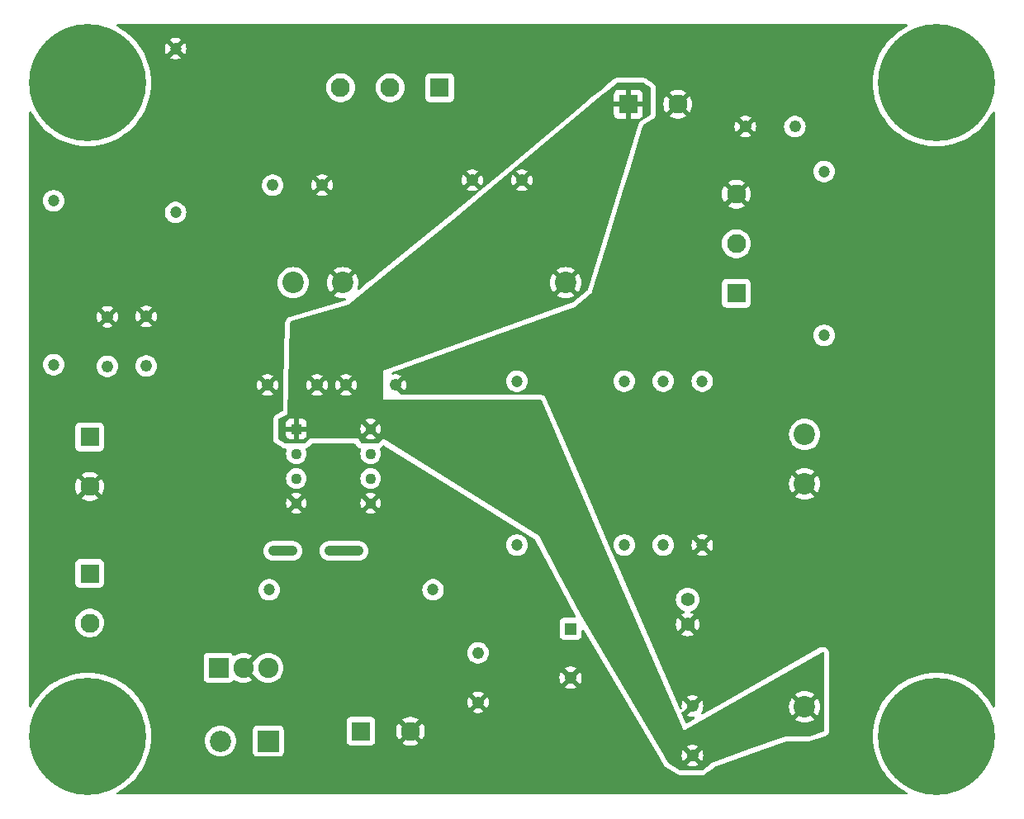
<source format=gbr>
%TF.GenerationSoftware,KiCad,Pcbnew,8.0.2-8.0.2-0~ubuntu22.04.1*%
%TF.CreationDate,2024-05-18T21:09:39+02:00*%
%TF.ProjectId,dc-to-dc-buck-converter,64632d74-6f2d-4646-932d-6275636b2d63,rev?*%
%TF.SameCoordinates,Original*%
%TF.FileFunction,Copper,L2,Bot*%
%TF.FilePolarity,Positive*%
%FSLAX46Y46*%
G04 Gerber Fmt 4.6, Leading zero omitted, Abs format (unit mm)*
G04 Created by KiCad (PCBNEW 8.0.2-8.0.2-0~ubuntu22.04.1) date 2024-05-18 21:09:39*
%MOMM*%
%LPD*%
G01*
G04 APERTURE LIST*
%TA.AperFunction,ComponentPad*%
%ADD10C,2.200000*%
%TD*%
%TA.AperFunction,ComponentPad*%
%ADD11R,1.108000X1.108000*%
%TD*%
%TA.AperFunction,ComponentPad*%
%ADD12C,1.108000*%
%TD*%
%TA.AperFunction,ComponentPad*%
%ADD13C,1.210000*%
%TD*%
%TA.AperFunction,ComponentPad*%
%ADD14R,1.950000X1.950000*%
%TD*%
%TA.AperFunction,ComponentPad*%
%ADD15C,1.950000*%
%TD*%
%TA.AperFunction,ComponentPad*%
%ADD16C,1.200000*%
%TD*%
%TA.AperFunction,ComponentPad*%
%ADD17R,2.175000X2.175000*%
%TD*%
%TA.AperFunction,ComponentPad*%
%ADD18C,2.175000*%
%TD*%
%TA.AperFunction,ComponentPad*%
%ADD19R,1.275000X1.275000*%
%TD*%
%TA.AperFunction,ComponentPad*%
%ADD20C,1.275000*%
%TD*%
%TA.AperFunction,ComponentPad*%
%ADD21R,2.070000X2.070000*%
%TD*%
%TA.AperFunction,ComponentPad*%
%ADD22C,2.070000*%
%TD*%
%TA.AperFunction,ComponentPad*%
%ADD23C,0.900000*%
%TD*%
%TA.AperFunction,ComponentPad*%
%ADD24C,12.000000*%
%TD*%
%TA.AperFunction,ComponentPad*%
%ADD25C,1.416000*%
%TD*%
%TA.AperFunction,ViaPad*%
%ADD26C,1.000000*%
%TD*%
%TA.AperFunction,Conductor*%
%ADD27C,1.000000*%
%TD*%
G04 APERTURE END LIST*
D10*
%TO.P,IC2,1,M*%
%TO.N,Net-(IC2-M)*%
X180000000Y-92560000D03*
%TO.P,IC2,2,NEG*%
%TO.N,GND*%
X180000000Y-97640000D03*
%TO.P,IC2,3,POS*%
%TO.N,Net-(IC1-POS)*%
X180000000Y-120500000D03*
%TD*%
D11*
%TO.P,IC3,1,V+_1*%
%TO.N,Net-(IC1-POS)*%
X127880000Y-92000000D03*
D12*
%TO.P,IC3,2,IN*%
%TO.N,Net-(IC3-IN)*%
X127880000Y-94540000D03*
%TO.P,IC3,3,NC*%
%TO.N,unconnected-(IC3-NC-Pad3)*%
X127880000Y-97080000D03*
%TO.P,IC3,4,GND_1*%
%TO.N,GND*%
X127880000Y-99620000D03*
%TO.P,IC3,5,GND_2*%
X135500000Y-99620000D03*
%TO.P,IC3,6,N_OUT*%
%TO.N,Net-(IC3-N_OUT)*%
X135500000Y-97080000D03*
%TO.P,IC3,7,P_OUT*%
X135500000Y-94540000D03*
%TO.P,IC3,8,V+_2*%
%TO.N,Net-(IC1-POS)*%
X135500000Y-92000000D03*
%TD*%
D13*
%TO.P,C3,1,1*%
%TO.N,Net-(C3-Pad1)*%
X125460000Y-67000000D03*
%TO.P,C3,2,2*%
%TO.N,GND*%
X130540000Y-67000000D03*
%TD*%
D14*
%TO.P,Jmc2,1,1*%
%TO.N,Net-(C6-Pad1)*%
X142580000Y-57000000D03*
D15*
%TO.P,Jmc2,2,2*%
%TO.N,Net-(C3-Pad1)*%
X137500000Y-57000000D03*
%TO.P,Jmc2,3,3*%
%TO.N,Net-(Jmc2-Pad3)*%
X132420000Y-57000000D03*
%TD*%
D16*
%TO.P,R4,1,1*%
%TO.N,Net-(C6-Pad1)*%
X182000000Y-65600000D03*
%TO.P,R4,2,2*%
%TO.N,Net-(IC2-M)*%
X182000000Y-82400000D03*
%TD*%
%TO.P,R5,1,1*%
%TO.N,Net-(IC3-N_OUT)*%
X141900000Y-108500000D03*
%TO.P,R5,2,2*%
%TO.N,Net-(U1-GATE)*%
X125100000Y-108500000D03*
%TD*%
D14*
%TO.P,J3,1,1*%
%TO.N,Net-(IC1-POS)*%
X161920000Y-58700000D03*
D15*
%TO.P,J3,2,2*%
%TO.N,GND*%
X167000000Y-58700000D03*
%TD*%
D14*
%TO.P,Jmc1,1,1*%
%TO.N,Net-(Jmc1-Pad1)*%
X173000000Y-78080000D03*
D15*
%TO.P,Jmc1,2,2*%
%TO.N,Net-(IC3-IN)*%
X173000000Y-73000000D03*
%TO.P,Jmc1,3,3*%
%TO.N,GND*%
X173000000Y-67920000D03*
%TD*%
D16*
%TO.P,R8,1,1*%
%TO.N,GND*%
X169500000Y-103900000D03*
%TO.P,R8,2,2*%
%TO.N,Net-(Jmc1-Pad1)*%
X169500000Y-87100000D03*
%TD*%
%TO.P,R3,1,1*%
%TO.N,Net-(C3-Pad1)*%
X150500000Y-87100000D03*
%TO.P,R3,2,2*%
%TO.N,Net-(IC1-M)*%
X150500000Y-103900000D03*
%TD*%
D17*
%TO.P,D1,1,K*%
%TO.N,Net-(C10-+)*%
X125000000Y-124000000D03*
D18*
%TO.P,D1,2,A*%
%TO.N,Net-(D1-A)*%
X120100000Y-124000000D03*
%TD*%
D14*
%TO.P,J4ind,1,1*%
%TO.N,Net-(C1-Pad2)*%
X106700000Y-106815000D03*
D15*
%TO.P,J4ind,2,2*%
%TO.N,Net-(D1-A)*%
X106700000Y-111895000D03*
%TD*%
D16*
%TO.P,R2,1,1*%
%TO.N,GND*%
X115500000Y-53000000D03*
%TO.P,R2,2,2*%
%TO.N,Net-(Jmc2-Pad3)*%
X115500000Y-69800000D03*
%TD*%
D13*
%TO.P,C4,1,1*%
%TO.N,Net-(IC1-POS)*%
X151000000Y-66500000D03*
%TO.P,C4,2,2*%
%TO.N,GND*%
X145920000Y-66500000D03*
%TD*%
D19*
%TO.P,C10,1,+*%
%TO.N,Net-(C10-+)*%
X156000000Y-112500000D03*
D20*
%TO.P,C10,2,-*%
%TO.N,GND*%
X156000000Y-117500000D03*
%TD*%
D13*
%TO.P,C7,1,1*%
%TO.N,GND*%
X124920000Y-87500000D03*
%TO.P,C7,2,2*%
%TO.N,Net-(IC1-POS)*%
X130000000Y-87500000D03*
%TD*%
D16*
%TO.P,R1,1,1*%
%TO.N,Net-(Jmc2-Pad3)*%
X103000000Y-68600000D03*
%TO.P,R1,2,2*%
%TO.N,Net-(C1-Pad2)*%
X103000000Y-85400000D03*
%TD*%
D21*
%TO.P,U1,1,GATE*%
%TO.N,Net-(U1-GATE)*%
X119920000Y-116500000D03*
D22*
%TO.P,U1,2,SOURCE*%
%TO.N,GND*%
X122460000Y-116500000D03*
%TO.P,U1,3,DRAIN*%
%TO.N,Net-(D1-A)*%
X125000000Y-116500000D03*
%TD*%
D16*
%TO.P,R6,1,1*%
%TO.N,Net-(Jmc1-Pad1)*%
X165500000Y-87100000D03*
%TO.P,R6,2,2*%
%TO.N,Net-(LED1-A)*%
X165500000Y-103900000D03*
%TD*%
D13*
%TO.P,C8,1,1*%
%TO.N,GND*%
X138040000Y-87500000D03*
%TO.P,C8,2,2*%
%TO.N,Net-(IC1-POS)*%
X132960000Y-87500000D03*
%TD*%
%TO.P,C2,1,1*%
%TO.N,GND*%
X112500000Y-80460000D03*
%TO.P,C2,2,2*%
%TO.N,Net-(C1-Pad2)*%
X112500000Y-85540000D03*
%TD*%
%TO.P,C1,1,1*%
%TO.N,GND*%
X108500000Y-80500000D03*
%TO.P,C1,2,2*%
%TO.N,Net-(C1-Pad2)*%
X108500000Y-85580000D03*
%TD*%
D14*
%TO.P,J5,1,1*%
%TO.N,Net-(C10-+)*%
X134500000Y-123000000D03*
D15*
%TO.P,J5,2,2*%
%TO.N,GND*%
X139580000Y-123000000D03*
%TD*%
D13*
%TO.P,C6,1,1*%
%TO.N,Net-(C6-Pad1)*%
X179000000Y-61000000D03*
%TO.P,C6,2,2*%
%TO.N,GND*%
X173920000Y-61000000D03*
%TD*%
D23*
%TO.P,3MH_6mm,1*%
%TO.N,N/C*%
X189000000Y-56500019D03*
X190318019Y-53318038D03*
X190318019Y-59682000D03*
X193500000Y-52000019D03*
D24*
X193500000Y-56500019D03*
D23*
X193500000Y-61000019D03*
X196681981Y-53318038D03*
X196681981Y-59682000D03*
X198000000Y-56500019D03*
%TD*%
D10*
%TO.P,IC1,1,M*%
%TO.N,Net-(IC1-M)*%
X127560000Y-77000000D03*
%TO.P,IC1,2,NEG*%
%TO.N,GND*%
X132640000Y-77000000D03*
%TO.P,IC1,3,POS*%
%TO.N,Net-(IC1-POS)*%
X155500000Y-77000000D03*
%TD*%
D23*
%TO.P,1MH_6mm,1*%
%TO.N,N/C*%
X102000000Y-56500019D03*
X103318019Y-53318038D03*
X103318019Y-59682000D03*
X106500000Y-52000019D03*
D24*
X106500000Y-56500019D03*
D23*
X106500000Y-61000019D03*
X109681981Y-53318038D03*
X109681981Y-59682000D03*
X111000000Y-56500019D03*
%TD*%
%TO.P,4MH_6mm,1*%
%TO.N,N/C*%
X189000000Y-123500019D03*
X190318019Y-120318038D03*
X190318019Y-126682000D03*
X193500000Y-119000019D03*
D24*
X193500000Y-123500019D03*
D23*
X193500000Y-128000019D03*
X196681981Y-120318038D03*
X196681981Y-126682000D03*
X198000000Y-123500019D03*
%TD*%
D16*
%TO.P,R7,1,1*%
%TO.N,Net-(Jmc1-Pad1)*%
X161500000Y-87100000D03*
%TO.P,R7,2,2*%
%TO.N,Net-(C10-+)*%
X161500000Y-103900000D03*
%TD*%
D25*
%TO.P,LED1,1,A*%
%TO.N,Net-(LED1-A)*%
X168000000Y-109500000D03*
%TO.P,LED1,2,K*%
%TO.N,GND*%
X168000000Y-112040000D03*
%TD*%
D14*
%TO.P,J2gen,1,1*%
%TO.N,Net-(C1-Pad2)*%
X106700000Y-92815000D03*
D15*
%TO.P,J2gen,2,2*%
%TO.N,GND*%
X106700000Y-97895000D03*
%TD*%
D13*
%TO.P,C5,1,1*%
%TO.N,Net-(IC1-POS)*%
X168500000Y-125500000D03*
%TO.P,C5,2,2*%
%TO.N,GND*%
X168500000Y-120420000D03*
%TD*%
%TO.P,C9,1,1*%
%TO.N,GND*%
X146500000Y-120040000D03*
%TO.P,C9,2,2*%
%TO.N,Net-(C10-+)*%
X146500000Y-114960000D03*
%TD*%
D23*
%TO.P,2MH_6mm,1*%
%TO.N,N/C*%
X102000000Y-123500019D03*
X103318019Y-120318038D03*
X103318019Y-126682000D03*
X106500000Y-119000019D03*
D24*
X106500000Y-123500019D03*
D23*
X106500000Y-128000019D03*
X109681981Y-120318038D03*
X109681981Y-126682000D03*
X111000000Y-123500019D03*
%TD*%
D26*
%TO.N,Net-(IC1-M)*%
X134250000Y-104500000D03*
X131250000Y-104500000D03*
X127500000Y-104500000D03*
X125500000Y-104500000D03*
%TD*%
D27*
%TO.N,Net-(IC1-M)*%
X134250000Y-104500000D02*
X131250000Y-104500000D01*
X127500000Y-104500000D02*
X125500000Y-104500000D01*
%TD*%
%TA.AperFunction,Conductor*%
%TO.N,GND*%
G36*
X168145000Y-120466737D02*
G01*
X168169193Y-120557025D01*
X168215930Y-120637975D01*
X168282025Y-120704070D01*
X168362975Y-120750807D01*
X168453263Y-120775000D01*
X168498553Y-120775000D01*
X167915679Y-121357871D01*
X168005347Y-121413392D01*
X168005349Y-121413393D01*
X168196299Y-121487367D01*
X168196309Y-121487370D01*
X168397610Y-121525000D01*
X168602388Y-121525000D01*
X168612806Y-121523052D01*
X168682322Y-121530080D01*
X168737002Y-121573575D01*
X168759487Y-121639728D01*
X168742638Y-121707535D01*
X168697013Y-121752662D01*
X167960539Y-122172554D01*
X167892551Y-122188658D01*
X167826649Y-122165448D01*
X167785285Y-122113992D01*
X167380423Y-121176448D01*
X167371918Y-121107101D01*
X167402256Y-121044162D01*
X167461805Y-121007615D01*
X167502843Y-121003589D01*
X167558965Y-121007481D01*
X168145000Y-120421446D01*
X168145000Y-120466737D01*
G37*
%TD.AperFunction*%
%TA.AperFunction,Conductor*%
G36*
X190500964Y-50520204D02*
G01*
X190546719Y-50573008D01*
X190556663Y-50642166D01*
X190527638Y-50705722D01*
X190494517Y-50732705D01*
X190359360Y-50808398D01*
X190100878Y-50953154D01*
X189676151Y-51236948D01*
X189676147Y-51236950D01*
X189275012Y-51553179D01*
X189274999Y-51553190D01*
X188899906Y-51899925D01*
X188553171Y-52275018D01*
X188553160Y-52275031D01*
X188236931Y-52676166D01*
X188236929Y-52676170D01*
X187953135Y-53100897D01*
X187872095Y-53245606D01*
X187703543Y-53546577D01*
X187621630Y-53724259D01*
X187489685Y-54010469D01*
X187312888Y-54489698D01*
X187312887Y-54489704D01*
X187174234Y-54981325D01*
X187174229Y-54981348D01*
X187074581Y-55482316D01*
X187074575Y-55482352D01*
X187014538Y-55989591D01*
X187014537Y-55989607D01*
X186994484Y-56500008D01*
X186994484Y-56500029D01*
X187014537Y-57010430D01*
X187014538Y-57010446D01*
X187074575Y-57517685D01*
X187074576Y-57517695D01*
X187074578Y-57517706D01*
X187074581Y-57517721D01*
X187174229Y-58018689D01*
X187174234Y-58018712D01*
X187277412Y-58384552D01*
X187303062Y-58475499D01*
X187312887Y-58510333D01*
X187312888Y-58510339D01*
X187489685Y-58989568D01*
X187489687Y-58989572D01*
X187703543Y-59453461D01*
X187953136Y-59899142D01*
X188236927Y-60323865D01*
X188236929Y-60323867D01*
X188236931Y-60323871D01*
X188553160Y-60725006D01*
X188553171Y-60725019D01*
X188641529Y-60820603D01*
X188899906Y-61100113D01*
X189098909Y-61284070D01*
X189274999Y-61446847D01*
X189275012Y-61446858D01*
X189676147Y-61763087D01*
X189676148Y-61763087D01*
X189676154Y-61763092D01*
X190100877Y-62046883D01*
X190546558Y-62296476D01*
X191010447Y-62510332D01*
X191010450Y-62510333D01*
X191489679Y-62687130D01*
X191489680Y-62687130D01*
X191489685Y-62687132D01*
X191981317Y-62825787D01*
X192482313Y-62925441D01*
X192760677Y-62958387D01*
X192989572Y-62985480D01*
X192989577Y-62985480D01*
X192989583Y-62985481D01*
X193159722Y-62992165D01*
X193499990Y-63005535D01*
X193500000Y-63005535D01*
X193500010Y-63005535D01*
X193819010Y-62993001D01*
X194010417Y-62985481D01*
X194010423Y-62985480D01*
X194010427Y-62985480D01*
X194149599Y-62969007D01*
X194517687Y-62925441D01*
X195018683Y-62825787D01*
X195510315Y-62687132D01*
X195989553Y-62510332D01*
X196453442Y-62296476D01*
X196899123Y-62046883D01*
X197323846Y-61763092D01*
X197724995Y-61446852D01*
X198100094Y-61100113D01*
X198446833Y-60725014D01*
X198763073Y-60323865D01*
X199046864Y-59899142D01*
X199267312Y-59505502D01*
X199317242Y-59456632D01*
X199385670Y-59442512D01*
X199450869Y-59467628D01*
X199492139Y-59524007D01*
X199499500Y-59566094D01*
X199499500Y-120433943D01*
X199479815Y-120500982D01*
X199427011Y-120546737D01*
X199357853Y-120556681D01*
X199294297Y-120527656D01*
X199267310Y-120494532D01*
X199046864Y-120100896D01*
X198763073Y-119676173D01*
X198763068Y-119676167D01*
X198763068Y-119676166D01*
X198446839Y-119275031D01*
X198446828Y-119275018D01*
X198287007Y-119102126D01*
X198100094Y-118899925D01*
X197774299Y-118598762D01*
X197725000Y-118553190D01*
X197724987Y-118553179D01*
X197323852Y-118236950D01*
X197323849Y-118236948D01*
X197323846Y-118236946D01*
X196899123Y-117953155D01*
X196453442Y-117703562D01*
X196011885Y-117500001D01*
X195989549Y-117489704D01*
X195510320Y-117312907D01*
X195510315Y-117312906D01*
X195384533Y-117277431D01*
X195018693Y-117174253D01*
X195018670Y-117174248D01*
X194517702Y-117074600D01*
X194517687Y-117074597D01*
X194517676Y-117074595D01*
X194517666Y-117074594D01*
X194010427Y-117014557D01*
X194010411Y-117014556D01*
X193500010Y-116994503D01*
X193499990Y-116994503D01*
X192989588Y-117014556D01*
X192989572Y-117014557D01*
X192482333Y-117074594D01*
X192482319Y-117074596D01*
X192482313Y-117074597D01*
X192482302Y-117074599D01*
X192482297Y-117074600D01*
X191981329Y-117174248D01*
X191981306Y-117174253D01*
X191489685Y-117312906D01*
X191489679Y-117312907D01*
X191010450Y-117489704D01*
X190724240Y-117621649D01*
X190546558Y-117703562D01*
X190302780Y-117840084D01*
X190100878Y-117953154D01*
X189676151Y-118236948D01*
X189676147Y-118236950D01*
X189275012Y-118553179D01*
X189274999Y-118553190D01*
X188899906Y-118899925D01*
X188553171Y-119275018D01*
X188553160Y-119275031D01*
X188236931Y-119676166D01*
X188236929Y-119676170D01*
X187960956Y-120089193D01*
X187953136Y-120100896D01*
X187703543Y-120546577D01*
X187633699Y-120698081D01*
X187489685Y-121010469D01*
X187312888Y-121489698D01*
X187312887Y-121489704D01*
X187174234Y-121981325D01*
X187174229Y-121981348D01*
X187074581Y-122482316D01*
X187074575Y-122482352D01*
X187014538Y-122989591D01*
X187014537Y-122989607D01*
X186994484Y-123500008D01*
X186994484Y-123500029D01*
X187014537Y-124010430D01*
X187014538Y-124010446D01*
X187074575Y-124517685D01*
X187074576Y-124517695D01*
X187074578Y-124517706D01*
X187074581Y-124517721D01*
X187174229Y-125018689D01*
X187174234Y-125018712D01*
X187312887Y-125510333D01*
X187312888Y-125510339D01*
X187489685Y-125989568D01*
X187489687Y-125989572D01*
X187703543Y-126453461D01*
X187953136Y-126899142D01*
X188236927Y-127323865D01*
X188236929Y-127323867D01*
X188236931Y-127323871D01*
X188553160Y-127725006D01*
X188553171Y-127725019D01*
X188692632Y-127875886D01*
X188899906Y-128100113D01*
X189142471Y-128324338D01*
X189274999Y-128446847D01*
X189275012Y-128446858D01*
X189676147Y-128763087D01*
X189676148Y-128763087D01*
X189676154Y-128763092D01*
X190100877Y-129046883D01*
X190494516Y-129267331D01*
X190543387Y-129317261D01*
X190557507Y-129385689D01*
X190532391Y-129450888D01*
X190476012Y-129492158D01*
X190433925Y-129499519D01*
X109566075Y-129499519D01*
X109499036Y-129479834D01*
X109453281Y-129427030D01*
X109443337Y-129357872D01*
X109472362Y-129294316D01*
X109505482Y-129267332D01*
X109899123Y-129046883D01*
X110323846Y-128763092D01*
X110724995Y-128446852D01*
X111100094Y-128100113D01*
X111446833Y-127725014D01*
X111763073Y-127323865D01*
X112046864Y-126899142D01*
X112296457Y-126453461D01*
X112510313Y-125989572D01*
X112687113Y-125510334D01*
X112825768Y-125018702D01*
X112925422Y-124517706D01*
X112985462Y-124010436D01*
X112985872Y-124000000D01*
X118507090Y-124000000D01*
X118526700Y-124249181D01*
X118526700Y-124249184D01*
X118526701Y-124249186D01*
X118567421Y-124418793D01*
X118585054Y-124492240D01*
X118680704Y-124723162D01*
X118680706Y-124723165D01*
X118811305Y-124936283D01*
X118811306Y-124936285D01*
X118811307Y-124936287D01*
X118811309Y-124936289D01*
X118973643Y-125126357D01*
X119163711Y-125288691D01*
X119230845Y-125329831D01*
X119376834Y-125419293D01*
X119376837Y-125419295D01*
X119596625Y-125510333D01*
X119607764Y-125514947D01*
X119850814Y-125573299D01*
X120100000Y-125592910D01*
X120349186Y-125573299D01*
X120592236Y-125514947D01*
X120707701Y-125467120D01*
X120823162Y-125419295D01*
X120823163Y-125419294D01*
X120823166Y-125419293D01*
X121036289Y-125288691D01*
X121226357Y-125126357D01*
X121388691Y-124936289D01*
X121519293Y-124723166D01*
X121614947Y-124492236D01*
X121673299Y-124249186D01*
X121692910Y-124000000D01*
X121673299Y-123750814D01*
X121614947Y-123507764D01*
X121609147Y-123493761D01*
X121519295Y-123276837D01*
X121519293Y-123276834D01*
X121388694Y-123063716D01*
X121388693Y-123063714D01*
X121388692Y-123063713D01*
X121388691Y-123063711D01*
X121226357Y-122873643D01*
X121215810Y-122864635D01*
X123412000Y-122864635D01*
X123412000Y-125135370D01*
X123412001Y-125135376D01*
X123418408Y-125194983D01*
X123468702Y-125329828D01*
X123468706Y-125329835D01*
X123554952Y-125445044D01*
X123554955Y-125445047D01*
X123670164Y-125531293D01*
X123670171Y-125531297D01*
X123805017Y-125581591D01*
X123805016Y-125581591D01*
X123811944Y-125582335D01*
X123864627Y-125588000D01*
X126135372Y-125587999D01*
X126194983Y-125581591D01*
X126329831Y-125531296D01*
X126445046Y-125445046D01*
X126531296Y-125329831D01*
X126581591Y-125194983D01*
X126588000Y-125135373D01*
X126587999Y-122864628D01*
X126581591Y-122805017D01*
X126546640Y-122711309D01*
X126531297Y-122670171D01*
X126531293Y-122670164D01*
X126445047Y-122554955D01*
X126445044Y-122554952D01*
X126329835Y-122468706D01*
X126329828Y-122468702D01*
X126194982Y-122418408D01*
X126194983Y-122418408D01*
X126135383Y-122412001D01*
X126135381Y-122412000D01*
X126135373Y-122412000D01*
X126135364Y-122412000D01*
X123864629Y-122412000D01*
X123864623Y-122412001D01*
X123805016Y-122418408D01*
X123670171Y-122468702D01*
X123670164Y-122468706D01*
X123554955Y-122554952D01*
X123554952Y-122554955D01*
X123468706Y-122670164D01*
X123468702Y-122670171D01*
X123418408Y-122805017D01*
X123412001Y-122864616D01*
X123412001Y-122864623D01*
X123412000Y-122864635D01*
X121215810Y-122864635D01*
X121036289Y-122711309D01*
X121036287Y-122711307D01*
X121036285Y-122711306D01*
X121036283Y-122711305D01*
X120823165Y-122580706D01*
X120823162Y-122580704D01*
X120592240Y-122485054D01*
X120592236Y-122485053D01*
X120349186Y-122426701D01*
X120349184Y-122426700D01*
X120349181Y-122426700D01*
X120100000Y-122407090D01*
X119850818Y-122426700D01*
X119607759Y-122485054D01*
X119376837Y-122580704D01*
X119376834Y-122580706D01*
X119163716Y-122711305D01*
X119163714Y-122711306D01*
X118973643Y-122873643D01*
X118811306Y-123063714D01*
X118811305Y-123063716D01*
X118680706Y-123276834D01*
X118680704Y-123276837D01*
X118585054Y-123507759D01*
X118526700Y-123750818D01*
X118507090Y-124000000D01*
X112985872Y-124000000D01*
X112997485Y-123704423D01*
X113005516Y-123500029D01*
X113005516Y-123500008D01*
X112987955Y-123053045D01*
X112985462Y-122989602D01*
X112979115Y-122935981D01*
X112957860Y-122756394D01*
X112925422Y-122482332D01*
X112825768Y-121981336D01*
X112824583Y-121977135D01*
X133024500Y-121977135D01*
X133024500Y-124022870D01*
X133024501Y-124022876D01*
X133030908Y-124082483D01*
X133081202Y-124217328D01*
X133081206Y-124217335D01*
X133167452Y-124332544D01*
X133167455Y-124332547D01*
X133282664Y-124418793D01*
X133282671Y-124418797D01*
X133417517Y-124469091D01*
X133417516Y-124469091D01*
X133424444Y-124469835D01*
X133477127Y-124475500D01*
X135522872Y-124475499D01*
X135582483Y-124469091D01*
X135717331Y-124418796D01*
X135832546Y-124332546D01*
X135918796Y-124217331D01*
X135969091Y-124082483D01*
X135975500Y-124022873D01*
X135975499Y-122999994D01*
X138099945Y-122999994D01*
X138099945Y-123000005D01*
X138120130Y-123243605D01*
X138180138Y-123480573D01*
X138278330Y-123704429D01*
X138374626Y-123851819D01*
X138978958Y-123247487D01*
X139003978Y-123307890D01*
X139075112Y-123414351D01*
X139165649Y-123504888D01*
X139272110Y-123576022D01*
X139332511Y-123601041D01*
X138727758Y-124205794D01*
X138727758Y-124205796D01*
X138770478Y-124239046D01*
X138770484Y-124239050D01*
X138985468Y-124355394D01*
X138985476Y-124355397D01*
X139216664Y-124434765D01*
X139457779Y-124475000D01*
X139702221Y-124475000D01*
X139943335Y-124434765D01*
X140174523Y-124355397D01*
X140174531Y-124355394D01*
X140389514Y-124239051D01*
X140389514Y-124239050D01*
X140432240Y-124205795D01*
X140432240Y-124205794D01*
X139827488Y-123601041D01*
X139887890Y-123576022D01*
X139994351Y-123504888D01*
X140084888Y-123414351D01*
X140156022Y-123307890D01*
X140181041Y-123247488D01*
X140785372Y-123851819D01*
X140881667Y-123704431D01*
X140881672Y-123704423D01*
X140979861Y-123480573D01*
X141039869Y-123243605D01*
X141060055Y-123000005D01*
X141060055Y-122999994D01*
X141039869Y-122756394D01*
X140979861Y-122519426D01*
X140881669Y-122295570D01*
X140785372Y-122148179D01*
X140181041Y-122752510D01*
X140156022Y-122692110D01*
X140084888Y-122585649D01*
X139994351Y-122495112D01*
X139887890Y-122423978D01*
X139827487Y-122398958D01*
X140432240Y-121794204D01*
X140432240Y-121794203D01*
X140389514Y-121760949D01*
X140174531Y-121644605D01*
X140174523Y-121644602D01*
X139943335Y-121565234D01*
X139702221Y-121525000D01*
X139457779Y-121525000D01*
X139216664Y-121565234D01*
X138985476Y-121644602D01*
X138985468Y-121644605D01*
X138770481Y-121760951D01*
X138727758Y-121794202D01*
X138727757Y-121794204D01*
X139332511Y-122398958D01*
X139272110Y-122423978D01*
X139165649Y-122495112D01*
X139075112Y-122585649D01*
X139003978Y-122692110D01*
X138978958Y-122752511D01*
X138374626Y-122148179D01*
X138278328Y-122295575D01*
X138180138Y-122519426D01*
X138120130Y-122756394D01*
X138099945Y-122999994D01*
X135975499Y-122999994D01*
X135975499Y-121977128D01*
X135969091Y-121917517D01*
X135923098Y-121794204D01*
X135918797Y-121782671D01*
X135918793Y-121782664D01*
X135832547Y-121667455D01*
X135832544Y-121667452D01*
X135717335Y-121581206D01*
X135717328Y-121581202D01*
X135582482Y-121530908D01*
X135582483Y-121530908D01*
X135522883Y-121524501D01*
X135522881Y-121524500D01*
X135522873Y-121524500D01*
X135522864Y-121524500D01*
X133477129Y-121524500D01*
X133477123Y-121524501D01*
X133417516Y-121530908D01*
X133282671Y-121581202D01*
X133282664Y-121581206D01*
X133167455Y-121667452D01*
X133167452Y-121667455D01*
X133081206Y-121782664D01*
X133081202Y-121782671D01*
X133030908Y-121917517D01*
X133024501Y-121977116D01*
X133024501Y-121977123D01*
X133024500Y-121977135D01*
X112824583Y-121977135D01*
X112824581Y-121977129D01*
X112772991Y-121794203D01*
X112687113Y-121489704D01*
X112658960Y-121413393D01*
X112510314Y-121010469D01*
X112510313Y-121010466D01*
X112296457Y-120546577D01*
X112046864Y-120100896D01*
X112006174Y-120039999D01*
X145390266Y-120039999D01*
X145390266Y-120040000D01*
X145409160Y-120243912D01*
X145465203Y-120440879D01*
X145465210Y-120440897D01*
X145556482Y-120624196D01*
X145558963Y-120627481D01*
X145558965Y-120627482D01*
X146145000Y-120041447D01*
X146145000Y-120086737D01*
X146169193Y-120177025D01*
X146215930Y-120257975D01*
X146282025Y-120324070D01*
X146362975Y-120370807D01*
X146453263Y-120395000D01*
X146498553Y-120395000D01*
X145915679Y-120977871D01*
X146005347Y-121033392D01*
X146005349Y-121033393D01*
X146196299Y-121107367D01*
X146196309Y-121107370D01*
X146397610Y-121145000D01*
X146602390Y-121145000D01*
X146803690Y-121107370D01*
X146803700Y-121107367D01*
X146994650Y-121033393D01*
X146994654Y-121033391D01*
X147084318Y-120977872D01*
X147084318Y-120977871D01*
X146501448Y-120395000D01*
X146546737Y-120395000D01*
X146637025Y-120370807D01*
X146717975Y-120324070D01*
X146784070Y-120257975D01*
X146830807Y-120177025D01*
X146855000Y-120086737D01*
X146855000Y-120041448D01*
X147441034Y-120627482D01*
X147441035Y-120627481D01*
X147443516Y-120624199D01*
X147534789Y-120440897D01*
X147534796Y-120440879D01*
X147590839Y-120243912D01*
X147609734Y-120040000D01*
X147609734Y-120039999D01*
X147590839Y-119836087D01*
X147534796Y-119639120D01*
X147534789Y-119639102D01*
X147443517Y-119455803D01*
X147441034Y-119452517D01*
X146855000Y-120038551D01*
X146855000Y-119993263D01*
X146830807Y-119902975D01*
X146784070Y-119822025D01*
X146717975Y-119755930D01*
X146637025Y-119709193D01*
X146546737Y-119685000D01*
X146501448Y-119685000D01*
X147084319Y-119102127D01*
X146994648Y-119046606D01*
X146803691Y-118972629D01*
X146602390Y-118935000D01*
X146397610Y-118935000D01*
X146196309Y-118972629D01*
X146196308Y-118972629D01*
X146005351Y-119046606D01*
X146005345Y-119046609D01*
X145915680Y-119102126D01*
X145915679Y-119102127D01*
X146498553Y-119685000D01*
X146453263Y-119685000D01*
X146362975Y-119709193D01*
X146282025Y-119755930D01*
X146215930Y-119822025D01*
X146169193Y-119902975D01*
X146145000Y-119993263D01*
X146145000Y-120038552D01*
X145558964Y-119452516D01*
X145556482Y-119455803D01*
X145465210Y-119639102D01*
X145465203Y-119639120D01*
X145409160Y-119836087D01*
X145390266Y-120039999D01*
X112006174Y-120039999D01*
X111763073Y-119676173D01*
X111763068Y-119676167D01*
X111763068Y-119676166D01*
X111446839Y-119275031D01*
X111446828Y-119275018D01*
X111287007Y-119102126D01*
X111100094Y-118899925D01*
X110774299Y-118598762D01*
X110725000Y-118553190D01*
X110724987Y-118553179D01*
X110323852Y-118236950D01*
X110323849Y-118236948D01*
X110323846Y-118236946D01*
X109899123Y-117953155D01*
X109453442Y-117703562D01*
X109011885Y-117500001D01*
X108989549Y-117489704D01*
X108510320Y-117312907D01*
X108510315Y-117312906D01*
X108384533Y-117277431D01*
X108018693Y-117174253D01*
X108018670Y-117174248D01*
X107517702Y-117074600D01*
X107517687Y-117074597D01*
X107517676Y-117074595D01*
X107517666Y-117074594D01*
X107010427Y-117014557D01*
X107010411Y-117014556D01*
X106500010Y-116994503D01*
X106499990Y-116994503D01*
X105989588Y-117014556D01*
X105989572Y-117014557D01*
X105482333Y-117074594D01*
X105482319Y-117074596D01*
X105482313Y-117074597D01*
X105482302Y-117074599D01*
X105482297Y-117074600D01*
X104981329Y-117174248D01*
X104981306Y-117174253D01*
X104489685Y-117312906D01*
X104489679Y-117312907D01*
X104010450Y-117489704D01*
X103724240Y-117621649D01*
X103546558Y-117703562D01*
X103302780Y-117840084D01*
X103100878Y-117953154D01*
X102676151Y-118236948D01*
X102676147Y-118236950D01*
X102275012Y-118553179D01*
X102274999Y-118553190D01*
X101899906Y-118899925D01*
X101553171Y-119275018D01*
X101553160Y-119275031D01*
X101236931Y-119676166D01*
X101236929Y-119676170D01*
X100960956Y-120089193D01*
X100953136Y-120100896D01*
X100743052Y-120476030D01*
X100732690Y-120494532D01*
X100682758Y-120543405D01*
X100614330Y-120557525D01*
X100549131Y-120532409D01*
X100507861Y-120476030D01*
X100500500Y-120433943D01*
X100500500Y-115417135D01*
X118384500Y-115417135D01*
X118384500Y-117582870D01*
X118384501Y-117582876D01*
X118390908Y-117642483D01*
X118441202Y-117777328D01*
X118441206Y-117777335D01*
X118527452Y-117892544D01*
X118527455Y-117892547D01*
X118642664Y-117978793D01*
X118642671Y-117978797D01*
X118777517Y-118029091D01*
X118777516Y-118029091D01*
X118784444Y-118029835D01*
X118837127Y-118035500D01*
X121002872Y-118035499D01*
X121062483Y-118029091D01*
X121197331Y-117978796D01*
X121312546Y-117892546D01*
X121396433Y-117780486D01*
X121452367Y-117738616D01*
X121522059Y-117733632D01*
X121560490Y-117749071D01*
X121760969Y-117871925D01*
X121760972Y-117871927D01*
X121984191Y-117964386D01*
X122219127Y-118020789D01*
X122460000Y-118039746D01*
X122700872Y-118020789D01*
X122935808Y-117964386D01*
X122935809Y-117964386D01*
X123159025Y-117871927D01*
X123357034Y-117750586D01*
X122738104Y-117131656D01*
X122786838Y-117111470D01*
X122899850Y-117035958D01*
X122995958Y-116939850D01*
X123071470Y-116826838D01*
X123091656Y-116778103D01*
X123721987Y-117408434D01*
X123746563Y-117412597D01*
X123786540Y-117443537D01*
X123834764Y-117499999D01*
X123910880Y-117589120D01*
X123998605Y-117664044D01*
X124094667Y-117746089D01*
X124094669Y-117746090D01*
X124300741Y-117872371D01*
X124387097Y-117908140D01*
X124524037Y-117964863D01*
X124759052Y-118021285D01*
X125000000Y-118040248D01*
X125240948Y-118021285D01*
X125475963Y-117964863D01*
X125699258Y-117872371D01*
X125905335Y-117746087D01*
X126089120Y-117589120D01*
X126165236Y-117499999D01*
X154857627Y-117499999D01*
X154857627Y-117500000D01*
X154877077Y-117709909D01*
X154877078Y-117709912D01*
X154934766Y-117912668D01*
X154934769Y-117912674D01*
X155028732Y-118101376D01*
X155028733Y-118101379D01*
X155035761Y-118110684D01*
X155578274Y-117568172D01*
X155603963Y-117664044D01*
X155659916Y-117760956D01*
X155739044Y-117840084D01*
X155835956Y-117896037D01*
X155931827Y-117921725D01*
X155392071Y-118461479D01*
X155392072Y-118461480D01*
X155490797Y-118522608D01*
X155490800Y-118522609D01*
X155687372Y-118598762D01*
X155894597Y-118637500D01*
X156105403Y-118637500D01*
X156312627Y-118598762D01*
X156509200Y-118522608D01*
X156607927Y-118461479D01*
X156068173Y-117921725D01*
X156164044Y-117896037D01*
X156260956Y-117840084D01*
X156340084Y-117760956D01*
X156396037Y-117664044D01*
X156421725Y-117568173D01*
X156964237Y-118110685D01*
X156964237Y-118110684D01*
X156971264Y-118101382D01*
X157065230Y-117912674D01*
X157065233Y-117912668D01*
X157122921Y-117709912D01*
X157122922Y-117709909D01*
X157142373Y-117500000D01*
X157142373Y-117499999D01*
X157122922Y-117290090D01*
X157122921Y-117290087D01*
X157065233Y-117087331D01*
X157065230Y-117087325D01*
X156971264Y-116898617D01*
X156964238Y-116889314D01*
X156964236Y-116889314D01*
X156421725Y-117431826D01*
X156396037Y-117335956D01*
X156340084Y-117239044D01*
X156260956Y-117159916D01*
X156164044Y-117103963D01*
X156068173Y-117078274D01*
X156607927Y-116538519D01*
X156607926Y-116538518D01*
X156509202Y-116477392D01*
X156509196Y-116477388D01*
X156312624Y-116401236D01*
X156105403Y-116362500D01*
X155894597Y-116362500D01*
X155687375Y-116401236D01*
X155490803Y-116477388D01*
X155490800Y-116477390D01*
X155392071Y-116538519D01*
X155931827Y-117078274D01*
X155835956Y-117103963D01*
X155739044Y-117159916D01*
X155659916Y-117239044D01*
X155603963Y-117335956D01*
X155578274Y-117431826D01*
X155035761Y-116889313D01*
X155028739Y-116898611D01*
X155028731Y-116898624D01*
X154934769Y-117087325D01*
X154934766Y-117087331D01*
X154877078Y-117290087D01*
X154877077Y-117290090D01*
X154857627Y-117499999D01*
X126165236Y-117499999D01*
X126246087Y-117405335D01*
X126372371Y-117199258D01*
X126464863Y-116975963D01*
X126521285Y-116740948D01*
X126540248Y-116500000D01*
X126521285Y-116259052D01*
X126464863Y-116024037D01*
X126372371Y-115800742D01*
X126372371Y-115800741D01*
X126246090Y-115594669D01*
X126246089Y-115594667D01*
X126203211Y-115544464D01*
X126089120Y-115410880D01*
X125967611Y-115307101D01*
X125905332Y-115253910D01*
X125905330Y-115253909D01*
X125699258Y-115127628D01*
X125475958Y-115035135D01*
X125240944Y-114978714D01*
X125240945Y-114978714D01*
X125003139Y-114959999D01*
X145389764Y-114959999D01*
X145389764Y-114960000D01*
X145408667Y-115164000D01*
X145408667Y-115164002D01*
X145408668Y-115164005D01*
X145433400Y-115250928D01*
X145464737Y-115361067D01*
X145556058Y-115544464D01*
X145679527Y-115707963D01*
X145791457Y-115810000D01*
X145830933Y-115845987D01*
X146005125Y-115953843D01*
X146196169Y-116027853D01*
X146397560Y-116065500D01*
X146397562Y-116065500D01*
X146602438Y-116065500D01*
X146602440Y-116065500D01*
X146803831Y-116027853D01*
X146994875Y-115953843D01*
X147169067Y-115845987D01*
X147320474Y-115707961D01*
X147443942Y-115544464D01*
X147535264Y-115361064D01*
X147591332Y-115164005D01*
X147610236Y-114960000D01*
X147591332Y-114755995D01*
X147535264Y-114558936D01*
X147443942Y-114375536D01*
X147320474Y-114212039D01*
X147320472Y-114212036D01*
X147169068Y-114074014D01*
X147169067Y-114074013D01*
X146994875Y-113966157D01*
X146803831Y-113892147D01*
X146602440Y-113854500D01*
X146397560Y-113854500D01*
X146196169Y-113892147D01*
X146196166Y-113892147D01*
X146196166Y-113892148D01*
X146005122Y-113966158D01*
X145830931Y-114074014D01*
X145679527Y-114212036D01*
X145556058Y-114375535D01*
X145464737Y-114558932D01*
X145408667Y-114755999D01*
X145389764Y-114959999D01*
X125003139Y-114959999D01*
X125000000Y-114959752D01*
X124759054Y-114978714D01*
X124524041Y-115035135D01*
X124300741Y-115127628D01*
X124094669Y-115253909D01*
X124094667Y-115253910D01*
X123910880Y-115410880D01*
X123786541Y-115556461D01*
X123728034Y-115594654D01*
X123718019Y-115595532D01*
X123091656Y-116221895D01*
X123071470Y-116173162D01*
X122995958Y-116060150D01*
X122899850Y-115964042D01*
X122786838Y-115888530D01*
X122738103Y-115868343D01*
X123357034Y-115249412D01*
X123159030Y-115128074D01*
X123159027Y-115128072D01*
X122935808Y-115035613D01*
X122700872Y-114979210D01*
X122460000Y-114960253D01*
X122219127Y-114979210D01*
X121984191Y-115035613D01*
X121984190Y-115035613D01*
X121760972Y-115128072D01*
X121760969Y-115128074D01*
X121560490Y-115250928D01*
X121493044Y-115269173D01*
X121426442Y-115248057D01*
X121396434Y-115219513D01*
X121327982Y-115128074D01*
X121312546Y-115107454D01*
X121312544Y-115107453D01*
X121312544Y-115107452D01*
X121197335Y-115021206D01*
X121197328Y-115021202D01*
X121062482Y-114970908D01*
X121062483Y-114970908D01*
X121002883Y-114964501D01*
X121002881Y-114964500D01*
X121002873Y-114964500D01*
X121002864Y-114964500D01*
X118837129Y-114964500D01*
X118837123Y-114964501D01*
X118777516Y-114970908D01*
X118642671Y-115021202D01*
X118642664Y-115021206D01*
X118527455Y-115107452D01*
X118527452Y-115107455D01*
X118441206Y-115222664D01*
X118441202Y-115222671D01*
X118390908Y-115357517D01*
X118384501Y-115417116D01*
X118384500Y-115417135D01*
X100500500Y-115417135D01*
X100500500Y-111894994D01*
X105219443Y-111894994D01*
X105219443Y-111895005D01*
X105239634Y-112138683D01*
X105239636Y-112138695D01*
X105299663Y-112375734D01*
X105397888Y-112599666D01*
X105531632Y-112804378D01*
X105697242Y-112984277D01*
X105697252Y-112984286D01*
X105833275Y-113090157D01*
X105890212Y-113134473D01*
X106105267Y-113250855D01*
X106105270Y-113250856D01*
X106336541Y-113330251D01*
X106336543Y-113330251D01*
X106336545Y-113330252D01*
X106577737Y-113370500D01*
X106577738Y-113370500D01*
X106822262Y-113370500D01*
X106822263Y-113370500D01*
X107063455Y-113330252D01*
X107294733Y-113250855D01*
X107509788Y-113134473D01*
X107702754Y-112984281D01*
X107868368Y-112804377D01*
X108002111Y-112599667D01*
X108100336Y-112375736D01*
X108160364Y-112138692D01*
X108168542Y-112039998D01*
X108180557Y-111895005D01*
X108180557Y-111894994D01*
X108160365Y-111651316D01*
X108160363Y-111651304D01*
X108152477Y-111620164D01*
X108100336Y-111414264D01*
X108002111Y-111190333D01*
X107895421Y-111027031D01*
X107868367Y-110985621D01*
X107702757Y-110805722D01*
X107702747Y-110805713D01*
X107509791Y-110655529D01*
X107509787Y-110655526D01*
X107294734Y-110539145D01*
X107294729Y-110539143D01*
X107063458Y-110459748D01*
X106880985Y-110429299D01*
X106822263Y-110419500D01*
X106577737Y-110419500D01*
X106529498Y-110427549D01*
X106336541Y-110459748D01*
X106105270Y-110539143D01*
X106105265Y-110539145D01*
X105890212Y-110655526D01*
X105890208Y-110655529D01*
X105697252Y-110805713D01*
X105697242Y-110805722D01*
X105531632Y-110985621D01*
X105397888Y-111190333D01*
X105299663Y-111414265D01*
X105239636Y-111651304D01*
X105239634Y-111651316D01*
X105219443Y-111894994D01*
X100500500Y-111894994D01*
X100500500Y-108499999D01*
X123994785Y-108499999D01*
X123994785Y-108500000D01*
X124013602Y-108703082D01*
X124069417Y-108899247D01*
X124069422Y-108899260D01*
X124160327Y-109081821D01*
X124283237Y-109244581D01*
X124433958Y-109381980D01*
X124433960Y-109381982D01*
X124533141Y-109443392D01*
X124607363Y-109489348D01*
X124797544Y-109563024D01*
X124998024Y-109600500D01*
X124998026Y-109600500D01*
X125201974Y-109600500D01*
X125201976Y-109600500D01*
X125402456Y-109563024D01*
X125592637Y-109489348D01*
X125766041Y-109381981D01*
X125916764Y-109244579D01*
X126039673Y-109081821D01*
X126130582Y-108899250D01*
X126186397Y-108703083D01*
X126205215Y-108500000D01*
X126205215Y-108499999D01*
X140794785Y-108499999D01*
X140794785Y-108500000D01*
X140813602Y-108703082D01*
X140869417Y-108899247D01*
X140869422Y-108899260D01*
X140960327Y-109081821D01*
X141083237Y-109244581D01*
X141233958Y-109381980D01*
X141233960Y-109381982D01*
X141333141Y-109443392D01*
X141407363Y-109489348D01*
X141597544Y-109563024D01*
X141798024Y-109600500D01*
X141798026Y-109600500D01*
X142001974Y-109600500D01*
X142001976Y-109600500D01*
X142202456Y-109563024D01*
X142392637Y-109489348D01*
X142566041Y-109381981D01*
X142716764Y-109244579D01*
X142839673Y-109081821D01*
X142930582Y-108899250D01*
X142986397Y-108703083D01*
X143005215Y-108500000D01*
X142986397Y-108296917D01*
X142930582Y-108100750D01*
X142839673Y-107918179D01*
X142716764Y-107755421D01*
X142716762Y-107755418D01*
X142566041Y-107618019D01*
X142566039Y-107618017D01*
X142392642Y-107510655D01*
X142392635Y-107510651D01*
X142297546Y-107473814D01*
X142202456Y-107436976D01*
X142001976Y-107399500D01*
X141798024Y-107399500D01*
X141597544Y-107436976D01*
X141597541Y-107436976D01*
X141597541Y-107436977D01*
X141407364Y-107510651D01*
X141407357Y-107510655D01*
X141233960Y-107618017D01*
X141233958Y-107618019D01*
X141083237Y-107755418D01*
X140960327Y-107918178D01*
X140869422Y-108100739D01*
X140869417Y-108100752D01*
X140813602Y-108296917D01*
X140794785Y-108499999D01*
X126205215Y-108499999D01*
X126186397Y-108296917D01*
X126130582Y-108100750D01*
X126039673Y-107918179D01*
X125916764Y-107755421D01*
X125916762Y-107755418D01*
X125766041Y-107618019D01*
X125766039Y-107618017D01*
X125592642Y-107510655D01*
X125592635Y-107510651D01*
X125497546Y-107473814D01*
X125402456Y-107436976D01*
X125201976Y-107399500D01*
X124998024Y-107399500D01*
X124797544Y-107436976D01*
X124797541Y-107436976D01*
X124797541Y-107436977D01*
X124607364Y-107510651D01*
X124607357Y-107510655D01*
X124433960Y-107618017D01*
X124433958Y-107618019D01*
X124283237Y-107755418D01*
X124160327Y-107918178D01*
X124069422Y-108100739D01*
X124069417Y-108100752D01*
X124013602Y-108296917D01*
X123994785Y-108499999D01*
X100500500Y-108499999D01*
X100500500Y-105792135D01*
X105224500Y-105792135D01*
X105224500Y-107837870D01*
X105224501Y-107837876D01*
X105230908Y-107897483D01*
X105281202Y-108032328D01*
X105281206Y-108032335D01*
X105367452Y-108147544D01*
X105367455Y-108147547D01*
X105482664Y-108233793D01*
X105482671Y-108233797D01*
X105617517Y-108284091D01*
X105617516Y-108284091D01*
X105624444Y-108284835D01*
X105677127Y-108290500D01*
X107722872Y-108290499D01*
X107782483Y-108284091D01*
X107917331Y-108233796D01*
X108032546Y-108147546D01*
X108118796Y-108032331D01*
X108169091Y-107897483D01*
X108175500Y-107837873D01*
X108175499Y-105792128D01*
X108169091Y-105732517D01*
X108118796Y-105597669D01*
X108118795Y-105597668D01*
X108118793Y-105597664D01*
X108032547Y-105482455D01*
X108032544Y-105482452D01*
X107917335Y-105396206D01*
X107917328Y-105396202D01*
X107782482Y-105345908D01*
X107782483Y-105345908D01*
X107722883Y-105339501D01*
X107722881Y-105339500D01*
X107722873Y-105339500D01*
X107722864Y-105339500D01*
X105677129Y-105339500D01*
X105677123Y-105339501D01*
X105617516Y-105345908D01*
X105482671Y-105396202D01*
X105482664Y-105396206D01*
X105367455Y-105482452D01*
X105367452Y-105482455D01*
X105281206Y-105597664D01*
X105281202Y-105597671D01*
X105230908Y-105732517D01*
X105224501Y-105792116D01*
X105224501Y-105792123D01*
X105224500Y-105792135D01*
X100500500Y-105792135D01*
X100500500Y-104499999D01*
X124494659Y-104499999D01*
X124498903Y-104543090D01*
X124499500Y-104555244D01*
X124499500Y-104598544D01*
X124507945Y-104641006D01*
X124509730Y-104653035D01*
X124513975Y-104696130D01*
X124513976Y-104696134D01*
X124526547Y-104737575D01*
X124529503Y-104749378D01*
X124537946Y-104791827D01*
X124537948Y-104791834D01*
X124554517Y-104831834D01*
X124558612Y-104843277D01*
X124571186Y-104884726D01*
X124571187Y-104884729D01*
X124591597Y-104922913D01*
X124596800Y-104933915D01*
X124613368Y-104973914D01*
X124613370Y-104973918D01*
X124637425Y-105009918D01*
X124643678Y-105020350D01*
X124654948Y-105041436D01*
X124664088Y-105058535D01*
X124664094Y-105058543D01*
X124691552Y-105092002D01*
X124698799Y-105101772D01*
X124722860Y-105137781D01*
X124722862Y-105137783D01*
X124722865Y-105137787D01*
X124753479Y-105168401D01*
X124761651Y-105177416D01*
X124789117Y-105210883D01*
X124822579Y-105238345D01*
X124822581Y-105238346D01*
X124831599Y-105246520D01*
X124862214Y-105277136D01*
X124862217Y-105277138D01*
X124862218Y-105277139D01*
X124898217Y-105301193D01*
X124898219Y-105301194D01*
X124907988Y-105308438D01*
X124941462Y-105335910D01*
X124979640Y-105356316D01*
X124990078Y-105362572D01*
X124997899Y-105367797D01*
X125026086Y-105386632D01*
X125066095Y-105403203D01*
X125077091Y-105408404D01*
X125115273Y-105428814D01*
X125156710Y-105441383D01*
X125168160Y-105445480D01*
X125208165Y-105462051D01*
X125250640Y-105470499D01*
X125262414Y-105473448D01*
X125303868Y-105486024D01*
X125346964Y-105490268D01*
X125358990Y-105492052D01*
X125389480Y-105498117D01*
X125401458Y-105500500D01*
X125401459Y-105500500D01*
X125444756Y-105500500D01*
X125456909Y-105501096D01*
X125500000Y-105505341D01*
X125543090Y-105501096D01*
X125555244Y-105500500D01*
X127444756Y-105500500D01*
X127456909Y-105501096D01*
X127500000Y-105505341D01*
X127543090Y-105501096D01*
X127555244Y-105500500D01*
X127598542Y-105500500D01*
X127614454Y-105497334D01*
X127641005Y-105492053D01*
X127653037Y-105490268D01*
X127696132Y-105486024D01*
X127737580Y-105473450D01*
X127749353Y-105470500D01*
X127791835Y-105462051D01*
X127831847Y-105445476D01*
X127843280Y-105441386D01*
X127884727Y-105428814D01*
X127922918Y-105408399D01*
X127933910Y-105403201D01*
X127973914Y-105386632D01*
X128009938Y-105362560D01*
X128020351Y-105356320D01*
X128046591Y-105342295D01*
X128058535Y-105335912D01*
X128058539Y-105335909D01*
X128092005Y-105308444D01*
X128101782Y-105301193D01*
X128137781Y-105277140D01*
X128137783Y-105277138D01*
X128137785Y-105277136D01*
X128168408Y-105246512D01*
X128177402Y-105238359D01*
X128210883Y-105210883D01*
X128238359Y-105177402D01*
X128246512Y-105168408D01*
X128277139Y-105137782D01*
X128301200Y-105101772D01*
X128308444Y-105092005D01*
X128335909Y-105058539D01*
X128335912Y-105058535D01*
X128342295Y-105046591D01*
X128356320Y-105020351D01*
X128362560Y-105009938D01*
X128386632Y-104973914D01*
X128403202Y-104933906D01*
X128408402Y-104922913D01*
X128428814Y-104884727D01*
X128441386Y-104843280D01*
X128445476Y-104831847D01*
X128462051Y-104791835D01*
X128470500Y-104749353D01*
X128473450Y-104737580D01*
X128486024Y-104696132D01*
X128490268Y-104653037D01*
X128492054Y-104640999D01*
X128500500Y-104598541D01*
X128500500Y-104555244D01*
X128501097Y-104543090D01*
X128505341Y-104500000D01*
X128505341Y-104499999D01*
X130244659Y-104499999D01*
X130248903Y-104543090D01*
X130249500Y-104555244D01*
X130249500Y-104598544D01*
X130257945Y-104641006D01*
X130259730Y-104653035D01*
X130263975Y-104696130D01*
X130263976Y-104696134D01*
X130276547Y-104737575D01*
X130279503Y-104749378D01*
X130287946Y-104791827D01*
X130287948Y-104791834D01*
X130304517Y-104831834D01*
X130308612Y-104843277D01*
X130321186Y-104884726D01*
X130321187Y-104884729D01*
X130341597Y-104922913D01*
X130346800Y-104933915D01*
X130363368Y-104973914D01*
X130363370Y-104973918D01*
X130387425Y-105009918D01*
X130393678Y-105020350D01*
X130404948Y-105041436D01*
X130414088Y-105058535D01*
X130414094Y-105058543D01*
X130441552Y-105092002D01*
X130448799Y-105101772D01*
X130472860Y-105137781D01*
X130472862Y-105137783D01*
X130472865Y-105137787D01*
X130503479Y-105168401D01*
X130511651Y-105177416D01*
X130539117Y-105210883D01*
X130572579Y-105238345D01*
X130572581Y-105238346D01*
X130581599Y-105246520D01*
X130612214Y-105277136D01*
X130612217Y-105277138D01*
X130612218Y-105277139D01*
X130648217Y-105301193D01*
X130648219Y-105301194D01*
X130657988Y-105308438D01*
X130691462Y-105335910D01*
X130729640Y-105356316D01*
X130740078Y-105362572D01*
X130747899Y-105367797D01*
X130776086Y-105386632D01*
X130816095Y-105403203D01*
X130827091Y-105408404D01*
X130865273Y-105428814D01*
X130906710Y-105441383D01*
X130918160Y-105445480D01*
X130958165Y-105462051D01*
X131000640Y-105470499D01*
X131012414Y-105473448D01*
X131053868Y-105486024D01*
X131096964Y-105490268D01*
X131108990Y-105492052D01*
X131139480Y-105498117D01*
X131151458Y-105500500D01*
X131151459Y-105500500D01*
X131194756Y-105500500D01*
X131206909Y-105501096D01*
X131250000Y-105505341D01*
X131293090Y-105501096D01*
X131305244Y-105500500D01*
X134194756Y-105500500D01*
X134206909Y-105501096D01*
X134250000Y-105505341D01*
X134293090Y-105501096D01*
X134305244Y-105500500D01*
X134348542Y-105500500D01*
X134364454Y-105497334D01*
X134391005Y-105492053D01*
X134403037Y-105490268D01*
X134446132Y-105486024D01*
X134487580Y-105473450D01*
X134499353Y-105470500D01*
X134541835Y-105462051D01*
X134581847Y-105445476D01*
X134593280Y-105441386D01*
X134634727Y-105428814D01*
X134672918Y-105408399D01*
X134683910Y-105403201D01*
X134723914Y-105386632D01*
X134759938Y-105362560D01*
X134770351Y-105356320D01*
X134796591Y-105342295D01*
X134808535Y-105335912D01*
X134808539Y-105335909D01*
X134842005Y-105308444D01*
X134851782Y-105301193D01*
X134887781Y-105277140D01*
X134887783Y-105277138D01*
X134887785Y-105277136D01*
X134918408Y-105246512D01*
X134927402Y-105238359D01*
X134960883Y-105210883D01*
X134988359Y-105177402D01*
X134996512Y-105168408D01*
X135027139Y-105137782D01*
X135051200Y-105101772D01*
X135058444Y-105092005D01*
X135085909Y-105058539D01*
X135085912Y-105058535D01*
X135092295Y-105046591D01*
X135106320Y-105020351D01*
X135112560Y-105009938D01*
X135136632Y-104973914D01*
X135153202Y-104933906D01*
X135158402Y-104922913D01*
X135178814Y-104884727D01*
X135191386Y-104843280D01*
X135195476Y-104831847D01*
X135212051Y-104791835D01*
X135220500Y-104749353D01*
X135223450Y-104737580D01*
X135236024Y-104696132D01*
X135240268Y-104653037D01*
X135242054Y-104640999D01*
X135250500Y-104598541D01*
X135250500Y-104555244D01*
X135251097Y-104543090D01*
X135255341Y-104500000D01*
X135251097Y-104456907D01*
X135250500Y-104444754D01*
X135250500Y-104401458D01*
X135248117Y-104389480D01*
X135242052Y-104358990D01*
X135240268Y-104346961D01*
X135236024Y-104303869D01*
X135236024Y-104303868D01*
X135223448Y-104262414D01*
X135220499Y-104250640D01*
X135212051Y-104208165D01*
X135195480Y-104168159D01*
X135191383Y-104156710D01*
X135178814Y-104115273D01*
X135158404Y-104077091D01*
X135153203Y-104066095D01*
X135136632Y-104026086D01*
X135112572Y-103990078D01*
X135106316Y-103979640D01*
X135085911Y-103941464D01*
X135085910Y-103941462D01*
X135058438Y-103907988D01*
X135052514Y-103899999D01*
X149394785Y-103899999D01*
X149394785Y-103900000D01*
X149413602Y-104103082D01*
X149469417Y-104299247D01*
X149469422Y-104299260D01*
X149560327Y-104481821D01*
X149683237Y-104644581D01*
X149833958Y-104781980D01*
X149833960Y-104781982D01*
X149918360Y-104834240D01*
X150007363Y-104889348D01*
X150197544Y-104963024D01*
X150398024Y-105000500D01*
X150398026Y-105000500D01*
X150601974Y-105000500D01*
X150601976Y-105000500D01*
X150802456Y-104963024D01*
X150992637Y-104889348D01*
X151166041Y-104781981D01*
X151307488Y-104653035D01*
X151316762Y-104644581D01*
X151319467Y-104640999D01*
X151439673Y-104481821D01*
X151530582Y-104299250D01*
X151586397Y-104103083D01*
X151605215Y-103900000D01*
X151598876Y-103831595D01*
X151586397Y-103696917D01*
X151584872Y-103691557D01*
X151530582Y-103500750D01*
X151529662Y-103498903D01*
X151439804Y-103318443D01*
X151439673Y-103318179D01*
X151316764Y-103155421D01*
X151316762Y-103155418D01*
X151166041Y-103018019D01*
X151166039Y-103018017D01*
X150992642Y-102910655D01*
X150992635Y-102910651D01*
X150803705Y-102837460D01*
X150802456Y-102836976D01*
X150601976Y-102799500D01*
X150398024Y-102799500D01*
X150197544Y-102836976D01*
X150197541Y-102836976D01*
X150197541Y-102836977D01*
X150007364Y-102910651D01*
X150007357Y-102910655D01*
X149833960Y-103018017D01*
X149833958Y-103018019D01*
X149683237Y-103155418D01*
X149560327Y-103318178D01*
X149469422Y-103500739D01*
X149469417Y-103500752D01*
X149413602Y-103696917D01*
X149394785Y-103899999D01*
X135052514Y-103899999D01*
X135051194Y-103898219D01*
X135027140Y-103862219D01*
X135027136Y-103862214D01*
X134996520Y-103831599D01*
X134988346Y-103822581D01*
X134960884Y-103789118D01*
X134927416Y-103761651D01*
X134918401Y-103753479D01*
X134887787Y-103722865D01*
X134887783Y-103722862D01*
X134887780Y-103722860D01*
X134871139Y-103711740D01*
X134851772Y-103698799D01*
X134842002Y-103691552D01*
X134808543Y-103664094D01*
X134808535Y-103664088D01*
X134790398Y-103654394D01*
X134770350Y-103643678D01*
X134759918Y-103637425D01*
X134723918Y-103613370D01*
X134723914Y-103613368D01*
X134683915Y-103596800D01*
X134672913Y-103591597D01*
X134634729Y-103571187D01*
X134634728Y-103571186D01*
X134634727Y-103571186D01*
X134593277Y-103558612D01*
X134581834Y-103554517D01*
X134541834Y-103537948D01*
X134541827Y-103537946D01*
X134499378Y-103529503D01*
X134487575Y-103526547D01*
X134446134Y-103513976D01*
X134446130Y-103513975D01*
X134403035Y-103509730D01*
X134391006Y-103507945D01*
X134348544Y-103499500D01*
X134348541Y-103499500D01*
X134305244Y-103499500D01*
X134293090Y-103498903D01*
X134250000Y-103494659D01*
X134206910Y-103498903D01*
X134194756Y-103499500D01*
X131305244Y-103499500D01*
X131293090Y-103498903D01*
X131250000Y-103494659D01*
X131206910Y-103498903D01*
X131194756Y-103499500D01*
X131151453Y-103499500D01*
X131108991Y-103507945D01*
X131096963Y-103509730D01*
X131053867Y-103513976D01*
X131012427Y-103526546D01*
X131000626Y-103529502D01*
X130958166Y-103537948D01*
X130958161Y-103537949D01*
X130918159Y-103554518D01*
X130906707Y-103558616D01*
X130865272Y-103571186D01*
X130827091Y-103591594D01*
X130816093Y-103596795D01*
X130776091Y-103613364D01*
X130740080Y-103637426D01*
X130729645Y-103643680D01*
X130691465Y-103664087D01*
X130691460Y-103664091D01*
X130657990Y-103691557D01*
X130648225Y-103698799D01*
X130612225Y-103722855D01*
X130612219Y-103722860D01*
X130581595Y-103753483D01*
X130572584Y-103761650D01*
X130539117Y-103789117D01*
X130511650Y-103822584D01*
X130503483Y-103831595D01*
X130472860Y-103862219D01*
X130472855Y-103862225D01*
X130448799Y-103898225D01*
X130441557Y-103907990D01*
X130414091Y-103941460D01*
X130414087Y-103941465D01*
X130393680Y-103979645D01*
X130387426Y-103990080D01*
X130363364Y-104026091D01*
X130346795Y-104066093D01*
X130341594Y-104077091D01*
X130321186Y-104115272D01*
X130308616Y-104156707D01*
X130304518Y-104168159D01*
X130287949Y-104208161D01*
X130287948Y-104208166D01*
X130279502Y-104250626D01*
X130276546Y-104262427D01*
X130263976Y-104303867D01*
X130259730Y-104346963D01*
X130257945Y-104358991D01*
X130249500Y-104401453D01*
X130249500Y-104444754D01*
X130248903Y-104456907D01*
X130244659Y-104499999D01*
X128505341Y-104499999D01*
X128501097Y-104456907D01*
X128500500Y-104444754D01*
X128500500Y-104401458D01*
X128498117Y-104389480D01*
X128492052Y-104358990D01*
X128490268Y-104346961D01*
X128486024Y-104303869D01*
X128486024Y-104303868D01*
X128473448Y-104262414D01*
X128470499Y-104250640D01*
X128462051Y-104208165D01*
X128445480Y-104168159D01*
X128441383Y-104156710D01*
X128428814Y-104115273D01*
X128408404Y-104077091D01*
X128403203Y-104066095D01*
X128386632Y-104026086D01*
X128362572Y-103990078D01*
X128356316Y-103979640D01*
X128335911Y-103941464D01*
X128335910Y-103941462D01*
X128308438Y-103907988D01*
X128301194Y-103898219D01*
X128277140Y-103862219D01*
X128277136Y-103862214D01*
X128246520Y-103831599D01*
X128238346Y-103822581D01*
X128210884Y-103789118D01*
X128177416Y-103761651D01*
X128168401Y-103753479D01*
X128137787Y-103722865D01*
X128137783Y-103722862D01*
X128137780Y-103722860D01*
X128121139Y-103711740D01*
X128101772Y-103698799D01*
X128092002Y-103691552D01*
X128058543Y-103664094D01*
X128058535Y-103664088D01*
X128040398Y-103654394D01*
X128020350Y-103643678D01*
X128009918Y-103637425D01*
X127973918Y-103613370D01*
X127973914Y-103613368D01*
X127933915Y-103596800D01*
X127922913Y-103591597D01*
X127884729Y-103571187D01*
X127884728Y-103571186D01*
X127884727Y-103571186D01*
X127843277Y-103558612D01*
X127831834Y-103554517D01*
X127791834Y-103537948D01*
X127791827Y-103537946D01*
X127749378Y-103529503D01*
X127737575Y-103526547D01*
X127696134Y-103513976D01*
X127696130Y-103513975D01*
X127653035Y-103509730D01*
X127641006Y-103507945D01*
X127598544Y-103499500D01*
X127598541Y-103499500D01*
X127555244Y-103499500D01*
X127543090Y-103498903D01*
X127500000Y-103494659D01*
X127456910Y-103498903D01*
X127444756Y-103499500D01*
X125555244Y-103499500D01*
X125543090Y-103498903D01*
X125500000Y-103494659D01*
X125456910Y-103498903D01*
X125444756Y-103499500D01*
X125401453Y-103499500D01*
X125358991Y-103507945D01*
X125346963Y-103509730D01*
X125303867Y-103513976D01*
X125262427Y-103526546D01*
X125250626Y-103529502D01*
X125208166Y-103537948D01*
X125208161Y-103537949D01*
X125168159Y-103554518D01*
X125156707Y-103558616D01*
X125115272Y-103571186D01*
X125077091Y-103591594D01*
X125066093Y-103596795D01*
X125026091Y-103613364D01*
X124990080Y-103637426D01*
X124979645Y-103643680D01*
X124941465Y-103664087D01*
X124941460Y-103664091D01*
X124907990Y-103691557D01*
X124898225Y-103698799D01*
X124862225Y-103722855D01*
X124862219Y-103722860D01*
X124831595Y-103753483D01*
X124822584Y-103761650D01*
X124789117Y-103789117D01*
X124761650Y-103822584D01*
X124753483Y-103831595D01*
X124722860Y-103862219D01*
X124722855Y-103862225D01*
X124698799Y-103898225D01*
X124691557Y-103907990D01*
X124664091Y-103941460D01*
X124664087Y-103941465D01*
X124643680Y-103979645D01*
X124637426Y-103990080D01*
X124613364Y-104026091D01*
X124596795Y-104066093D01*
X124591594Y-104077091D01*
X124571186Y-104115272D01*
X124558616Y-104156707D01*
X124554518Y-104168159D01*
X124537949Y-104208161D01*
X124537948Y-104208166D01*
X124529502Y-104250626D01*
X124526546Y-104262427D01*
X124513976Y-104303867D01*
X124509730Y-104346963D01*
X124507945Y-104358991D01*
X124499500Y-104401453D01*
X124499500Y-104444754D01*
X124498903Y-104456907D01*
X124494659Y-104499999D01*
X100500500Y-104499999D01*
X100500500Y-99620000D01*
X126820900Y-99620000D01*
X126841249Y-99826618D01*
X126901520Y-100025302D01*
X126978021Y-100168424D01*
X127526000Y-99620445D01*
X127526000Y-99666605D01*
X127550124Y-99756639D01*
X127596729Y-99837361D01*
X127662639Y-99903271D01*
X127743361Y-99949876D01*
X127833395Y-99974000D01*
X127879553Y-99974000D01*
X127331574Y-100521978D01*
X127474697Y-100598479D01*
X127673381Y-100658750D01*
X127880000Y-100679099D01*
X128086618Y-100658750D01*
X128285304Y-100598479D01*
X128428424Y-100521978D01*
X128428424Y-100521977D01*
X127880448Y-99974000D01*
X127926605Y-99974000D01*
X128016639Y-99949876D01*
X128097361Y-99903271D01*
X128163271Y-99837361D01*
X128209876Y-99756639D01*
X128234000Y-99666605D01*
X128234000Y-99620447D01*
X128781977Y-100168424D01*
X128781978Y-100168424D01*
X128858479Y-100025304D01*
X128918750Y-99826618D01*
X128939099Y-99620000D01*
X134440900Y-99620000D01*
X134461249Y-99826618D01*
X134521520Y-100025302D01*
X134598021Y-100168424D01*
X135146000Y-99620445D01*
X135146000Y-99666605D01*
X135170124Y-99756639D01*
X135216729Y-99837361D01*
X135282639Y-99903271D01*
X135363361Y-99949876D01*
X135453395Y-99974000D01*
X135499553Y-99974000D01*
X134951574Y-100521978D01*
X135094697Y-100598479D01*
X135293381Y-100658750D01*
X135500000Y-100679099D01*
X135706618Y-100658750D01*
X135905304Y-100598479D01*
X136048424Y-100521978D01*
X136048424Y-100521977D01*
X135500448Y-99974000D01*
X135546605Y-99974000D01*
X135636639Y-99949876D01*
X135717361Y-99903271D01*
X135783271Y-99837361D01*
X135829876Y-99756639D01*
X135854000Y-99666605D01*
X135854000Y-99620447D01*
X136401977Y-100168424D01*
X136401978Y-100168424D01*
X136478479Y-100025304D01*
X136538750Y-99826618D01*
X136559099Y-99620000D01*
X136538750Y-99413381D01*
X136478479Y-99214697D01*
X136401978Y-99071574D01*
X135854000Y-99619552D01*
X135854000Y-99573395D01*
X135829876Y-99483361D01*
X135783271Y-99402639D01*
X135717361Y-99336729D01*
X135636639Y-99290124D01*
X135546605Y-99266000D01*
X135500447Y-99266000D01*
X136048424Y-98718021D01*
X135905302Y-98641520D01*
X135706618Y-98581249D01*
X135500000Y-98560900D01*
X135293381Y-98581249D01*
X135094695Y-98641520D01*
X134951574Y-98718020D01*
X135499554Y-99266000D01*
X135453395Y-99266000D01*
X135363361Y-99290124D01*
X135282639Y-99336729D01*
X135216729Y-99402639D01*
X135170124Y-99483361D01*
X135146000Y-99573395D01*
X135146000Y-99619554D01*
X134598020Y-99071574D01*
X134521520Y-99214695D01*
X134461249Y-99413381D01*
X134440900Y-99620000D01*
X128939099Y-99620000D01*
X128918750Y-99413381D01*
X128858479Y-99214697D01*
X128781978Y-99071574D01*
X128234000Y-99619552D01*
X128234000Y-99573395D01*
X128209876Y-99483361D01*
X128163271Y-99402639D01*
X128097361Y-99336729D01*
X128016639Y-99290124D01*
X127926605Y-99266000D01*
X127880447Y-99266000D01*
X128428424Y-98718021D01*
X128285302Y-98641520D01*
X128086618Y-98581249D01*
X127880000Y-98560900D01*
X127673381Y-98581249D01*
X127474695Y-98641520D01*
X127331574Y-98718020D01*
X127879554Y-99266000D01*
X127833395Y-99266000D01*
X127743361Y-99290124D01*
X127662639Y-99336729D01*
X127596729Y-99402639D01*
X127550124Y-99483361D01*
X127526000Y-99573395D01*
X127526000Y-99619554D01*
X126978020Y-99071574D01*
X126901520Y-99214695D01*
X126841249Y-99413381D01*
X126820900Y-99620000D01*
X100500500Y-99620000D01*
X100500500Y-97894994D01*
X105219945Y-97894994D01*
X105219945Y-97895005D01*
X105240130Y-98138605D01*
X105300138Y-98375573D01*
X105398330Y-98599429D01*
X105494626Y-98746819D01*
X106098958Y-98142487D01*
X106123978Y-98202890D01*
X106195112Y-98309351D01*
X106285649Y-98399888D01*
X106392110Y-98471022D01*
X106452511Y-98496041D01*
X105847758Y-99100794D01*
X105847758Y-99100796D01*
X105890478Y-99134046D01*
X105890484Y-99134050D01*
X106105468Y-99250394D01*
X106105476Y-99250397D01*
X106336664Y-99329765D01*
X106577779Y-99370000D01*
X106822221Y-99370000D01*
X107063335Y-99329765D01*
X107294523Y-99250397D01*
X107294531Y-99250394D01*
X107509514Y-99134051D01*
X107509514Y-99134050D01*
X107552240Y-99100795D01*
X107552240Y-99100794D01*
X106947488Y-98496041D01*
X107007890Y-98471022D01*
X107114351Y-98399888D01*
X107204888Y-98309351D01*
X107276022Y-98202890D01*
X107301041Y-98142488D01*
X107905372Y-98746819D01*
X108001667Y-98599431D01*
X108001672Y-98599423D01*
X108099861Y-98375573D01*
X108159869Y-98138605D01*
X108180055Y-97895005D01*
X108180055Y-97894994D01*
X108159869Y-97651394D01*
X108099861Y-97414426D01*
X108001669Y-97190570D01*
X107929429Y-97080000D01*
X126820398Y-97080000D01*
X126840757Y-97286716D01*
X126901056Y-97485496D01*
X126998969Y-97668677D01*
X126998974Y-97668684D01*
X127130747Y-97829252D01*
X127242483Y-97920950D01*
X127291317Y-97961027D01*
X127291320Y-97961028D01*
X127291322Y-97961030D01*
X127474503Y-98058943D01*
X127474505Y-98058943D01*
X127474508Y-98058945D01*
X127673282Y-98119242D01*
X127880000Y-98139602D01*
X128086718Y-98119242D01*
X128285492Y-98058945D01*
X128468683Y-97961027D01*
X128629252Y-97829252D01*
X128761027Y-97668683D01*
X128858945Y-97485492D01*
X128919242Y-97286718D01*
X128939602Y-97080000D01*
X134440398Y-97080000D01*
X134460757Y-97286716D01*
X134521056Y-97485496D01*
X134618969Y-97668677D01*
X134618974Y-97668684D01*
X134750747Y-97829252D01*
X134862483Y-97920950D01*
X134911317Y-97961027D01*
X134911320Y-97961028D01*
X134911322Y-97961030D01*
X135094503Y-98058943D01*
X135094505Y-98058943D01*
X135094508Y-98058945D01*
X135293282Y-98119242D01*
X135500000Y-98139602D01*
X135706718Y-98119242D01*
X135905492Y-98058945D01*
X136088683Y-97961027D01*
X136249252Y-97829252D01*
X136381027Y-97668683D01*
X136478945Y-97485492D01*
X136539242Y-97286718D01*
X136559602Y-97080000D01*
X136539242Y-96873282D01*
X136478945Y-96674508D01*
X136478943Y-96674505D01*
X136478943Y-96674503D01*
X136381030Y-96491322D01*
X136381028Y-96491320D01*
X136381027Y-96491317D01*
X136258132Y-96341568D01*
X136249252Y-96330747D01*
X136088684Y-96198974D01*
X136088677Y-96198969D01*
X135905496Y-96101056D01*
X135706716Y-96040757D01*
X135500000Y-96020398D01*
X135293283Y-96040757D01*
X135094503Y-96101056D01*
X134911322Y-96198969D01*
X134911315Y-96198974D01*
X134750747Y-96330747D01*
X134618974Y-96491315D01*
X134618969Y-96491322D01*
X134521056Y-96674503D01*
X134460757Y-96873283D01*
X134440398Y-97080000D01*
X128939602Y-97080000D01*
X128919242Y-96873282D01*
X128858945Y-96674508D01*
X128858943Y-96674505D01*
X128858943Y-96674503D01*
X128761030Y-96491322D01*
X128761028Y-96491320D01*
X128761027Y-96491317D01*
X128638132Y-96341568D01*
X128629252Y-96330747D01*
X128468684Y-96198974D01*
X128468677Y-96198969D01*
X128285496Y-96101056D01*
X128086716Y-96040757D01*
X127880000Y-96020398D01*
X127673283Y-96040757D01*
X127474503Y-96101056D01*
X127291322Y-96198969D01*
X127291315Y-96198974D01*
X127130747Y-96330747D01*
X126998974Y-96491315D01*
X126998969Y-96491322D01*
X126901056Y-96674503D01*
X126840757Y-96873283D01*
X126820398Y-97080000D01*
X107929429Y-97080000D01*
X107905372Y-97043179D01*
X107301041Y-97647510D01*
X107276022Y-97587110D01*
X107204888Y-97480649D01*
X107114351Y-97390112D01*
X107007890Y-97318978D01*
X106947487Y-97293958D01*
X107552240Y-96689204D01*
X107552240Y-96689203D01*
X107509514Y-96655949D01*
X107294531Y-96539605D01*
X107294523Y-96539602D01*
X107063335Y-96460234D01*
X106822221Y-96420000D01*
X106577779Y-96420000D01*
X106336664Y-96460234D01*
X106105476Y-96539602D01*
X106105468Y-96539605D01*
X105890481Y-96655951D01*
X105847758Y-96689202D01*
X105847757Y-96689204D01*
X106452511Y-97293958D01*
X106392110Y-97318978D01*
X106285649Y-97390112D01*
X106195112Y-97480649D01*
X106123978Y-97587110D01*
X106098958Y-97647511D01*
X105494626Y-97043179D01*
X105398328Y-97190575D01*
X105300138Y-97414426D01*
X105240130Y-97651394D01*
X105219945Y-97894994D01*
X100500500Y-97894994D01*
X100500500Y-91792135D01*
X105224500Y-91792135D01*
X105224500Y-93837870D01*
X105224501Y-93837876D01*
X105230908Y-93897483D01*
X105281202Y-94032328D01*
X105281206Y-94032335D01*
X105367452Y-94147544D01*
X105367455Y-94147547D01*
X105482664Y-94233793D01*
X105482671Y-94233797D01*
X105617517Y-94284091D01*
X105617516Y-94284091D01*
X105624444Y-94284835D01*
X105677127Y-94290500D01*
X107722872Y-94290499D01*
X107782483Y-94284091D01*
X107917331Y-94233796D01*
X108032546Y-94147546D01*
X108118796Y-94032331D01*
X108169091Y-93897483D01*
X108175500Y-93837873D01*
X108175499Y-91792128D01*
X108169091Y-91732517D01*
X108118796Y-91597669D01*
X108118795Y-91597668D01*
X108118793Y-91597664D01*
X108032547Y-91482455D01*
X108032544Y-91482452D01*
X107917335Y-91396206D01*
X107917328Y-91396202D01*
X107782482Y-91345908D01*
X107782483Y-91345908D01*
X107722883Y-91339501D01*
X107722881Y-91339500D01*
X107722873Y-91339500D01*
X107722864Y-91339500D01*
X105677129Y-91339500D01*
X105677123Y-91339501D01*
X105617516Y-91345908D01*
X105482671Y-91396202D01*
X105482664Y-91396206D01*
X105367455Y-91482452D01*
X105367452Y-91482455D01*
X105281206Y-91597664D01*
X105281202Y-91597671D01*
X105230908Y-91732517D01*
X105224501Y-91792116D01*
X105224501Y-91792123D01*
X105224500Y-91792135D01*
X100500500Y-91792135D01*
X100500500Y-91076637D01*
X125494500Y-91076637D01*
X125494500Y-92933638D01*
X125505166Y-93036930D01*
X125505169Y-93036946D01*
X125515522Y-93086543D01*
X125515526Y-93086555D01*
X125535975Y-93150680D01*
X125547074Y-93185483D01*
X125547075Y-93185485D01*
X125547077Y-93185489D01*
X125622813Y-93307809D01*
X125622818Y-93307815D01*
X125667668Y-93361367D01*
X125667672Y-93361371D01*
X125667678Y-93361378D01*
X125755511Y-93440108D01*
X125774819Y-93457415D01*
X126438292Y-93899730D01*
X126442112Y-93902253D01*
X126442900Y-93902767D01*
X126443753Y-93903326D01*
X126447208Y-93905567D01*
X126578085Y-93965338D01*
X126645124Y-93985023D01*
X126645128Y-93985024D01*
X126787544Y-94005500D01*
X126787547Y-94005500D01*
X126790878Y-94005979D01*
X126854434Y-94035004D01*
X126892209Y-94093782D01*
X126892209Y-94163651D01*
X126891893Y-94164712D01*
X126840757Y-94333283D01*
X126820398Y-94540000D01*
X126840757Y-94746716D01*
X126901056Y-94945496D01*
X126998969Y-95128677D01*
X126998974Y-95128684D01*
X127130747Y-95289252D01*
X127242483Y-95380950D01*
X127291317Y-95421027D01*
X127291320Y-95421028D01*
X127291322Y-95421030D01*
X127474503Y-95518943D01*
X127474505Y-95518943D01*
X127474508Y-95518945D01*
X127673282Y-95579242D01*
X127880000Y-95599602D01*
X128086718Y-95579242D01*
X128285492Y-95518945D01*
X128468683Y-95421027D01*
X128629252Y-95289252D01*
X128761027Y-95128683D01*
X128858945Y-94945492D01*
X128919242Y-94746718D01*
X128939602Y-94540000D01*
X128919242Y-94333282D01*
X128858945Y-94134508D01*
X128857490Y-94131787D01*
X128857159Y-94130194D01*
X128856613Y-94128876D01*
X128856862Y-94128772D01*
X128843245Y-94063386D01*
X128868242Y-93998141D01*
X128923512Y-93957148D01*
X128967257Y-93940832D01*
X129028580Y-93907347D01*
X129143762Y-93821123D01*
X129423066Y-93541817D01*
X129484387Y-93508334D01*
X129510746Y-93505500D01*
X133860948Y-93505500D01*
X133927987Y-93525185D01*
X133971857Y-93574046D01*
X134013594Y-93657521D01*
X134013595Y-93657522D01*
X134089589Y-93769167D01*
X134089591Y-93769169D01*
X134133461Y-93818030D01*
X134236300Y-93905567D01*
X134367177Y-93965338D01*
X134434216Y-93985023D01*
X134435548Y-93985414D01*
X134494325Y-94023190D01*
X134523349Y-94086746D01*
X134519272Y-94140386D01*
X134460757Y-94333283D01*
X134440398Y-94540000D01*
X134460757Y-94746716D01*
X134521056Y-94945496D01*
X134618969Y-95128677D01*
X134618974Y-95128684D01*
X134750747Y-95289252D01*
X134862483Y-95380950D01*
X134911317Y-95421027D01*
X134911320Y-95421028D01*
X134911322Y-95421030D01*
X135094503Y-95518943D01*
X135094505Y-95518943D01*
X135094508Y-95518945D01*
X135293282Y-95579242D01*
X135500000Y-95599602D01*
X135706718Y-95579242D01*
X135905492Y-95518945D01*
X136088683Y-95421027D01*
X136249252Y-95289252D01*
X136381027Y-95128683D01*
X136478945Y-94945492D01*
X136539242Y-94746718D01*
X136559602Y-94540000D01*
X136539242Y-94333282D01*
X136478945Y-94134508D01*
X136454103Y-94088033D01*
X136439862Y-94019633D01*
X136464861Y-93954389D01*
X136504034Y-93920749D01*
X136528580Y-93907347D01*
X136643762Y-93821123D01*
X136753339Y-93711544D01*
X136814662Y-93678059D01*
X136884354Y-93683043D01*
X136906741Y-93694073D01*
X144549860Y-98471022D01*
X152305743Y-103318449D01*
X152338974Y-103339218D01*
X152382760Y-103386195D01*
X154295865Y-106987332D01*
X156523126Y-111179825D01*
X156537195Y-111248263D01*
X156512029Y-111313444D01*
X156455619Y-111354671D01*
X156413620Y-111362000D01*
X155314629Y-111362000D01*
X155314623Y-111362001D01*
X155255016Y-111368408D01*
X155120171Y-111418702D01*
X155120164Y-111418706D01*
X155004955Y-111504952D01*
X155004952Y-111504955D01*
X154918706Y-111620164D01*
X154918703Y-111620170D01*
X154868408Y-111755017D01*
X154862001Y-111814616D01*
X154862000Y-111814635D01*
X154862000Y-113185370D01*
X154862001Y-113185376D01*
X154868408Y-113244983D01*
X154918702Y-113379828D01*
X154918706Y-113379835D01*
X155004952Y-113495044D01*
X155004955Y-113495047D01*
X155120164Y-113581293D01*
X155120171Y-113581297D01*
X155255017Y-113631591D01*
X155255016Y-113631591D01*
X155261944Y-113632335D01*
X155314627Y-113638000D01*
X156685372Y-113637999D01*
X156744983Y-113631591D01*
X156879831Y-113581296D01*
X156995046Y-113495046D01*
X157081296Y-113379831D01*
X157131591Y-113244983D01*
X157138000Y-113185373D01*
X157137999Y-112682495D01*
X157157683Y-112615458D01*
X157210487Y-112569703D01*
X157279646Y-112559759D01*
X157343202Y-112588784D01*
X157368789Y-112619474D01*
X165122036Y-125756921D01*
X165548658Y-126479809D01*
X165548660Y-126479812D01*
X165548661Y-126479813D01*
X165625264Y-126579035D01*
X165625268Y-126579039D01*
X165625272Y-126579044D01*
X165650411Y-126604365D01*
X165668255Y-126622339D01*
X165766914Y-126699658D01*
X165766917Y-126699660D01*
X165766920Y-126699662D01*
X166983111Y-127429377D01*
X167003045Y-127434058D01*
X167085603Y-127469483D01*
X167085605Y-127469483D01*
X167085611Y-127469486D01*
X167149408Y-127487157D01*
X167149412Y-127487157D01*
X167149414Y-127487158D01*
X167173142Y-127490383D01*
X167284345Y-127505500D01*
X167284350Y-127505500D01*
X169458660Y-127505500D01*
X169458667Y-127505500D01*
X169476938Y-127505170D01*
X169485896Y-127504846D01*
X169504143Y-127503855D01*
X169644707Y-127473144D01*
X169710149Y-127448668D01*
X169836367Y-127379600D01*
X170729231Y-126709949D01*
X170760935Y-126692733D01*
X174321705Y-125387118D01*
X178069084Y-124013078D01*
X178111772Y-124005500D01*
X180479874Y-124005500D01*
X180479877Y-124005500D01*
X180560846Y-123998973D01*
X180600058Y-123992610D01*
X180678942Y-123973196D01*
X182075065Y-123507821D01*
X182100422Y-123498610D01*
X182112721Y-123493767D01*
X182137504Y-123483238D01*
X182258543Y-123405450D01*
X182311347Y-123359695D01*
X182405567Y-123250961D01*
X182465338Y-123120084D01*
X182485023Y-123053045D01*
X182485024Y-123053041D01*
X182505500Y-122910625D01*
X182505500Y-114963434D01*
X182505177Y-114959999D01*
X182496625Y-114869129D01*
X182496624Y-114869125D01*
X182496623Y-114869124D01*
X182496623Y-114869115D01*
X182487989Y-114823654D01*
X182487988Y-114823648D01*
X182461671Y-114732651D01*
X182461669Y-114732647D01*
X182390406Y-114607655D01*
X182347514Y-114552500D01*
X182347513Y-114552499D01*
X182243922Y-114452647D01*
X182243921Y-114452646D01*
X182116392Y-114386022D01*
X182050502Y-114362816D01*
X182050498Y-114362815D01*
X182050495Y-114362814D01*
X182050494Y-114362814D01*
X181974387Y-114347717D01*
X181909366Y-114334819D01*
X181909365Y-114334819D01*
X181766064Y-114347717D01*
X181700778Y-114363180D01*
X181698436Y-114363679D01*
X181564214Y-114416570D01*
X172816009Y-119404263D01*
X171664367Y-120060859D01*
X170894134Y-120499999D01*
X169538942Y-121272646D01*
X169470954Y-121288750D01*
X169405052Y-121265540D01*
X169362160Y-121210385D01*
X169355896Y-121140797D01*
X169378572Y-121090196D01*
X169443516Y-121004197D01*
X169534791Y-120820892D01*
X169534796Y-120820879D01*
X169590839Y-120623912D01*
X169609734Y-120420000D01*
X169609734Y-120419999D01*
X169590839Y-120216087D01*
X169534796Y-120019120D01*
X169534789Y-120019102D01*
X169443517Y-119835803D01*
X169441034Y-119832517D01*
X168855000Y-120418552D01*
X168855000Y-120373263D01*
X168830807Y-120282975D01*
X168784070Y-120202025D01*
X168717975Y-120135930D01*
X168637025Y-120089193D01*
X168546737Y-120065000D01*
X168501448Y-120065000D01*
X169084319Y-119482127D01*
X168994648Y-119426606D01*
X168803691Y-119352629D01*
X168602390Y-119315000D01*
X168397610Y-119315000D01*
X168196309Y-119352629D01*
X168196308Y-119352629D01*
X168005351Y-119426606D01*
X168005345Y-119426609D01*
X167915680Y-119482126D01*
X167915679Y-119482127D01*
X168498553Y-120065000D01*
X168453263Y-120065000D01*
X168362975Y-120089193D01*
X168282025Y-120135930D01*
X168215930Y-120202025D01*
X168169193Y-120282975D01*
X168145000Y-120373263D01*
X168145000Y-120418552D01*
X167558964Y-119832516D01*
X167556482Y-119835803D01*
X167465210Y-120019102D01*
X167465203Y-120019120D01*
X167409160Y-120216087D01*
X167390266Y-120419999D01*
X167390266Y-120420000D01*
X167409161Y-120623913D01*
X167409577Y-120626139D01*
X167409467Y-120627221D01*
X167409690Y-120629622D01*
X167409220Y-120629665D01*
X167402545Y-120695654D01*
X167359047Y-120750332D01*
X167292893Y-120772813D01*
X167225086Y-120755959D01*
X167177155Y-120705123D01*
X167173849Y-120698081D01*
X167141821Y-120623913D01*
X162338156Y-109499998D01*
X166786884Y-109499998D01*
X166786884Y-109500001D01*
X166805313Y-109710649D01*
X166805315Y-109710660D01*
X166860041Y-109914902D01*
X166860043Y-109914906D01*
X166860044Y-109914910D01*
X166939391Y-110085071D01*
X166949410Y-110106556D01*
X166949411Y-110106558D01*
X167070700Y-110279778D01*
X167220221Y-110429299D01*
X167220224Y-110429301D01*
X167393442Y-110550589D01*
X167585090Y-110639956D01*
X167585096Y-110639957D01*
X167585097Y-110639958D01*
X167624381Y-110650484D01*
X167684041Y-110686848D01*
X167714571Y-110749695D01*
X167706277Y-110819071D01*
X167661792Y-110872949D01*
X167624383Y-110890033D01*
X167585264Y-110900515D01*
X167393694Y-110989844D01*
X167340584Y-111027031D01*
X167931827Y-111618274D01*
X167835956Y-111643963D01*
X167739044Y-111699916D01*
X167659916Y-111779044D01*
X167603963Y-111875956D01*
X167578274Y-111971827D01*
X166987031Y-111380584D01*
X166949844Y-111433694D01*
X166860517Y-111625260D01*
X166805808Y-111829430D01*
X166805807Y-111829437D01*
X166787386Y-112039998D01*
X166787386Y-112040001D01*
X166805807Y-112250562D01*
X166805808Y-112250569D01*
X166860518Y-112454743D01*
X166949845Y-112646307D01*
X166949846Y-112646309D01*
X166987030Y-112699414D01*
X166987032Y-112699415D01*
X167578274Y-112108172D01*
X167603963Y-112204044D01*
X167659916Y-112300956D01*
X167739044Y-112380084D01*
X167835956Y-112436037D01*
X167931827Y-112461725D01*
X167340583Y-113052967D01*
X167393692Y-113090154D01*
X167393698Y-113090157D01*
X167585256Y-113179481D01*
X167789430Y-113234191D01*
X167789437Y-113234192D01*
X167999998Y-113252614D01*
X168000002Y-113252614D01*
X168210562Y-113234192D01*
X168210569Y-113234191D01*
X168414743Y-113179481D01*
X168606303Y-113090156D01*
X168606305Y-113090155D01*
X168659415Y-113052967D01*
X168068173Y-112461725D01*
X168164044Y-112436037D01*
X168260956Y-112380084D01*
X168340084Y-112300956D01*
X168396037Y-112204044D01*
X168421725Y-112108173D01*
X169012967Y-112699415D01*
X169050155Y-112646305D01*
X169050156Y-112646303D01*
X169139481Y-112454743D01*
X169194191Y-112250569D01*
X169194192Y-112250562D01*
X169212614Y-112040001D01*
X169212614Y-112039998D01*
X169194192Y-111829437D01*
X169194191Y-111829430D01*
X169139481Y-111625256D01*
X169050157Y-111433698D01*
X169050154Y-111433692D01*
X169012967Y-111380584D01*
X169012967Y-111380583D01*
X168421725Y-111971826D01*
X168396037Y-111875956D01*
X168340084Y-111779044D01*
X168260956Y-111699916D01*
X168164044Y-111643963D01*
X168068173Y-111618274D01*
X168659415Y-111027032D01*
X168659414Y-111027030D01*
X168606309Y-110989846D01*
X168606307Y-110989845D01*
X168414739Y-110900516D01*
X168414740Y-110900516D01*
X168375616Y-110890033D01*
X168315956Y-110853668D01*
X168285428Y-110790821D01*
X168293723Y-110721445D01*
X168338209Y-110667568D01*
X168375619Y-110650484D01*
X168414900Y-110639959D01*
X168414901Y-110639958D01*
X168414910Y-110639956D01*
X168606558Y-110550589D01*
X168779776Y-110429301D01*
X168929301Y-110279776D01*
X169050589Y-110106558D01*
X169139956Y-109914910D01*
X169194686Y-109710655D01*
X169213116Y-109500000D01*
X169194686Y-109289345D01*
X169139956Y-109085090D01*
X169050589Y-108893442D01*
X168929301Y-108720224D01*
X168929299Y-108720221D01*
X168779778Y-108570700D01*
X168606558Y-108449411D01*
X168606556Y-108449410D01*
X168585071Y-108439391D01*
X168414910Y-108360044D01*
X168414906Y-108360043D01*
X168414902Y-108360041D01*
X168210660Y-108305315D01*
X168210656Y-108305314D01*
X168210655Y-108305314D01*
X168210654Y-108305313D01*
X168210649Y-108305313D01*
X168000002Y-108286884D01*
X167999998Y-108286884D01*
X167789350Y-108305313D01*
X167789339Y-108305315D01*
X167585097Y-108360041D01*
X167585088Y-108360045D01*
X167393443Y-108449410D01*
X167393441Y-108449411D01*
X167220221Y-108570700D01*
X167070700Y-108720221D01*
X166949411Y-108893441D01*
X166949410Y-108893443D01*
X166860045Y-109085088D01*
X166860041Y-109085097D01*
X166805315Y-109289339D01*
X166805313Y-109289350D01*
X166786884Y-109499998D01*
X162338156Y-109499998D01*
X161064331Y-106550182D01*
X159929605Y-103899999D01*
X160394785Y-103899999D01*
X160394785Y-103900000D01*
X160413602Y-104103082D01*
X160469417Y-104299247D01*
X160469422Y-104299260D01*
X160560327Y-104481821D01*
X160683237Y-104644581D01*
X160833958Y-104781980D01*
X160833960Y-104781982D01*
X160918360Y-104834240D01*
X161007363Y-104889348D01*
X161197544Y-104963024D01*
X161398024Y-105000500D01*
X161398026Y-105000500D01*
X161601974Y-105000500D01*
X161601976Y-105000500D01*
X161802456Y-104963024D01*
X161992637Y-104889348D01*
X162166041Y-104781981D01*
X162307488Y-104653035D01*
X162316762Y-104644581D01*
X162319467Y-104640999D01*
X162439673Y-104481821D01*
X162530582Y-104299250D01*
X162586397Y-104103083D01*
X162605215Y-103900000D01*
X162605215Y-103899999D01*
X164394785Y-103899999D01*
X164394785Y-103900000D01*
X164413602Y-104103082D01*
X164469417Y-104299247D01*
X164469422Y-104299260D01*
X164560327Y-104481821D01*
X164683237Y-104644581D01*
X164833958Y-104781980D01*
X164833960Y-104781982D01*
X164918360Y-104834240D01*
X165007363Y-104889348D01*
X165197544Y-104963024D01*
X165398024Y-105000500D01*
X165398026Y-105000500D01*
X165601974Y-105000500D01*
X165601976Y-105000500D01*
X165802456Y-104963024D01*
X165992637Y-104889348D01*
X166166041Y-104781981D01*
X166307488Y-104653035D01*
X166316762Y-104644581D01*
X166319467Y-104640999D01*
X166439673Y-104481821D01*
X166530582Y-104299250D01*
X166586397Y-104103083D01*
X166605215Y-103900000D01*
X166605215Y-103899999D01*
X168395287Y-103899999D01*
X168395287Y-103900000D01*
X168414096Y-104102989D01*
X168414097Y-104102992D01*
X168469883Y-104299063D01*
X168469886Y-104299069D01*
X168560751Y-104481551D01*
X168562533Y-104483911D01*
X169100000Y-103946445D01*
X169100000Y-103952661D01*
X169127259Y-104054394D01*
X169179920Y-104145606D01*
X169254394Y-104220080D01*
X169345606Y-104272741D01*
X169447339Y-104300000D01*
X169453553Y-104300000D01*
X168919311Y-104834240D01*
X169007585Y-104888897D01*
X169197678Y-104962539D01*
X169398072Y-105000000D01*
X169601928Y-105000000D01*
X169802322Y-104962539D01*
X169992412Y-104888899D01*
X169992416Y-104888897D01*
X170080686Y-104834241D01*
X170080686Y-104834240D01*
X169546448Y-104300000D01*
X169552661Y-104300000D01*
X169654394Y-104272741D01*
X169745606Y-104220080D01*
X169820080Y-104145606D01*
X169872741Y-104054394D01*
X169900000Y-103952661D01*
X169900000Y-103946447D01*
X170437465Y-104483912D01*
X170439247Y-104481553D01*
X170439248Y-104481551D01*
X170530113Y-104299069D01*
X170530116Y-104299063D01*
X170585902Y-104102992D01*
X170585903Y-104102989D01*
X170604713Y-103900000D01*
X170604713Y-103899999D01*
X170585903Y-103697010D01*
X170585902Y-103697007D01*
X170530116Y-103500936D01*
X170530113Y-103500930D01*
X170439249Y-103318449D01*
X170439247Y-103318447D01*
X170437465Y-103316087D01*
X169900000Y-103853552D01*
X169900000Y-103847339D01*
X169872741Y-103745606D01*
X169820080Y-103654394D01*
X169745606Y-103579920D01*
X169654394Y-103527259D01*
X169552661Y-103500000D01*
X169546447Y-103500000D01*
X170080687Y-102965758D01*
X169992413Y-102911101D01*
X169992411Y-102911100D01*
X169802321Y-102837460D01*
X169601928Y-102800000D01*
X169398072Y-102800000D01*
X169197678Y-102837460D01*
X169007588Y-102911100D01*
X169007581Y-102911104D01*
X168919312Y-102965757D01*
X168919311Y-102965758D01*
X169453554Y-103500000D01*
X169447339Y-103500000D01*
X169345606Y-103527259D01*
X169254394Y-103579920D01*
X169179920Y-103654394D01*
X169127259Y-103745606D01*
X169100000Y-103847339D01*
X169100000Y-103853554D01*
X168562533Y-103316087D01*
X168560755Y-103318442D01*
X168560754Y-103318443D01*
X168469886Y-103500930D01*
X168469883Y-103500936D01*
X168414097Y-103697007D01*
X168414096Y-103697010D01*
X168395287Y-103899999D01*
X166605215Y-103899999D01*
X166598876Y-103831595D01*
X166586397Y-103696917D01*
X166584872Y-103691557D01*
X166530582Y-103500750D01*
X166529662Y-103498903D01*
X166439804Y-103318443D01*
X166439673Y-103318179D01*
X166316764Y-103155421D01*
X166316762Y-103155418D01*
X166166041Y-103018019D01*
X166166039Y-103018017D01*
X165992642Y-102910655D01*
X165992635Y-102910651D01*
X165803705Y-102837460D01*
X165802456Y-102836976D01*
X165601976Y-102799500D01*
X165398024Y-102799500D01*
X165197544Y-102836976D01*
X165197541Y-102836976D01*
X165197541Y-102836977D01*
X165007364Y-102910651D01*
X165007357Y-102910655D01*
X164833960Y-103018017D01*
X164833958Y-103018019D01*
X164683237Y-103155418D01*
X164560327Y-103318178D01*
X164469422Y-103500739D01*
X164469417Y-103500752D01*
X164413602Y-103696917D01*
X164394785Y-103899999D01*
X162605215Y-103899999D01*
X162598876Y-103831595D01*
X162586397Y-103696917D01*
X162584872Y-103691557D01*
X162530582Y-103500750D01*
X162529662Y-103498903D01*
X162439804Y-103318443D01*
X162439673Y-103318179D01*
X162316764Y-103155421D01*
X162316762Y-103155418D01*
X162166041Y-103018019D01*
X162166039Y-103018017D01*
X161992642Y-102910655D01*
X161992635Y-102910651D01*
X161803705Y-102837460D01*
X161802456Y-102836976D01*
X161601976Y-102799500D01*
X161398024Y-102799500D01*
X161197544Y-102836976D01*
X161197541Y-102836976D01*
X161197541Y-102836977D01*
X161007364Y-102910651D01*
X161007357Y-102910655D01*
X160833960Y-103018017D01*
X160833958Y-103018019D01*
X160683237Y-103155418D01*
X160560327Y-103318178D01*
X160469422Y-103500739D01*
X160469417Y-103500752D01*
X160413602Y-103696917D01*
X160394785Y-103899999D01*
X159929605Y-103899999D01*
X157249267Y-97640000D01*
X178395052Y-97640000D01*
X178414812Y-97891072D01*
X178473603Y-98135956D01*
X178569980Y-98368631D01*
X178701568Y-98583362D01*
X178702266Y-98584179D01*
X179379824Y-97906622D01*
X179401823Y-97959732D01*
X179475693Y-98070287D01*
X179569713Y-98164307D01*
X179680268Y-98238177D01*
X179733376Y-98260175D01*
X179055819Y-98937732D01*
X179055819Y-98937733D01*
X179056634Y-98938429D01*
X179271368Y-99070019D01*
X179504043Y-99166396D01*
X179748927Y-99225187D01*
X180000000Y-99244947D01*
X180251072Y-99225187D01*
X180495956Y-99166396D01*
X180728631Y-99070019D01*
X180943361Y-98938432D01*
X180943363Y-98938430D01*
X180944180Y-98937732D01*
X180266622Y-98260175D01*
X180319732Y-98238177D01*
X180430287Y-98164307D01*
X180524307Y-98070287D01*
X180598177Y-97959732D01*
X180620175Y-97906622D01*
X181297732Y-98584180D01*
X181298430Y-98583363D01*
X181298432Y-98583361D01*
X181430019Y-98368631D01*
X181526396Y-98135956D01*
X181585187Y-97891072D01*
X181604947Y-97640000D01*
X181585187Y-97388927D01*
X181526396Y-97144043D01*
X181430019Y-96911368D01*
X181298429Y-96696634D01*
X181297733Y-96695819D01*
X181297732Y-96695819D01*
X180620175Y-97373376D01*
X180598177Y-97320268D01*
X180524307Y-97209713D01*
X180430287Y-97115693D01*
X180319732Y-97041823D01*
X180266622Y-97019824D01*
X180944179Y-96342266D01*
X180943362Y-96341568D01*
X180728631Y-96209980D01*
X180495956Y-96113603D01*
X180251072Y-96054812D01*
X180000000Y-96035052D01*
X179748927Y-96054812D01*
X179504043Y-96113603D01*
X179271368Y-96209980D01*
X179056637Y-96341567D01*
X179055819Y-96342266D01*
X179733377Y-97019824D01*
X179680268Y-97041823D01*
X179569713Y-97115693D01*
X179475693Y-97209713D01*
X179401823Y-97320268D01*
X179379824Y-97373377D01*
X178702266Y-96695819D01*
X178701567Y-96696637D01*
X178569980Y-96911368D01*
X178473603Y-97144043D01*
X178414812Y-97388927D01*
X178395052Y-97640000D01*
X157249267Y-97640000D01*
X156413677Y-95688457D01*
X155074168Y-92560000D01*
X178394551Y-92560000D01*
X178414317Y-92811151D01*
X178473126Y-93056110D01*
X178569533Y-93288859D01*
X178701160Y-93503653D01*
X178701161Y-93503656D01*
X178719549Y-93525185D01*
X178864776Y-93695224D01*
X179008550Y-93818019D01*
X179056343Y-93858838D01*
X179056346Y-93858839D01*
X179271140Y-93990466D01*
X179447186Y-94063386D01*
X179503889Y-94086873D01*
X179748852Y-94145683D01*
X180000000Y-94165449D01*
X180251148Y-94145683D01*
X180496111Y-94086873D01*
X180728859Y-93990466D01*
X180943659Y-93858836D01*
X181135224Y-93695224D01*
X181298836Y-93503659D01*
X181430466Y-93288859D01*
X181526873Y-93056111D01*
X181585683Y-92811148D01*
X181605449Y-92560000D01*
X181585683Y-92308852D01*
X181526873Y-92063889D01*
X181430466Y-91831141D01*
X181430466Y-91831140D01*
X181298839Y-91616346D01*
X181298838Y-91616343D01*
X181261875Y-91573066D01*
X181135224Y-91424776D01*
X181008571Y-91316604D01*
X180943656Y-91261161D01*
X180943653Y-91261160D01*
X180728859Y-91129533D01*
X180496110Y-91033126D01*
X180251151Y-90974317D01*
X180000000Y-90954551D01*
X179748848Y-90974317D01*
X179503889Y-91033126D01*
X179271140Y-91129533D01*
X179056346Y-91261160D01*
X179056343Y-91261161D01*
X178864776Y-91424776D01*
X178701161Y-91616343D01*
X178701160Y-91616346D01*
X178569533Y-91831140D01*
X178473126Y-92063889D01*
X178414317Y-92308848D01*
X178394551Y-92560000D01*
X155074168Y-92560000D01*
X153496890Y-88876225D01*
X153494429Y-88870572D01*
X153493232Y-88867868D01*
X153490817Y-88862496D01*
X153490815Y-88862492D01*
X153413033Y-88741462D01*
X153413024Y-88741451D01*
X153367280Y-88688659D01*
X153367276Y-88688656D01*
X153367274Y-88688653D01*
X153258540Y-88594433D01*
X153258537Y-88594431D01*
X153258535Y-88594430D01*
X153127669Y-88534664D01*
X153127664Y-88534662D01*
X153127663Y-88534662D01*
X153060624Y-88514977D01*
X153060626Y-88514977D01*
X153060621Y-88514976D01*
X153013148Y-88508150D01*
X152918204Y-88494500D01*
X152918202Y-88494500D01*
X138732309Y-88494500D01*
X138665270Y-88474815D01*
X138644628Y-88458181D01*
X138041447Y-87855000D01*
X138086737Y-87855000D01*
X138177025Y-87830807D01*
X138257975Y-87784070D01*
X138324070Y-87717975D01*
X138370807Y-87637025D01*
X138395000Y-87546737D01*
X138395000Y-87501447D01*
X138981034Y-88087482D01*
X138981035Y-88087481D01*
X138983516Y-88084199D01*
X139074789Y-87900897D01*
X139074796Y-87900879D01*
X139130839Y-87703912D01*
X139149734Y-87500000D01*
X139149734Y-87499999D01*
X139130839Y-87296087D01*
X139075046Y-87099999D01*
X149394785Y-87099999D01*
X149394785Y-87100000D01*
X149413602Y-87303082D01*
X149469417Y-87499247D01*
X149469422Y-87499260D01*
X149560327Y-87681821D01*
X149683237Y-87844581D01*
X149833958Y-87981980D01*
X149833960Y-87981982D01*
X149933141Y-88043392D01*
X150007363Y-88089348D01*
X150197544Y-88163024D01*
X150398024Y-88200500D01*
X150398026Y-88200500D01*
X150601974Y-88200500D01*
X150601976Y-88200500D01*
X150802456Y-88163024D01*
X150992637Y-88089348D01*
X151166041Y-87981981D01*
X151316764Y-87844579D01*
X151439673Y-87681821D01*
X151530582Y-87499250D01*
X151586397Y-87303083D01*
X151605215Y-87100000D01*
X151605215Y-87099999D01*
X160394785Y-87099999D01*
X160394785Y-87100000D01*
X160413602Y-87303082D01*
X160469417Y-87499247D01*
X160469422Y-87499260D01*
X160560327Y-87681821D01*
X160683237Y-87844581D01*
X160833958Y-87981980D01*
X160833960Y-87981982D01*
X160933141Y-88043392D01*
X161007363Y-88089348D01*
X161197544Y-88163024D01*
X161398024Y-88200500D01*
X161398026Y-88200500D01*
X161601974Y-88200500D01*
X161601976Y-88200500D01*
X161802456Y-88163024D01*
X161992637Y-88089348D01*
X162166041Y-87981981D01*
X162316764Y-87844579D01*
X162439673Y-87681821D01*
X162530582Y-87499250D01*
X162586397Y-87303083D01*
X162605215Y-87100000D01*
X162605215Y-87099999D01*
X164394785Y-87099999D01*
X164394785Y-87100000D01*
X164413602Y-87303082D01*
X164469417Y-87499247D01*
X164469422Y-87499260D01*
X164560327Y-87681821D01*
X164683237Y-87844581D01*
X164833958Y-87981980D01*
X164833960Y-87981982D01*
X164933141Y-88043392D01*
X165007363Y-88089348D01*
X165197544Y-88163024D01*
X165398024Y-88200500D01*
X165398026Y-88200500D01*
X165601974Y-88200500D01*
X165601976Y-88200500D01*
X165802456Y-88163024D01*
X165992637Y-88089348D01*
X166166041Y-87981981D01*
X166316764Y-87844579D01*
X166439673Y-87681821D01*
X166530582Y-87499250D01*
X166586397Y-87303083D01*
X166605215Y-87100000D01*
X166605215Y-87099999D01*
X168394785Y-87099999D01*
X168394785Y-87100000D01*
X168413602Y-87303082D01*
X168469417Y-87499247D01*
X168469422Y-87499260D01*
X168560327Y-87681821D01*
X168683237Y-87844581D01*
X168833958Y-87981980D01*
X168833960Y-87981982D01*
X168933141Y-88043392D01*
X169007363Y-88089348D01*
X169197544Y-88163024D01*
X169398024Y-88200500D01*
X169398026Y-88200500D01*
X169601974Y-88200500D01*
X169601976Y-88200500D01*
X169802456Y-88163024D01*
X169992637Y-88089348D01*
X170166041Y-87981981D01*
X170316764Y-87844579D01*
X170439673Y-87681821D01*
X170530582Y-87499250D01*
X170586397Y-87303083D01*
X170605215Y-87100000D01*
X170605133Y-87099120D01*
X170586397Y-86896917D01*
X170530582Y-86700750D01*
X170522988Y-86685500D01*
X170461556Y-86562126D01*
X170439673Y-86518179D01*
X170346653Y-86395000D01*
X170316762Y-86355418D01*
X170166041Y-86218019D01*
X170166039Y-86218017D01*
X169992642Y-86110655D01*
X169992635Y-86110651D01*
X169897546Y-86073814D01*
X169802456Y-86036976D01*
X169601976Y-85999500D01*
X169398024Y-85999500D01*
X169197544Y-86036976D01*
X169197541Y-86036976D01*
X169197541Y-86036977D01*
X169007364Y-86110651D01*
X169007357Y-86110655D01*
X168833960Y-86218017D01*
X168833958Y-86218019D01*
X168683237Y-86355418D01*
X168560327Y-86518178D01*
X168469422Y-86700739D01*
X168469417Y-86700752D01*
X168413602Y-86896917D01*
X168394785Y-87099999D01*
X166605215Y-87099999D01*
X166605133Y-87099120D01*
X166586397Y-86896917D01*
X166530582Y-86700750D01*
X166522988Y-86685500D01*
X166461556Y-86562126D01*
X166439673Y-86518179D01*
X166346653Y-86395000D01*
X166316762Y-86355418D01*
X166166041Y-86218019D01*
X166166039Y-86218017D01*
X165992642Y-86110655D01*
X165992635Y-86110651D01*
X165897546Y-86073814D01*
X165802456Y-86036976D01*
X165601976Y-85999500D01*
X165398024Y-85999500D01*
X165197544Y-86036976D01*
X165197541Y-86036976D01*
X165197541Y-86036977D01*
X165007364Y-86110651D01*
X165007357Y-86110655D01*
X164833960Y-86218017D01*
X164833958Y-86218019D01*
X164683237Y-86355418D01*
X164560327Y-86518178D01*
X164469422Y-86700739D01*
X164469417Y-86700752D01*
X164413602Y-86896917D01*
X164394785Y-87099999D01*
X162605215Y-87099999D01*
X162605133Y-87099120D01*
X162586397Y-86896917D01*
X162530582Y-86700750D01*
X162522988Y-86685500D01*
X162461556Y-86562126D01*
X162439673Y-86518179D01*
X162346653Y-86395000D01*
X162316762Y-86355418D01*
X162166041Y-86218019D01*
X162166039Y-86218017D01*
X161992642Y-86110655D01*
X161992635Y-86110651D01*
X161897546Y-86073814D01*
X161802456Y-86036976D01*
X161601976Y-85999500D01*
X161398024Y-85999500D01*
X161197544Y-86036976D01*
X161197541Y-86036976D01*
X161197541Y-86036977D01*
X161007364Y-86110651D01*
X161007357Y-86110655D01*
X160833960Y-86218017D01*
X160833958Y-86218019D01*
X160683237Y-86355418D01*
X160560327Y-86518178D01*
X160469422Y-86700739D01*
X160469417Y-86700752D01*
X160413602Y-86896917D01*
X160394785Y-87099999D01*
X151605215Y-87099999D01*
X151605133Y-87099120D01*
X151586397Y-86896917D01*
X151530582Y-86700750D01*
X151522988Y-86685500D01*
X151461556Y-86562126D01*
X151439673Y-86518179D01*
X151346653Y-86395000D01*
X151316762Y-86355418D01*
X151166041Y-86218019D01*
X151166039Y-86218017D01*
X150992642Y-86110655D01*
X150992635Y-86110651D01*
X150897546Y-86073814D01*
X150802456Y-86036976D01*
X150601976Y-85999500D01*
X150398024Y-85999500D01*
X150197544Y-86036976D01*
X150197541Y-86036976D01*
X150197541Y-86036977D01*
X150007364Y-86110651D01*
X150007357Y-86110655D01*
X149833960Y-86218017D01*
X149833958Y-86218019D01*
X149683237Y-86355418D01*
X149560327Y-86518178D01*
X149469422Y-86700739D01*
X149469417Y-86700752D01*
X149413602Y-86896917D01*
X149394785Y-87099999D01*
X139075046Y-87099999D01*
X139074796Y-87099120D01*
X139074789Y-87099102D01*
X138983517Y-86915803D01*
X138981034Y-86912517D01*
X138395000Y-87498551D01*
X138395000Y-87453263D01*
X138370807Y-87362975D01*
X138324070Y-87282025D01*
X138257975Y-87215930D01*
X138177025Y-87169193D01*
X138086737Y-87145000D01*
X138041447Y-87145000D01*
X138624319Y-86562127D01*
X138534648Y-86506606D01*
X138343691Y-86432629D01*
X138142390Y-86395000D01*
X137937609Y-86395000D01*
X137807272Y-86419363D01*
X137737757Y-86412331D01*
X137683079Y-86368833D01*
X137660597Y-86302679D01*
X137677450Y-86234873D01*
X137728287Y-86186941D01*
X137742577Y-86180772D01*
X148274732Y-82399999D01*
X180894785Y-82399999D01*
X180894785Y-82400000D01*
X180913602Y-82603082D01*
X180969417Y-82799247D01*
X180969422Y-82799260D01*
X181060327Y-82981821D01*
X181183237Y-83144581D01*
X181333958Y-83281980D01*
X181333960Y-83281982D01*
X181433141Y-83343392D01*
X181507363Y-83389348D01*
X181697544Y-83463024D01*
X181898024Y-83500500D01*
X181898026Y-83500500D01*
X182101974Y-83500500D01*
X182101976Y-83500500D01*
X182302456Y-83463024D01*
X182492637Y-83389348D01*
X182666041Y-83281981D01*
X182816764Y-83144579D01*
X182939673Y-82981821D01*
X183030582Y-82799250D01*
X183086397Y-82603083D01*
X183105215Y-82400000D01*
X183086397Y-82196917D01*
X183030582Y-82000750D01*
X182939673Y-81818179D01*
X182816764Y-81655421D01*
X182816762Y-81655418D01*
X182666041Y-81518019D01*
X182666039Y-81518017D01*
X182492642Y-81410655D01*
X182492635Y-81410651D01*
X182397546Y-81373814D01*
X182302456Y-81336976D01*
X182101976Y-81299500D01*
X181898024Y-81299500D01*
X181697544Y-81336976D01*
X181697541Y-81336976D01*
X181697541Y-81336977D01*
X181507364Y-81410651D01*
X181507357Y-81410655D01*
X181333960Y-81518017D01*
X181333958Y-81518019D01*
X181183237Y-81655418D01*
X181060327Y-81818178D01*
X180969422Y-82000739D01*
X180969417Y-82000752D01*
X180913602Y-82196917D01*
X180894785Y-82399999D01*
X148274732Y-82399999D01*
X156400150Y-79483183D01*
X156480398Y-79446168D01*
X156505437Y-79431841D01*
X156517878Y-79424724D01*
X156517880Y-79424721D01*
X156517886Y-79424719D01*
X156590460Y-79374296D01*
X156916171Y-79102870D01*
X158045009Y-78162173D01*
X158045584Y-78161691D01*
X158046684Y-78160771D01*
X158047578Y-78160020D01*
X158049692Y-78158234D01*
X158144979Y-78050429D01*
X158183330Y-77992025D01*
X158244384Y-77861743D01*
X158489265Y-77057135D01*
X171524500Y-77057135D01*
X171524500Y-79102870D01*
X171524501Y-79102876D01*
X171530908Y-79162483D01*
X171581202Y-79297328D01*
X171581206Y-79297335D01*
X171667452Y-79412544D01*
X171667455Y-79412547D01*
X171782664Y-79498793D01*
X171782671Y-79498797D01*
X171917517Y-79549091D01*
X171917516Y-79549091D01*
X171924444Y-79549835D01*
X171977127Y-79555500D01*
X174022872Y-79555499D01*
X174082483Y-79549091D01*
X174217331Y-79498796D01*
X174332546Y-79412546D01*
X174418796Y-79297331D01*
X174469091Y-79162483D01*
X174475500Y-79102873D01*
X174475499Y-77057128D01*
X174469091Y-76997517D01*
X174418796Y-76862669D01*
X174418795Y-76862668D01*
X174418793Y-76862664D01*
X174332547Y-76747455D01*
X174332544Y-76747452D01*
X174217335Y-76661206D01*
X174217328Y-76661202D01*
X174082482Y-76610908D01*
X174082483Y-76610908D01*
X174022883Y-76604501D01*
X174022881Y-76604500D01*
X174022873Y-76604500D01*
X174022864Y-76604500D01*
X171977129Y-76604500D01*
X171977123Y-76604501D01*
X171917516Y-76610908D01*
X171782671Y-76661202D01*
X171782664Y-76661206D01*
X171667455Y-76747452D01*
X171667452Y-76747455D01*
X171581206Y-76862664D01*
X171581202Y-76862671D01*
X171530908Y-76997517D01*
X171524501Y-77057116D01*
X171524501Y-77057123D01*
X171524500Y-77057135D01*
X158489265Y-77057135D01*
X159724047Y-72999994D01*
X171519443Y-72999994D01*
X171519443Y-73000005D01*
X171539634Y-73243683D01*
X171539636Y-73243695D01*
X171599663Y-73480734D01*
X171697888Y-73704666D01*
X171831632Y-73909378D01*
X171997242Y-74089277D01*
X171997246Y-74089281D01*
X172190212Y-74239473D01*
X172405267Y-74355855D01*
X172405270Y-74355856D01*
X172636541Y-74435251D01*
X172636543Y-74435251D01*
X172636545Y-74435252D01*
X172877737Y-74475500D01*
X172877738Y-74475500D01*
X173122262Y-74475500D01*
X173122263Y-74475500D01*
X173363455Y-74435252D01*
X173594733Y-74355855D01*
X173809788Y-74239473D01*
X174002754Y-74089281D01*
X174168368Y-73909377D01*
X174302111Y-73704667D01*
X174400336Y-73480736D01*
X174460364Y-73243692D01*
X174480557Y-73000000D01*
X174460364Y-72756308D01*
X174400336Y-72519264D01*
X174302111Y-72295333D01*
X174168368Y-72090623D01*
X174168367Y-72090621D01*
X174002757Y-71910722D01*
X174002747Y-71910713D01*
X173809791Y-71760529D01*
X173809787Y-71760526D01*
X173594734Y-71644145D01*
X173594729Y-71644143D01*
X173363458Y-71564748D01*
X173182561Y-71534562D01*
X173122263Y-71524500D01*
X172877737Y-71524500D01*
X172829498Y-71532549D01*
X172636541Y-71564748D01*
X172405270Y-71644143D01*
X172405265Y-71644145D01*
X172190212Y-71760526D01*
X172190208Y-71760529D01*
X171997252Y-71910713D01*
X171997242Y-71910722D01*
X171831632Y-72090621D01*
X171697888Y-72295333D01*
X171599663Y-72519265D01*
X171539636Y-72756304D01*
X171539634Y-72756316D01*
X171519443Y-72999994D01*
X159724047Y-72999994D01*
X161270134Y-67919994D01*
X171519945Y-67919994D01*
X171519945Y-67920005D01*
X171540130Y-68163605D01*
X171600138Y-68400573D01*
X171698330Y-68624429D01*
X171794626Y-68771819D01*
X172398958Y-68167487D01*
X172423978Y-68227890D01*
X172495112Y-68334351D01*
X172585649Y-68424888D01*
X172692110Y-68496022D01*
X172752511Y-68521041D01*
X172147758Y-69125794D01*
X172147758Y-69125796D01*
X172190478Y-69159046D01*
X172190484Y-69159050D01*
X172405468Y-69275394D01*
X172405476Y-69275397D01*
X172636664Y-69354765D01*
X172877779Y-69395000D01*
X173122221Y-69395000D01*
X173363335Y-69354765D01*
X173594523Y-69275397D01*
X173594531Y-69275394D01*
X173809514Y-69159051D01*
X173809514Y-69159050D01*
X173852240Y-69125795D01*
X173852240Y-69125794D01*
X173247488Y-68521041D01*
X173307890Y-68496022D01*
X173414351Y-68424888D01*
X173504888Y-68334351D01*
X173576022Y-68227890D01*
X173601041Y-68167488D01*
X174205372Y-68771819D01*
X174301667Y-68624431D01*
X174301672Y-68624423D01*
X174399861Y-68400573D01*
X174459869Y-68163605D01*
X174480055Y-67920005D01*
X174480055Y-67919994D01*
X174459869Y-67676394D01*
X174399861Y-67439426D01*
X174301669Y-67215570D01*
X174205372Y-67068179D01*
X173601041Y-67672510D01*
X173576022Y-67612110D01*
X173504888Y-67505649D01*
X173414351Y-67415112D01*
X173307890Y-67343978D01*
X173247487Y-67318958D01*
X173852240Y-66714204D01*
X173852240Y-66714203D01*
X173809514Y-66680949D01*
X173594531Y-66564605D01*
X173594523Y-66564602D01*
X173363335Y-66485234D01*
X173122221Y-66445000D01*
X172877779Y-66445000D01*
X172636664Y-66485234D01*
X172405476Y-66564602D01*
X172405468Y-66564605D01*
X172190481Y-66680951D01*
X172147758Y-66714202D01*
X172147757Y-66714204D01*
X172752511Y-67318958D01*
X172692110Y-67343978D01*
X172585649Y-67415112D01*
X172495112Y-67505649D01*
X172423978Y-67612110D01*
X172398958Y-67672511D01*
X171794626Y-67068179D01*
X171698328Y-67215575D01*
X171600138Y-67439426D01*
X171540130Y-67676394D01*
X171519945Y-67919994D01*
X161270134Y-67919994D01*
X161976219Y-65599999D01*
X180894785Y-65599999D01*
X180894785Y-65600000D01*
X180913602Y-65803082D01*
X180969417Y-65999247D01*
X180969422Y-65999260D01*
X181060327Y-66181821D01*
X181183237Y-66344581D01*
X181333958Y-66481980D01*
X181333960Y-66481982D01*
X181433141Y-66543392D01*
X181507363Y-66589348D01*
X181697544Y-66663024D01*
X181898024Y-66700500D01*
X181898026Y-66700500D01*
X182101974Y-66700500D01*
X182101976Y-66700500D01*
X182302456Y-66663024D01*
X182492637Y-66589348D01*
X182666041Y-66481981D01*
X182816764Y-66344579D01*
X182939673Y-66181821D01*
X183030582Y-65999250D01*
X183086397Y-65803083D01*
X183105215Y-65600000D01*
X183086397Y-65396917D01*
X183030582Y-65200750D01*
X182939673Y-65018179D01*
X182816764Y-64855421D01*
X182816762Y-64855418D01*
X182666041Y-64718019D01*
X182666039Y-64718017D01*
X182492642Y-64610655D01*
X182492635Y-64610651D01*
X182397546Y-64573814D01*
X182302456Y-64536976D01*
X182101976Y-64499500D01*
X181898024Y-64499500D01*
X181697544Y-64536976D01*
X181697541Y-64536976D01*
X181697541Y-64536977D01*
X181507364Y-64610651D01*
X181507357Y-64610655D01*
X181333960Y-64718017D01*
X181333958Y-64718019D01*
X181183237Y-64855418D01*
X181060327Y-65018178D01*
X180969422Y-65200739D01*
X180969417Y-65200752D01*
X180913602Y-65396917D01*
X180894785Y-65599999D01*
X161976219Y-65599999D01*
X163376218Y-60999999D01*
X172810266Y-60999999D01*
X172810266Y-61000000D01*
X172829160Y-61203912D01*
X172885203Y-61400879D01*
X172885210Y-61400897D01*
X172976482Y-61584196D01*
X172978963Y-61587481D01*
X172978965Y-61587482D01*
X173565000Y-61001447D01*
X173565000Y-61046737D01*
X173589193Y-61137025D01*
X173635930Y-61217975D01*
X173702025Y-61284070D01*
X173782975Y-61330807D01*
X173873263Y-61355000D01*
X173918553Y-61355000D01*
X173335679Y-61937871D01*
X173425347Y-61993392D01*
X173425349Y-61993393D01*
X173616299Y-62067367D01*
X173616309Y-62067370D01*
X173817610Y-62105000D01*
X174022390Y-62105000D01*
X174223690Y-62067370D01*
X174223700Y-62067367D01*
X174414650Y-61993393D01*
X174414654Y-61993391D01*
X174504318Y-61937872D01*
X174504318Y-61937871D01*
X173921448Y-61355000D01*
X173966737Y-61355000D01*
X174057025Y-61330807D01*
X174137975Y-61284070D01*
X174204070Y-61217975D01*
X174250807Y-61137025D01*
X174275000Y-61046737D01*
X174275000Y-61001447D01*
X174861034Y-61587482D01*
X174861035Y-61587481D01*
X174863516Y-61584199D01*
X174954789Y-61400897D01*
X174954796Y-61400879D01*
X175010839Y-61203912D01*
X175029734Y-61000000D01*
X175029734Y-60999999D01*
X177889764Y-60999999D01*
X177889764Y-61000000D01*
X177908667Y-61204000D01*
X177908667Y-61204002D01*
X177908668Y-61204005D01*
X177964736Y-61401064D01*
X177964737Y-61401067D01*
X178056058Y-61584464D01*
X178179527Y-61747963D01*
X178309777Y-61866701D01*
X178330933Y-61885987D01*
X178505125Y-61993843D01*
X178696169Y-62067853D01*
X178897560Y-62105500D01*
X178897562Y-62105500D01*
X179102438Y-62105500D01*
X179102440Y-62105500D01*
X179303831Y-62067853D01*
X179494875Y-61993843D01*
X179669067Y-61885987D01*
X179820474Y-61747961D01*
X179943942Y-61584464D01*
X180035264Y-61401064D01*
X180091332Y-61204005D01*
X180110236Y-61000000D01*
X180091332Y-60795995D01*
X180035264Y-60598936D01*
X179943942Y-60415536D01*
X179820474Y-60252039D01*
X179820472Y-60252036D01*
X179669068Y-60114014D01*
X179669067Y-60114013D01*
X179517442Y-60020130D01*
X179494877Y-60006158D01*
X179494875Y-60006157D01*
X179303831Y-59932147D01*
X179102440Y-59894500D01*
X178897560Y-59894500D01*
X178696169Y-59932147D01*
X178696166Y-59932147D01*
X178696166Y-59932148D01*
X178505122Y-60006158D01*
X178330931Y-60114014D01*
X178179527Y-60252036D01*
X178056058Y-60415535D01*
X177964737Y-60598932D01*
X177908667Y-60795999D01*
X177889764Y-60999999D01*
X175029734Y-60999999D01*
X175010839Y-60796087D01*
X174954796Y-60599120D01*
X174954789Y-60599102D01*
X174863517Y-60415803D01*
X174861034Y-60412517D01*
X174275000Y-60998551D01*
X174275000Y-60953263D01*
X174250807Y-60862975D01*
X174204070Y-60782025D01*
X174137975Y-60715930D01*
X174057025Y-60669193D01*
X173966737Y-60645000D01*
X173921448Y-60645000D01*
X174504319Y-60062127D01*
X174414648Y-60006606D01*
X174223691Y-59932629D01*
X174022390Y-59895000D01*
X173817610Y-59895000D01*
X173616309Y-59932629D01*
X173616308Y-59932629D01*
X173425351Y-60006606D01*
X173425345Y-60006609D01*
X173335680Y-60062126D01*
X173335679Y-60062127D01*
X173918553Y-60645000D01*
X173873263Y-60645000D01*
X173782975Y-60669193D01*
X173702025Y-60715930D01*
X173635930Y-60782025D01*
X173589193Y-60862975D01*
X173565000Y-60953263D01*
X173565000Y-60998552D01*
X172978964Y-60412516D01*
X172976482Y-60415803D01*
X172885210Y-60599102D01*
X172885203Y-60599120D01*
X172829160Y-60796087D01*
X172810266Y-60999999D01*
X163376218Y-60999999D01*
X163413043Y-60879004D01*
X163451393Y-60820603D01*
X163467865Y-60808787D01*
X164276062Y-60323871D01*
X164449871Y-60219586D01*
X164449874Y-60219584D01*
X164541698Y-60149020D01*
X164582216Y-60109730D01*
X164655567Y-60020128D01*
X164715338Y-59889251D01*
X164735023Y-59822212D01*
X164735024Y-59822208D01*
X164755500Y-59679792D01*
X164755500Y-58699994D01*
X165519945Y-58699994D01*
X165519945Y-58700005D01*
X165540130Y-58943605D01*
X165600138Y-59180573D01*
X165698330Y-59404429D01*
X165794626Y-59551819D01*
X166398958Y-58947487D01*
X166423978Y-59007890D01*
X166495112Y-59114351D01*
X166585649Y-59204888D01*
X166692110Y-59276022D01*
X166752511Y-59301041D01*
X166147758Y-59905794D01*
X166147758Y-59905796D01*
X166190478Y-59939046D01*
X166190484Y-59939050D01*
X166405468Y-60055394D01*
X166405476Y-60055397D01*
X166636664Y-60134765D01*
X166877779Y-60175000D01*
X167122221Y-60175000D01*
X167363335Y-60134765D01*
X167594523Y-60055397D01*
X167594531Y-60055394D01*
X167809514Y-59939051D01*
X167809514Y-59939050D01*
X167852240Y-59905795D01*
X167852240Y-59905794D01*
X167247488Y-59301041D01*
X167307890Y-59276022D01*
X167414351Y-59204888D01*
X167504888Y-59114351D01*
X167576022Y-59007890D01*
X167601041Y-58947488D01*
X168205372Y-59551819D01*
X168301667Y-59404431D01*
X168301672Y-59404423D01*
X168399861Y-59180573D01*
X168459869Y-58943605D01*
X168480055Y-58700005D01*
X168480055Y-58699994D01*
X168459869Y-58456394D01*
X168399861Y-58219426D01*
X168301669Y-57995570D01*
X168205372Y-57848179D01*
X167601041Y-58452510D01*
X167576022Y-58392110D01*
X167504888Y-58285649D01*
X167414351Y-58195112D01*
X167307890Y-58123978D01*
X167247487Y-58098958D01*
X167852240Y-57494204D01*
X167852240Y-57494203D01*
X167809514Y-57460949D01*
X167594531Y-57344605D01*
X167594523Y-57344602D01*
X167363335Y-57265234D01*
X167122221Y-57225000D01*
X166877779Y-57225000D01*
X166636664Y-57265234D01*
X166405476Y-57344602D01*
X166405468Y-57344605D01*
X166190481Y-57460951D01*
X166147758Y-57494202D01*
X166147757Y-57494204D01*
X166752511Y-58098958D01*
X166692110Y-58123978D01*
X166585649Y-58195112D01*
X166495112Y-58285649D01*
X166423978Y-58392110D01*
X166398958Y-58452511D01*
X165794626Y-57848179D01*
X165698328Y-57995575D01*
X165600138Y-58219426D01*
X165540130Y-58456394D01*
X165519945Y-58699994D01*
X164755500Y-58699994D01*
X164755500Y-57066362D01*
X164744833Y-56963064D01*
X164734477Y-56913455D01*
X164702927Y-56814517D01*
X164666886Y-56756308D01*
X164627187Y-56692191D01*
X164582324Y-56638623D01*
X164582323Y-56638622D01*
X164475181Y-56542583D01*
X163811697Y-56100262D01*
X163811640Y-56100224D01*
X163810564Y-56099514D01*
X163808071Y-56097867D01*
X163807601Y-56097560D01*
X163806247Y-56096674D01*
X163806068Y-56096557D01*
X163802792Y-56094433D01*
X163671918Y-56034663D01*
X163604873Y-56014976D01*
X163557400Y-56008150D01*
X163462456Y-55994500D01*
X160794997Y-55994500D01*
X160794983Y-55994500D01*
X160763429Y-55995486D01*
X160747931Y-55996456D01*
X160716518Y-55999411D01*
X160716510Y-55999412D01*
X160577765Y-56037483D01*
X160577760Y-56037485D01*
X160513700Y-56065373D01*
X160391299Y-56140991D01*
X160391292Y-56140996D01*
X159550749Y-56843540D01*
X159017436Y-57289294D01*
X158233529Y-57944500D01*
X157346656Y-58685767D01*
X156169690Y-59669500D01*
X148461533Y-66112138D01*
X146702993Y-67581961D01*
X146638931Y-67609850D01*
X146632894Y-67608872D01*
X146609078Y-67658789D01*
X146596262Y-67671169D01*
X143679038Y-70109445D01*
X143677794Y-70110472D01*
X136559711Y-75904263D01*
X135695178Y-76607953D01*
X135213521Y-76999999D01*
X134324386Y-77723712D01*
X134259966Y-77750765D01*
X134191147Y-77738696D01*
X134139777Y-77691336D01*
X134122167Y-77623722D01*
X134131547Y-77580089D01*
X134166396Y-77495956D01*
X134225187Y-77251072D01*
X134244948Y-76999999D01*
X134225187Y-76748927D01*
X134166396Y-76504043D01*
X134070019Y-76271368D01*
X133938429Y-76056634D01*
X133937733Y-76055819D01*
X133937732Y-76055819D01*
X133260175Y-76733376D01*
X133238177Y-76680268D01*
X133164307Y-76569713D01*
X133070287Y-76475693D01*
X132959732Y-76401823D01*
X132906622Y-76379824D01*
X133584179Y-75702266D01*
X133583362Y-75701568D01*
X133368631Y-75569980D01*
X133135956Y-75473603D01*
X132891072Y-75414812D01*
X132640000Y-75395052D01*
X132388927Y-75414812D01*
X132144043Y-75473603D01*
X131911368Y-75569980D01*
X131696637Y-75701567D01*
X131695819Y-75702266D01*
X132373377Y-76379824D01*
X132320268Y-76401823D01*
X132209713Y-76475693D01*
X132115693Y-76569713D01*
X132041823Y-76680268D01*
X132019824Y-76733377D01*
X131342266Y-76055819D01*
X131341567Y-76056637D01*
X131209980Y-76271368D01*
X131113603Y-76504043D01*
X131054812Y-76748927D01*
X131035052Y-76999999D01*
X131054812Y-77251072D01*
X131113603Y-77495956D01*
X131209980Y-77728631D01*
X131341568Y-77943362D01*
X131342266Y-77944179D01*
X132019824Y-77266622D01*
X132041823Y-77319732D01*
X132115693Y-77430287D01*
X132209713Y-77524307D01*
X132320268Y-77598177D01*
X132373376Y-77620175D01*
X131695819Y-78297732D01*
X131695819Y-78297733D01*
X131696634Y-78298429D01*
X131911368Y-78430019D01*
X132144043Y-78526396D01*
X132388927Y-78585187D01*
X132639999Y-78604947D01*
X132831504Y-78589875D01*
X132899882Y-78604239D01*
X132949639Y-78653290D01*
X132964978Y-78721455D01*
X132941030Y-78787092D01*
X132885397Y-78829362D01*
X132875954Y-78832533D01*
X127195312Y-80489387D01*
X127166811Y-80498623D01*
X127153038Y-80503542D01*
X127132179Y-80511694D01*
X127125229Y-80514411D01*
X127125227Y-80514411D01*
X127125227Y-80514412D01*
X127125221Y-80514414D01*
X127002188Y-80588984D01*
X127002183Y-80588987D01*
X126948195Y-80633336D01*
X126948188Y-80633343D01*
X126851149Y-80739550D01*
X126851145Y-80739555D01*
X126787954Y-80868807D01*
X126766511Y-80935310D01*
X126766510Y-80935311D01*
X126742293Y-81077148D01*
X126573622Y-87486701D01*
X126504610Y-90109132D01*
X126483169Y-90175630D01*
X126436108Y-90216779D01*
X125842475Y-90513596D01*
X125730832Y-90589589D01*
X125681980Y-90633451D01*
X125681974Y-90633457D01*
X125681970Y-90633461D01*
X125681967Y-90633465D01*
X125594432Y-90736300D01*
X125534663Y-90867173D01*
X125514976Y-90934218D01*
X125494500Y-91076637D01*
X100500500Y-91076637D01*
X100500500Y-87499999D01*
X123810266Y-87499999D01*
X123810266Y-87500000D01*
X123829160Y-87703912D01*
X123885203Y-87900879D01*
X123885210Y-87900897D01*
X123976482Y-88084196D01*
X123978963Y-88087481D01*
X123978965Y-88087482D01*
X124565000Y-87501447D01*
X124565000Y-87546737D01*
X124589193Y-87637025D01*
X124635930Y-87717975D01*
X124702025Y-87784070D01*
X124782975Y-87830807D01*
X124873263Y-87855000D01*
X124918553Y-87855000D01*
X124335679Y-88437871D01*
X124425347Y-88493392D01*
X124425349Y-88493393D01*
X124616299Y-88567367D01*
X124616309Y-88567370D01*
X124817610Y-88605000D01*
X125022390Y-88605000D01*
X125223690Y-88567370D01*
X125223700Y-88567367D01*
X125414650Y-88493393D01*
X125414654Y-88493391D01*
X125504318Y-88437872D01*
X125504318Y-88437871D01*
X124921448Y-87855000D01*
X124966737Y-87855000D01*
X125057025Y-87830807D01*
X125137975Y-87784070D01*
X125204070Y-87717975D01*
X125250807Y-87637025D01*
X125275000Y-87546737D01*
X125275000Y-87501447D01*
X125861034Y-88087482D01*
X125861035Y-88087481D01*
X125863516Y-88084199D01*
X125954789Y-87900897D01*
X125954796Y-87900879D01*
X126010839Y-87703912D01*
X126029734Y-87500000D01*
X126029734Y-87499999D01*
X126010839Y-87296087D01*
X125954796Y-87099120D01*
X125954789Y-87099102D01*
X125863517Y-86915803D01*
X125861034Y-86912517D01*
X125275000Y-87498551D01*
X125275000Y-87453263D01*
X125250807Y-87362975D01*
X125204070Y-87282025D01*
X125137975Y-87215930D01*
X125057025Y-87169193D01*
X124966737Y-87145000D01*
X124921448Y-87145000D01*
X125504319Y-86562127D01*
X125414648Y-86506606D01*
X125223691Y-86432629D01*
X125022390Y-86395000D01*
X124817610Y-86395000D01*
X124616309Y-86432629D01*
X124616308Y-86432629D01*
X124425351Y-86506606D01*
X124425345Y-86506609D01*
X124335680Y-86562126D01*
X124335679Y-86562127D01*
X124918553Y-87145000D01*
X124873263Y-87145000D01*
X124782975Y-87169193D01*
X124702025Y-87215930D01*
X124635930Y-87282025D01*
X124589193Y-87362975D01*
X124565000Y-87453263D01*
X124565000Y-87498552D01*
X123978964Y-86912516D01*
X123976482Y-86915803D01*
X123885210Y-87099102D01*
X123885203Y-87099120D01*
X123829160Y-87296087D01*
X123810266Y-87499999D01*
X100500500Y-87499999D01*
X100500500Y-85399999D01*
X101894785Y-85399999D01*
X101894785Y-85400000D01*
X101913602Y-85603082D01*
X101969417Y-85799247D01*
X101969422Y-85799260D01*
X102060327Y-85981821D01*
X102183237Y-86144581D01*
X102333958Y-86281980D01*
X102333960Y-86281982D01*
X102433141Y-86343392D01*
X102507363Y-86389348D01*
X102697544Y-86463024D01*
X102898024Y-86500500D01*
X102898026Y-86500500D01*
X103101974Y-86500500D01*
X103101976Y-86500500D01*
X103302456Y-86463024D01*
X103492637Y-86389348D01*
X103666041Y-86281981D01*
X103816764Y-86144579D01*
X103939673Y-85981821D01*
X104030582Y-85799250D01*
X104086397Y-85603083D01*
X104088536Y-85579999D01*
X107389764Y-85579999D01*
X107389764Y-85580000D01*
X107408667Y-85784000D01*
X107408667Y-85784002D01*
X107408668Y-85784005D01*
X107453355Y-85941064D01*
X107464737Y-85981067D01*
X107556058Y-86164464D01*
X107679527Y-86327963D01*
X107746864Y-86389348D01*
X107830933Y-86465987D01*
X108005125Y-86573843D01*
X108196169Y-86647853D01*
X108397560Y-86685500D01*
X108397562Y-86685500D01*
X108602438Y-86685500D01*
X108602440Y-86685500D01*
X108803831Y-86647853D01*
X108994875Y-86573843D01*
X109169067Y-86465987D01*
X109320474Y-86327961D01*
X109443942Y-86164464D01*
X109535264Y-85981064D01*
X109591332Y-85784005D01*
X109610236Y-85580000D01*
X109606529Y-85539999D01*
X111389764Y-85539999D01*
X111389764Y-85540000D01*
X111408667Y-85744000D01*
X111408667Y-85744002D01*
X111408668Y-85744005D01*
X111464736Y-85941064D01*
X111464737Y-85941067D01*
X111556058Y-86124464D01*
X111679527Y-86287963D01*
X111790742Y-86389348D01*
X111830933Y-86425987D01*
X112005125Y-86533843D01*
X112196169Y-86607853D01*
X112397560Y-86645500D01*
X112397562Y-86645500D01*
X112602438Y-86645500D01*
X112602440Y-86645500D01*
X112803831Y-86607853D01*
X112994875Y-86533843D01*
X113169067Y-86425987D01*
X113320474Y-86287961D01*
X113443942Y-86124464D01*
X113535264Y-85941064D01*
X113591332Y-85744005D01*
X113610236Y-85540000D01*
X113591332Y-85335995D01*
X113535264Y-85138936D01*
X113443942Y-84955536D01*
X113340214Y-84818179D01*
X113320472Y-84792036D01*
X113169068Y-84654014D01*
X113169067Y-84654013D01*
X112994875Y-84546157D01*
X112803831Y-84472147D01*
X112602440Y-84434500D01*
X112397560Y-84434500D01*
X112196169Y-84472147D01*
X112196166Y-84472147D01*
X112196166Y-84472148D01*
X112005122Y-84546158D01*
X111830931Y-84654014D01*
X111679527Y-84792036D01*
X111556058Y-84955535D01*
X111464737Y-85138932D01*
X111408667Y-85335999D01*
X111389764Y-85539999D01*
X109606529Y-85539999D01*
X109591332Y-85375995D01*
X109535264Y-85178936D01*
X109443942Y-84995536D01*
X109320474Y-84832039D01*
X109320472Y-84832036D01*
X109169068Y-84694014D01*
X109169067Y-84694013D01*
X108994875Y-84586157D01*
X108803831Y-84512147D01*
X108602440Y-84474500D01*
X108397560Y-84474500D01*
X108196169Y-84512147D01*
X108196166Y-84512147D01*
X108196166Y-84512148D01*
X108005122Y-84586158D01*
X107830931Y-84694014D01*
X107679527Y-84832036D01*
X107556058Y-84995535D01*
X107464737Y-85178932D01*
X107408667Y-85375999D01*
X107389764Y-85579999D01*
X104088536Y-85579999D01*
X104105215Y-85400000D01*
X104086397Y-85196917D01*
X104030582Y-85000750D01*
X104027985Y-84995535D01*
X103946574Y-84832039D01*
X103939673Y-84818179D01*
X103816764Y-84655421D01*
X103816762Y-84655418D01*
X103666041Y-84518019D01*
X103666039Y-84518017D01*
X103492642Y-84410655D01*
X103492635Y-84410651D01*
X103397546Y-84373814D01*
X103302456Y-84336976D01*
X103101976Y-84299500D01*
X102898024Y-84299500D01*
X102697544Y-84336976D01*
X102697541Y-84336976D01*
X102697541Y-84336977D01*
X102507364Y-84410651D01*
X102507357Y-84410655D01*
X102333960Y-84518017D01*
X102333958Y-84518019D01*
X102183237Y-84655418D01*
X102060327Y-84818178D01*
X101969422Y-85000739D01*
X101969417Y-85000752D01*
X101913602Y-85196917D01*
X101894785Y-85399999D01*
X100500500Y-85399999D01*
X100500500Y-80499999D01*
X107390266Y-80499999D01*
X107390266Y-80500000D01*
X107409160Y-80703912D01*
X107465203Y-80900879D01*
X107465210Y-80900897D01*
X107556482Y-81084196D01*
X107558963Y-81087481D01*
X107558965Y-81087482D01*
X108145000Y-80501447D01*
X108145000Y-80546737D01*
X108169193Y-80637025D01*
X108215930Y-80717975D01*
X108282025Y-80784070D01*
X108362975Y-80830807D01*
X108453263Y-80855000D01*
X108498553Y-80855000D01*
X107915679Y-81437871D01*
X108005347Y-81493392D01*
X108005349Y-81493393D01*
X108196299Y-81567367D01*
X108196309Y-81567370D01*
X108397610Y-81605000D01*
X108602390Y-81605000D01*
X108803690Y-81567370D01*
X108803700Y-81567367D01*
X108994650Y-81493393D01*
X108994654Y-81493391D01*
X109084318Y-81437872D01*
X109084318Y-81437871D01*
X108501448Y-80855000D01*
X108546737Y-80855000D01*
X108637025Y-80830807D01*
X108717975Y-80784070D01*
X108784070Y-80717975D01*
X108830807Y-80637025D01*
X108855000Y-80546737D01*
X108855000Y-80501447D01*
X109441034Y-81087482D01*
X109441035Y-81087481D01*
X109443516Y-81084199D01*
X109534789Y-80900897D01*
X109534796Y-80900879D01*
X109590839Y-80703912D01*
X109609734Y-80500000D01*
X109609734Y-80499999D01*
X109606027Y-80459999D01*
X111390266Y-80459999D01*
X111390266Y-80460000D01*
X111409160Y-80663912D01*
X111465203Y-80860879D01*
X111465210Y-80860897D01*
X111556482Y-81044196D01*
X111558963Y-81047481D01*
X111558965Y-81047482D01*
X112145000Y-80461447D01*
X112145000Y-80506737D01*
X112169193Y-80597025D01*
X112215930Y-80677975D01*
X112282025Y-80744070D01*
X112362975Y-80790807D01*
X112453263Y-80815000D01*
X112498553Y-80815000D01*
X111915679Y-81397871D01*
X112005347Y-81453392D01*
X112005349Y-81453393D01*
X112196299Y-81527367D01*
X112196309Y-81527370D01*
X112397610Y-81565000D01*
X112602390Y-81565000D01*
X112803690Y-81527370D01*
X112803700Y-81527367D01*
X112994650Y-81453393D01*
X112994654Y-81453391D01*
X113084318Y-81397872D01*
X113084318Y-81397871D01*
X112501448Y-80815000D01*
X112546737Y-80815000D01*
X112637025Y-80790807D01*
X112717975Y-80744070D01*
X112784070Y-80677975D01*
X112830807Y-80597025D01*
X112855000Y-80506737D01*
X112855000Y-80461447D01*
X113441034Y-81047482D01*
X113441035Y-81047481D01*
X113443516Y-81044199D01*
X113534789Y-80860897D01*
X113534796Y-80860879D01*
X113590839Y-80663912D01*
X113609734Y-80460000D01*
X113609734Y-80459999D01*
X113590839Y-80256087D01*
X113534796Y-80059120D01*
X113534789Y-80059102D01*
X113443517Y-79875803D01*
X113441034Y-79872517D01*
X112855000Y-80458551D01*
X112855000Y-80413263D01*
X112830807Y-80322975D01*
X112784070Y-80242025D01*
X112717975Y-80175930D01*
X112637025Y-80129193D01*
X112546737Y-80105000D01*
X112501448Y-80105000D01*
X113084319Y-79522127D01*
X112994648Y-79466606D01*
X112803691Y-79392629D01*
X112602390Y-79355000D01*
X112397610Y-79355000D01*
X112196309Y-79392629D01*
X112196308Y-79392629D01*
X112005351Y-79466606D01*
X112005345Y-79466609D01*
X111915680Y-79522126D01*
X111915679Y-79522127D01*
X112498553Y-80105000D01*
X112453263Y-80105000D01*
X112362975Y-80129193D01*
X112282025Y-80175930D01*
X112215930Y-80242025D01*
X112169193Y-80322975D01*
X112145000Y-80413263D01*
X112145000Y-80458552D01*
X111558964Y-79872516D01*
X111556482Y-79875803D01*
X111465210Y-80059102D01*
X111465203Y-80059120D01*
X111409160Y-80256087D01*
X111390266Y-80459999D01*
X109606027Y-80459999D01*
X109590839Y-80296087D01*
X109534796Y-80099120D01*
X109534789Y-80099102D01*
X109443517Y-79915803D01*
X109441034Y-79912517D01*
X108855000Y-80498551D01*
X108855000Y-80453263D01*
X108830807Y-80362975D01*
X108784070Y-80282025D01*
X108717975Y-80215930D01*
X108637025Y-80169193D01*
X108546737Y-80145000D01*
X108501448Y-80145000D01*
X109084319Y-79562127D01*
X108994648Y-79506606D01*
X108803691Y-79432629D01*
X108602390Y-79395000D01*
X108397610Y-79395000D01*
X108196309Y-79432629D01*
X108196308Y-79432629D01*
X108005351Y-79506606D01*
X108005345Y-79506609D01*
X107915680Y-79562126D01*
X107915679Y-79562127D01*
X108498553Y-80145000D01*
X108453263Y-80145000D01*
X108362975Y-80169193D01*
X108282025Y-80215930D01*
X108215930Y-80282025D01*
X108169193Y-80362975D01*
X108145000Y-80453263D01*
X108145000Y-80498552D01*
X107558964Y-79912516D01*
X107556482Y-79915803D01*
X107465210Y-80099102D01*
X107465203Y-80099120D01*
X107409160Y-80296087D01*
X107390266Y-80499999D01*
X100500500Y-80499999D01*
X100500500Y-76999999D01*
X125954551Y-76999999D01*
X125974317Y-77251151D01*
X126033126Y-77496110D01*
X126129533Y-77728859D01*
X126261160Y-77943653D01*
X126261161Y-77943656D01*
X126261164Y-77943659D01*
X126424776Y-78135224D01*
X126573066Y-78261875D01*
X126616343Y-78298838D01*
X126616346Y-78298839D01*
X126831140Y-78430466D01*
X127062737Y-78526396D01*
X127063889Y-78526873D01*
X127308852Y-78585683D01*
X127560000Y-78605449D01*
X127811148Y-78585683D01*
X128056111Y-78526873D01*
X128288859Y-78430466D01*
X128503659Y-78298836D01*
X128695224Y-78135224D01*
X128858836Y-77943659D01*
X128990466Y-77728859D01*
X129086873Y-77496111D01*
X129145683Y-77251148D01*
X129165449Y-77000000D01*
X129145683Y-76748852D01*
X129086873Y-76503889D01*
X128990466Y-76271141D01*
X128990466Y-76271140D01*
X128859017Y-76056637D01*
X128858838Y-76056345D01*
X128858838Y-76056343D01*
X128821875Y-76013066D01*
X128695224Y-75864776D01*
X128568571Y-75756604D01*
X128503656Y-75701161D01*
X128503653Y-75701160D01*
X128288859Y-75569533D01*
X128056110Y-75473126D01*
X127811151Y-75414317D01*
X127560000Y-75394551D01*
X127308848Y-75414317D01*
X127063889Y-75473126D01*
X126831140Y-75569533D01*
X126616346Y-75701160D01*
X126616343Y-75701161D01*
X126424776Y-75864776D01*
X126261161Y-76056343D01*
X126261160Y-76056346D01*
X126129533Y-76271140D01*
X126033126Y-76503889D01*
X125974317Y-76748848D01*
X125954551Y-76999999D01*
X100500500Y-76999999D01*
X100500500Y-69799999D01*
X114394785Y-69799999D01*
X114394785Y-69800000D01*
X114413602Y-70003082D01*
X114469417Y-70199247D01*
X114469422Y-70199260D01*
X114560327Y-70381821D01*
X114683237Y-70544581D01*
X114833958Y-70681980D01*
X114833960Y-70681982D01*
X114933141Y-70743392D01*
X115007363Y-70789348D01*
X115197544Y-70863024D01*
X115398024Y-70900500D01*
X115398026Y-70900500D01*
X115601974Y-70900500D01*
X115601976Y-70900500D01*
X115802456Y-70863024D01*
X115992637Y-70789348D01*
X116166041Y-70681981D01*
X116316764Y-70544579D01*
X116439673Y-70381821D01*
X116530582Y-70199250D01*
X116586397Y-70003083D01*
X116605215Y-69800000D01*
X116586397Y-69596917D01*
X116530582Y-69400750D01*
X116507684Y-69354765D01*
X116468164Y-69275397D01*
X116439673Y-69218179D01*
X116316764Y-69055421D01*
X116316762Y-69055418D01*
X116166041Y-68918019D01*
X116166039Y-68918017D01*
X115992642Y-68810655D01*
X115992635Y-68810651D01*
X115892397Y-68771819D01*
X115802456Y-68736976D01*
X115601976Y-68699500D01*
X115398024Y-68699500D01*
X115197544Y-68736976D01*
X115197541Y-68736976D01*
X115197541Y-68736977D01*
X115007364Y-68810651D01*
X115007357Y-68810655D01*
X114833960Y-68918017D01*
X114833958Y-68918019D01*
X114683237Y-69055418D01*
X114560327Y-69218178D01*
X114469422Y-69400739D01*
X114469417Y-69400752D01*
X114413602Y-69596917D01*
X114394785Y-69799999D01*
X100500500Y-69799999D01*
X100500500Y-68599999D01*
X101894785Y-68599999D01*
X101894785Y-68600000D01*
X101913602Y-68803082D01*
X101969417Y-68999247D01*
X101969422Y-68999260D01*
X102060327Y-69181821D01*
X102183237Y-69344581D01*
X102333958Y-69481980D01*
X102333960Y-69481982D01*
X102433141Y-69543392D01*
X102507363Y-69589348D01*
X102697544Y-69663024D01*
X102898024Y-69700500D01*
X102898026Y-69700500D01*
X103101974Y-69700500D01*
X103101976Y-69700500D01*
X103302456Y-69663024D01*
X103492637Y-69589348D01*
X103666041Y-69481981D01*
X103794122Y-69365219D01*
X103816762Y-69344581D01*
X103816764Y-69344579D01*
X103939673Y-69181821D01*
X104030582Y-68999250D01*
X104086397Y-68803083D01*
X104105215Y-68600000D01*
X104086397Y-68396917D01*
X104030582Y-68200750D01*
X103939673Y-68018179D01*
X103865527Y-67919994D01*
X103816762Y-67855418D01*
X103666041Y-67718019D01*
X103666039Y-67718017D01*
X103492642Y-67610655D01*
X103492635Y-67610651D01*
X103397546Y-67573814D01*
X103302456Y-67536976D01*
X103101976Y-67499500D01*
X102898024Y-67499500D01*
X102697544Y-67536976D01*
X102697541Y-67536976D01*
X102697541Y-67536977D01*
X102507364Y-67610651D01*
X102507357Y-67610655D01*
X102333960Y-67718017D01*
X102333958Y-67718019D01*
X102183237Y-67855418D01*
X102060327Y-68018178D01*
X101969422Y-68200739D01*
X101969417Y-68200752D01*
X101913602Y-68396917D01*
X101894785Y-68599999D01*
X100500500Y-68599999D01*
X100500500Y-66999999D01*
X124349764Y-66999999D01*
X124349764Y-67000000D01*
X124368667Y-67204000D01*
X124368667Y-67204002D01*
X124368668Y-67204005D01*
X124424736Y-67401064D01*
X124424737Y-67401067D01*
X124516058Y-67584464D01*
X124639527Y-67747963D01*
X124757400Y-67855418D01*
X124790933Y-67885987D01*
X124965125Y-67993843D01*
X125156169Y-68067853D01*
X125357560Y-68105500D01*
X125357562Y-68105500D01*
X125562438Y-68105500D01*
X125562440Y-68105500D01*
X125763831Y-68067853D01*
X125954875Y-67993843D01*
X126129067Y-67885987D01*
X126280474Y-67747961D01*
X126403942Y-67584464D01*
X126495264Y-67401064D01*
X126551332Y-67204005D01*
X126570236Y-67000000D01*
X126570236Y-66999999D01*
X129430266Y-66999999D01*
X129430266Y-67000000D01*
X129449160Y-67203912D01*
X129505203Y-67400879D01*
X129505210Y-67400897D01*
X129596482Y-67584196D01*
X129598963Y-67587481D01*
X129598965Y-67587482D01*
X130185000Y-67001447D01*
X130185000Y-67046737D01*
X130209193Y-67137025D01*
X130255930Y-67217975D01*
X130322025Y-67284070D01*
X130402975Y-67330807D01*
X130493263Y-67355000D01*
X130538553Y-67355000D01*
X129955679Y-67937871D01*
X130045347Y-67993392D01*
X130045349Y-67993393D01*
X130236299Y-68067367D01*
X130236309Y-68067370D01*
X130437610Y-68105000D01*
X130642390Y-68105000D01*
X130843690Y-68067370D01*
X130843700Y-68067367D01*
X131034650Y-67993393D01*
X131034654Y-67993391D01*
X131124318Y-67937872D01*
X131124318Y-67937871D01*
X130541448Y-67355000D01*
X130586737Y-67355000D01*
X130677025Y-67330807D01*
X130757975Y-67284070D01*
X130824070Y-67217975D01*
X130870807Y-67137025D01*
X130895000Y-67046737D01*
X130895000Y-67001447D01*
X131481034Y-67587482D01*
X131481035Y-67587481D01*
X131483516Y-67584199D01*
X131574789Y-67400897D01*
X131574796Y-67400879D01*
X131630839Y-67203912D01*
X131649734Y-67000000D01*
X131649734Y-66999999D01*
X131630839Y-66796087D01*
X131574796Y-66599120D01*
X131574789Y-66599102D01*
X131525442Y-66499999D01*
X144810266Y-66499999D01*
X144810266Y-66500000D01*
X144829160Y-66703912D01*
X144885203Y-66900879D01*
X144885210Y-66900897D01*
X144976482Y-67084196D01*
X144978963Y-67087481D01*
X144978965Y-67087482D01*
X145565000Y-66501447D01*
X145565000Y-66546737D01*
X145589193Y-66637025D01*
X145635930Y-66717975D01*
X145702025Y-66784070D01*
X145782975Y-66830807D01*
X145873263Y-66855000D01*
X145918553Y-66855000D01*
X145335679Y-67437871D01*
X145425347Y-67493392D01*
X145425349Y-67493393D01*
X145616299Y-67567367D01*
X145616309Y-67567370D01*
X145817610Y-67605000D01*
X146022390Y-67605000D01*
X146223690Y-67567370D01*
X146223700Y-67567367D01*
X146414650Y-67493393D01*
X146414651Y-67493392D01*
X146451459Y-67470601D01*
X146502140Y-67456638D01*
X146504317Y-67437870D01*
X145921448Y-66855000D01*
X145966737Y-66855000D01*
X146057025Y-66830807D01*
X146137975Y-66784070D01*
X146204070Y-66717975D01*
X146250807Y-66637025D01*
X146275000Y-66546737D01*
X146275000Y-66501447D01*
X146861034Y-67087482D01*
X146861035Y-67087481D01*
X146863516Y-67084199D01*
X146954789Y-66900897D01*
X146954796Y-66900879D01*
X147010839Y-66703912D01*
X147029734Y-66500000D01*
X147029734Y-66499999D01*
X147010839Y-66296087D01*
X146954796Y-66099120D01*
X146954789Y-66099102D01*
X146863517Y-65915803D01*
X146861034Y-65912517D01*
X146275000Y-66498551D01*
X146275000Y-66453263D01*
X146250807Y-66362975D01*
X146204070Y-66282025D01*
X146137975Y-66215930D01*
X146057025Y-66169193D01*
X145966737Y-66145000D01*
X145921448Y-66145000D01*
X146504319Y-65562127D01*
X146414648Y-65506606D01*
X146223691Y-65432629D01*
X146022390Y-65395000D01*
X145817610Y-65395000D01*
X145616309Y-65432629D01*
X145616308Y-65432629D01*
X145425351Y-65506606D01*
X145425345Y-65506609D01*
X145335680Y-65562126D01*
X145335679Y-65562127D01*
X145918553Y-66145000D01*
X145873263Y-66145000D01*
X145782975Y-66169193D01*
X145702025Y-66215930D01*
X145635930Y-66282025D01*
X145589193Y-66362975D01*
X145565000Y-66453263D01*
X145565000Y-66498552D01*
X144978964Y-65912516D01*
X144976482Y-65915803D01*
X144885210Y-66099102D01*
X144885203Y-66099120D01*
X144829160Y-66296087D01*
X144810266Y-66499999D01*
X131525442Y-66499999D01*
X131483517Y-66415803D01*
X131481034Y-66412517D01*
X130895000Y-66998551D01*
X130895000Y-66953263D01*
X130870807Y-66862975D01*
X130824070Y-66782025D01*
X130757975Y-66715930D01*
X130677025Y-66669193D01*
X130586737Y-66645000D01*
X130541448Y-66645000D01*
X131124319Y-66062127D01*
X131034648Y-66006606D01*
X130843691Y-65932629D01*
X130642390Y-65895000D01*
X130437610Y-65895000D01*
X130236309Y-65932629D01*
X130236308Y-65932629D01*
X130045351Y-66006606D01*
X130045345Y-66006609D01*
X129955680Y-66062126D01*
X129955679Y-66062127D01*
X130538553Y-66645000D01*
X130493263Y-66645000D01*
X130402975Y-66669193D01*
X130322025Y-66715930D01*
X130255930Y-66782025D01*
X130209193Y-66862975D01*
X130185000Y-66953263D01*
X130185000Y-66998552D01*
X129598964Y-66412516D01*
X129596482Y-66415803D01*
X129505210Y-66599102D01*
X129505203Y-66599120D01*
X129449160Y-66796087D01*
X129430266Y-66999999D01*
X126570236Y-66999999D01*
X126551332Y-66795995D01*
X126495264Y-66598936D01*
X126403942Y-66415536D01*
X126280474Y-66252039D01*
X126280472Y-66252036D01*
X126129068Y-66114014D01*
X126129067Y-66114013D01*
X125955605Y-66006609D01*
X125954877Y-66006158D01*
X125954875Y-66006157D01*
X125763831Y-65932147D01*
X125562440Y-65894500D01*
X125357560Y-65894500D01*
X125156169Y-65932147D01*
X125156166Y-65932147D01*
X125156166Y-65932148D01*
X124965122Y-66006158D01*
X124790931Y-66114014D01*
X124639527Y-66252036D01*
X124516058Y-66415535D01*
X124424737Y-66598932D01*
X124424736Y-66598936D01*
X124391940Y-66714204D01*
X124368667Y-66795999D01*
X124349764Y-66999999D01*
X100500500Y-66999999D01*
X100500500Y-59566094D01*
X100520185Y-59499055D01*
X100572989Y-59453300D01*
X100642147Y-59443356D01*
X100705703Y-59472381D01*
X100732686Y-59505501D01*
X100953136Y-59899142D01*
X101236927Y-60323865D01*
X101236929Y-60323867D01*
X101236931Y-60323871D01*
X101553160Y-60725006D01*
X101553171Y-60725019D01*
X101641529Y-60820603D01*
X101899906Y-61100113D01*
X102098909Y-61284070D01*
X102274999Y-61446847D01*
X102275012Y-61446858D01*
X102676147Y-61763087D01*
X102676148Y-61763087D01*
X102676154Y-61763092D01*
X103100877Y-62046883D01*
X103546558Y-62296476D01*
X104010447Y-62510332D01*
X104010450Y-62510333D01*
X104489679Y-62687130D01*
X104489680Y-62687130D01*
X104489685Y-62687132D01*
X104981317Y-62825787D01*
X105482313Y-62925441D01*
X105760677Y-62958387D01*
X105989572Y-62985480D01*
X105989577Y-62985480D01*
X105989583Y-62985481D01*
X106159722Y-62992165D01*
X106499990Y-63005535D01*
X106500000Y-63005535D01*
X106500010Y-63005535D01*
X106819010Y-62993001D01*
X107010417Y-62985481D01*
X107010423Y-62985480D01*
X107010427Y-62985480D01*
X107149599Y-62969007D01*
X107517687Y-62925441D01*
X108018683Y-62825787D01*
X108510315Y-62687132D01*
X108989553Y-62510332D01*
X109453442Y-62296476D01*
X109899123Y-62046883D01*
X110323846Y-61763092D01*
X110724995Y-61446852D01*
X111100094Y-61100113D01*
X111446833Y-60725014D01*
X111763073Y-60323865D01*
X112046864Y-59899142D01*
X112296457Y-59453461D01*
X112510313Y-58989572D01*
X112687113Y-58510334D01*
X112825768Y-58018702D01*
X112925422Y-57517706D01*
X112985462Y-57010436D01*
X112985872Y-56999994D01*
X130939443Y-56999994D01*
X130939443Y-57000005D01*
X130959634Y-57243683D01*
X130959636Y-57243695D01*
X131019663Y-57480734D01*
X131117888Y-57704666D01*
X131251632Y-57909378D01*
X131417242Y-58089277D01*
X131417252Y-58089286D01*
X131610208Y-58239470D01*
X131610212Y-58239473D01*
X131782197Y-58332547D01*
X131825267Y-58355855D01*
X131825270Y-58355856D01*
X132056541Y-58435251D01*
X132056543Y-58435251D01*
X132056545Y-58435252D01*
X132297737Y-58475500D01*
X132297738Y-58475500D01*
X132542262Y-58475500D01*
X132542263Y-58475500D01*
X132783455Y-58435252D01*
X133014733Y-58355855D01*
X133229788Y-58239473D01*
X133422754Y-58089281D01*
X133588368Y-57909377D01*
X133722111Y-57704667D01*
X133820336Y-57480736D01*
X133880364Y-57243692D01*
X133895058Y-57066362D01*
X133900557Y-57000005D01*
X133900557Y-56999994D01*
X136019443Y-56999994D01*
X136019443Y-57000005D01*
X136039634Y-57243683D01*
X136039636Y-57243695D01*
X136099663Y-57480734D01*
X136197888Y-57704666D01*
X136331632Y-57909378D01*
X136497242Y-58089277D01*
X136497252Y-58089286D01*
X136690208Y-58239470D01*
X136690212Y-58239473D01*
X136862197Y-58332547D01*
X136905267Y-58355855D01*
X136905270Y-58355856D01*
X137136541Y-58435251D01*
X137136543Y-58435251D01*
X137136545Y-58435252D01*
X137377737Y-58475500D01*
X137377738Y-58475500D01*
X137622262Y-58475500D01*
X137622263Y-58475500D01*
X137863455Y-58435252D01*
X138094733Y-58355855D01*
X138309788Y-58239473D01*
X138502754Y-58089281D01*
X138668368Y-57909377D01*
X138802111Y-57704667D01*
X138900336Y-57480736D01*
X138960364Y-57243692D01*
X138975058Y-57066362D01*
X138980557Y-57000005D01*
X138980557Y-56999994D01*
X138960365Y-56756316D01*
X138960363Y-56756304D01*
X138900336Y-56519265D01*
X138891898Y-56500029D01*
X138802111Y-56295333D01*
X138701275Y-56140991D01*
X138668367Y-56090621D01*
X138563895Y-55977135D01*
X141104500Y-55977135D01*
X141104500Y-58022870D01*
X141104501Y-58022876D01*
X141110908Y-58082483D01*
X141161202Y-58217328D01*
X141161206Y-58217335D01*
X141247452Y-58332544D01*
X141247455Y-58332547D01*
X141362664Y-58418793D01*
X141362671Y-58418797D01*
X141497517Y-58469091D01*
X141497516Y-58469091D01*
X141504444Y-58469835D01*
X141557127Y-58475500D01*
X143602872Y-58475499D01*
X143662483Y-58469091D01*
X143797331Y-58418796D01*
X143912546Y-58332546D01*
X143998796Y-58217331D01*
X144049091Y-58082483D01*
X144055500Y-58022873D01*
X144055499Y-55977128D01*
X144049091Y-55917517D01*
X144046553Y-55910713D01*
X143998797Y-55782671D01*
X143998793Y-55782664D01*
X143912547Y-55667455D01*
X143912544Y-55667452D01*
X143797335Y-55581206D01*
X143797328Y-55581202D01*
X143662482Y-55530908D01*
X143662483Y-55530908D01*
X143602883Y-55524501D01*
X143602881Y-55524500D01*
X143602873Y-55524500D01*
X143602864Y-55524500D01*
X141557129Y-55524500D01*
X141557123Y-55524501D01*
X141497516Y-55530908D01*
X141362671Y-55581202D01*
X141362664Y-55581206D01*
X141247455Y-55667452D01*
X141247452Y-55667455D01*
X141161206Y-55782664D01*
X141161202Y-55782671D01*
X141110908Y-55917517D01*
X141104501Y-55977116D01*
X141104501Y-55977123D01*
X141104500Y-55977135D01*
X138563895Y-55977135D01*
X138502757Y-55910722D01*
X138502747Y-55910713D01*
X138309791Y-55760529D01*
X138309787Y-55760526D01*
X138094734Y-55644145D01*
X138094729Y-55644143D01*
X137863458Y-55564748D01*
X137660664Y-55530908D01*
X137622263Y-55524500D01*
X137377737Y-55524500D01*
X137339336Y-55530908D01*
X137136541Y-55564748D01*
X136905270Y-55644143D01*
X136905265Y-55644145D01*
X136690212Y-55760526D01*
X136690208Y-55760529D01*
X136497252Y-55910713D01*
X136497242Y-55910722D01*
X136331632Y-56090621D01*
X136197888Y-56295333D01*
X136099663Y-56519265D01*
X136039636Y-56756304D01*
X136039634Y-56756316D01*
X136019443Y-56999994D01*
X133900557Y-56999994D01*
X133880365Y-56756316D01*
X133880363Y-56756304D01*
X133820336Y-56519265D01*
X133811898Y-56500029D01*
X133722111Y-56295333D01*
X133621275Y-56140991D01*
X133588367Y-56090621D01*
X133422757Y-55910722D01*
X133422747Y-55910713D01*
X133229791Y-55760529D01*
X133229787Y-55760526D01*
X133014734Y-55644145D01*
X133014729Y-55644143D01*
X132783458Y-55564748D01*
X132580664Y-55530908D01*
X132542263Y-55524500D01*
X132297737Y-55524500D01*
X132259336Y-55530908D01*
X132056541Y-55564748D01*
X131825270Y-55644143D01*
X131825265Y-55644145D01*
X131610212Y-55760526D01*
X131610208Y-55760529D01*
X131417252Y-55910713D01*
X131417242Y-55910722D01*
X131251632Y-56090621D01*
X131117888Y-56295333D01*
X131019663Y-56519265D01*
X130959636Y-56756304D01*
X130959634Y-56756316D01*
X130939443Y-56999994D01*
X112985872Y-56999994D01*
X112997966Y-56692187D01*
X113005516Y-56500029D01*
X113005516Y-56500008D01*
X112985462Y-55989607D01*
X112985461Y-55989591D01*
X112944574Y-55644143D01*
X112925422Y-55482332D01*
X112825768Y-54981336D01*
X112687113Y-54489704D01*
X112510313Y-54010466D01*
X112296457Y-53546577D01*
X112046864Y-53100896D01*
X111979447Y-52999999D01*
X114395287Y-52999999D01*
X114395287Y-53000000D01*
X114414096Y-53202989D01*
X114414097Y-53202992D01*
X114469883Y-53399063D01*
X114469886Y-53399069D01*
X114560751Y-53581551D01*
X114562533Y-53583911D01*
X115100000Y-53046445D01*
X115100000Y-53052661D01*
X115127259Y-53154394D01*
X115179920Y-53245606D01*
X115254394Y-53320080D01*
X115345606Y-53372741D01*
X115447339Y-53400000D01*
X115453553Y-53400000D01*
X114919311Y-53934240D01*
X115007585Y-53988897D01*
X115197678Y-54062539D01*
X115398072Y-54100000D01*
X115601928Y-54100000D01*
X115802322Y-54062539D01*
X115992412Y-53988899D01*
X115992416Y-53988897D01*
X116080686Y-53934241D01*
X116080686Y-53934240D01*
X115546448Y-53400000D01*
X115552661Y-53400000D01*
X115654394Y-53372741D01*
X115745606Y-53320080D01*
X115820080Y-53245606D01*
X115872741Y-53154394D01*
X115900000Y-53052661D01*
X115900000Y-53046447D01*
X116437465Y-53583912D01*
X116439247Y-53581553D01*
X116439248Y-53581551D01*
X116530113Y-53399069D01*
X116530116Y-53399063D01*
X116585902Y-53202992D01*
X116585903Y-53202989D01*
X116604713Y-53000000D01*
X116604713Y-52999999D01*
X116585903Y-52797010D01*
X116585902Y-52797007D01*
X116530116Y-52600936D01*
X116530113Y-52600930D01*
X116439249Y-52418449D01*
X116439247Y-52418447D01*
X116437465Y-52416087D01*
X115900000Y-52953552D01*
X115900000Y-52947339D01*
X115872741Y-52845606D01*
X115820080Y-52754394D01*
X115745606Y-52679920D01*
X115654394Y-52627259D01*
X115552661Y-52600000D01*
X115546447Y-52600000D01*
X116080687Y-52065758D01*
X115992413Y-52011101D01*
X115992411Y-52011100D01*
X115802321Y-51937460D01*
X115601928Y-51900000D01*
X115398072Y-51900000D01*
X115197678Y-51937460D01*
X115007588Y-52011100D01*
X115007581Y-52011104D01*
X114919312Y-52065757D01*
X114919311Y-52065758D01*
X115453554Y-52600000D01*
X115447339Y-52600000D01*
X115345606Y-52627259D01*
X115254394Y-52679920D01*
X115179920Y-52754394D01*
X115127259Y-52845606D01*
X115100000Y-52947339D01*
X115100000Y-52953554D01*
X114562533Y-52416087D01*
X114560755Y-52418442D01*
X114560754Y-52418443D01*
X114469886Y-52600930D01*
X114469883Y-52600936D01*
X114414097Y-52797007D01*
X114414096Y-52797010D01*
X114395287Y-52999999D01*
X111979447Y-52999999D01*
X111763073Y-52676173D01*
X111763068Y-52676167D01*
X111763068Y-52676166D01*
X111446839Y-52275031D01*
X111446828Y-52275018D01*
X111253388Y-52065757D01*
X111100094Y-51899925D01*
X110875867Y-51692651D01*
X110725000Y-51553190D01*
X110724987Y-51553179D01*
X110323852Y-51236950D01*
X110323849Y-51236948D01*
X110323846Y-51236946D01*
X109899123Y-50953155D01*
X109505483Y-50732706D01*
X109456613Y-50682777D01*
X109442493Y-50614349D01*
X109467609Y-50549150D01*
X109523988Y-50507880D01*
X109566075Y-50500519D01*
X190433925Y-50500519D01*
X190500964Y-50520204D01*
G37*
%TD.AperFunction*%
%TD*%
%TA.AperFunction,Conductor*%
%TO.N,Net-(IC1-POS)*%
G36*
X163529495Y-56519685D02*
G01*
X163531239Y-56520826D01*
X164194784Y-56963189D01*
X164239644Y-57016753D01*
X164250000Y-57066362D01*
X164250000Y-59679792D01*
X164230315Y-59746831D01*
X164189797Y-59786121D01*
X163000001Y-60499998D01*
X157760785Y-77714561D01*
X157722434Y-77772965D01*
X157721540Y-77773716D01*
X156266847Y-78985960D01*
X156229359Y-79007409D01*
X136750000Y-85999999D01*
X136750000Y-86000000D01*
X136750000Y-89000000D01*
X152918204Y-89000000D01*
X152985243Y-89019685D01*
X153030998Y-89072489D01*
X153032195Y-89075193D01*
X155948982Y-95887425D01*
X160600000Y-106750000D01*
X167578678Y-122910625D01*
X167600000Y-122959999D01*
X167600000Y-122960000D01*
X171914738Y-120500000D01*
X178395052Y-120500000D01*
X178414812Y-120751072D01*
X178473603Y-120995956D01*
X178569980Y-121228631D01*
X178701568Y-121443362D01*
X178702266Y-121444179D01*
X179379824Y-120766622D01*
X179401823Y-120819732D01*
X179475693Y-120930287D01*
X179569713Y-121024307D01*
X179680268Y-121098177D01*
X179733376Y-121120175D01*
X179055819Y-121797732D01*
X179055819Y-121797733D01*
X179056634Y-121798429D01*
X179271368Y-121930019D01*
X179504043Y-122026396D01*
X179748927Y-122085187D01*
X180000000Y-122104947D01*
X180251072Y-122085187D01*
X180495956Y-122026396D01*
X180728631Y-121930019D01*
X180943361Y-121798432D01*
X180943363Y-121798430D01*
X180944180Y-121797732D01*
X180266622Y-121120175D01*
X180319732Y-121098177D01*
X180430287Y-121024307D01*
X180524307Y-120930287D01*
X180598177Y-120819732D01*
X180620175Y-120766622D01*
X181297732Y-121444180D01*
X181298430Y-121443363D01*
X181298432Y-121443361D01*
X181430019Y-121228631D01*
X181526396Y-120995956D01*
X181585187Y-120751072D01*
X181604947Y-120500000D01*
X181585187Y-120248927D01*
X181526396Y-120004043D01*
X181430019Y-119771368D01*
X181298429Y-119556634D01*
X181297733Y-119555819D01*
X181297732Y-119555819D01*
X180620175Y-120233376D01*
X180598177Y-120180268D01*
X180524307Y-120069713D01*
X180430287Y-119975693D01*
X180319732Y-119901823D01*
X180266622Y-119879824D01*
X180944179Y-119202266D01*
X180943362Y-119201568D01*
X180728631Y-119069980D01*
X180495956Y-118973603D01*
X180251072Y-118914812D01*
X180000000Y-118895052D01*
X179748927Y-118914812D01*
X179504043Y-118973603D01*
X179271368Y-119069980D01*
X179056637Y-119201567D01*
X179055819Y-119202266D01*
X179733377Y-119879824D01*
X179680268Y-119901823D01*
X179569713Y-119975693D01*
X179475693Y-120069713D01*
X179401823Y-120180268D01*
X179379824Y-120233377D01*
X178702266Y-119555819D01*
X178701567Y-119556637D01*
X178569980Y-119771368D01*
X178473603Y-120004043D01*
X178414812Y-120248927D01*
X178395052Y-120500000D01*
X171914738Y-120500000D01*
X181814586Y-114855711D01*
X181882572Y-114839608D01*
X181948474Y-114862818D01*
X181991366Y-114917973D01*
X182000000Y-114963434D01*
X182000000Y-122910625D01*
X181980315Y-122977664D01*
X181927511Y-123023419D01*
X181915212Y-123028262D01*
X180519089Y-123493637D01*
X180479877Y-123500000D01*
X178000000Y-123500000D01*
X174147684Y-124912516D01*
X170499997Y-126250001D01*
X169533067Y-126975200D01*
X169467625Y-126999676D01*
X169458667Y-127000000D01*
X167284345Y-127000000D01*
X167220548Y-126982329D01*
X167208667Y-126975200D01*
X166026992Y-126266195D01*
X165984001Y-126222891D01*
X165557376Y-125499999D01*
X167390266Y-125499999D01*
X167390266Y-125500000D01*
X167409160Y-125703912D01*
X167465203Y-125900879D01*
X167465210Y-125900897D01*
X167556482Y-126084196D01*
X167558963Y-126087481D01*
X167558965Y-126087482D01*
X168145000Y-125501447D01*
X168145000Y-125546737D01*
X168169193Y-125637025D01*
X168215930Y-125717975D01*
X168282025Y-125784070D01*
X168362975Y-125830807D01*
X168453263Y-125855000D01*
X168498553Y-125855000D01*
X167915679Y-126437871D01*
X168005347Y-126493392D01*
X168005349Y-126493393D01*
X168196299Y-126567367D01*
X168196309Y-126567370D01*
X168397610Y-126605000D01*
X168602390Y-126605000D01*
X168803690Y-126567370D01*
X168803700Y-126567367D01*
X168994650Y-126493393D01*
X168994654Y-126493391D01*
X169084318Y-126437872D01*
X169084318Y-126437871D01*
X168501448Y-125855000D01*
X168546737Y-125855000D01*
X168637025Y-125830807D01*
X168717975Y-125784070D01*
X168784070Y-125717975D01*
X168830807Y-125637025D01*
X168855000Y-125546737D01*
X168855000Y-125501447D01*
X169441034Y-126087482D01*
X169441035Y-126087481D01*
X169443516Y-126084199D01*
X169534789Y-125900897D01*
X169534796Y-125900879D01*
X169590839Y-125703912D01*
X169609734Y-125500000D01*
X169609734Y-125499999D01*
X169590839Y-125296087D01*
X169534796Y-125099120D01*
X169534789Y-125099102D01*
X169443517Y-124915803D01*
X169441034Y-124912517D01*
X168855000Y-125498551D01*
X168855000Y-125453263D01*
X168830807Y-125362975D01*
X168784070Y-125282025D01*
X168717975Y-125215930D01*
X168637025Y-125169193D01*
X168546737Y-125145000D01*
X168501448Y-125145000D01*
X169084319Y-124562127D01*
X168994648Y-124506606D01*
X168803691Y-124432629D01*
X168602390Y-124395000D01*
X168397610Y-124395000D01*
X168196309Y-124432629D01*
X168196308Y-124432629D01*
X168005351Y-124506606D01*
X168005345Y-124506609D01*
X167915680Y-124562126D01*
X167915679Y-124562127D01*
X168498553Y-125145000D01*
X168453263Y-125145000D01*
X168362975Y-125169193D01*
X168282025Y-125215930D01*
X168215930Y-125282025D01*
X168169193Y-125362975D01*
X168145000Y-125453263D01*
X168145000Y-125498552D01*
X167558964Y-124912516D01*
X167556482Y-124915803D01*
X167465210Y-125099102D01*
X167465203Y-125099120D01*
X167409160Y-125296087D01*
X167390266Y-125499999D01*
X165557376Y-125499999D01*
X157001407Y-111002384D01*
X156998691Y-110997536D01*
X154742280Y-106750174D01*
X152750000Y-103000000D01*
X136750000Y-93000000D01*
X136749999Y-93000000D01*
X136286319Y-93463681D01*
X136224996Y-93497166D01*
X136198638Y-93500000D01*
X135705115Y-93500000D01*
X135692961Y-93499403D01*
X135500000Y-93480398D01*
X135307039Y-93499403D01*
X135294885Y-93500000D01*
X134576636Y-93500000D01*
X134509597Y-93480315D01*
X134465727Y-93431454D01*
X134250001Y-93000001D01*
X134250000Y-93000000D01*
X134249999Y-93000000D01*
X129249999Y-93000000D01*
X128786319Y-93463681D01*
X128724996Y-93497166D01*
X128698638Y-93500000D01*
X128085115Y-93500000D01*
X128072961Y-93499403D01*
X127880000Y-93480398D01*
X127687039Y-93499403D01*
X127674885Y-93500000D01*
X126787544Y-93500000D01*
X126720505Y-93480315D01*
X126718761Y-93479174D01*
X126055217Y-93036811D01*
X126010356Y-92983246D01*
X126000000Y-92933637D01*
X126000000Y-91398155D01*
X126826000Y-91398155D01*
X126826000Y-91750000D01*
X127629368Y-91750000D01*
X127596729Y-91782639D01*
X127550124Y-91863361D01*
X127526000Y-91953395D01*
X127526000Y-92046605D01*
X127550124Y-92136639D01*
X127596729Y-92217361D01*
X127629368Y-92250000D01*
X126826000Y-92250000D01*
X126826000Y-92601844D01*
X126832401Y-92661372D01*
X126832403Y-92661379D01*
X126882645Y-92796086D01*
X126882649Y-92796093D01*
X126968809Y-92911187D01*
X126968812Y-92911190D01*
X127083906Y-92997350D01*
X127083913Y-92997354D01*
X127218620Y-93047596D01*
X127218627Y-93047598D01*
X127278155Y-93053999D01*
X127278172Y-93054000D01*
X127630000Y-93054000D01*
X127630000Y-92250632D01*
X127662639Y-92283271D01*
X127743361Y-92329876D01*
X127833395Y-92354000D01*
X127926605Y-92354000D01*
X128016639Y-92329876D01*
X128097361Y-92283271D01*
X128130000Y-92250632D01*
X128130000Y-93054000D01*
X128481828Y-93054000D01*
X128481844Y-93053999D01*
X128541372Y-93047598D01*
X128541379Y-93047596D01*
X128676086Y-92997354D01*
X128676093Y-92997350D01*
X128791187Y-92911190D01*
X128791190Y-92911187D01*
X128877350Y-92796093D01*
X128877354Y-92796086D01*
X128927596Y-92661379D01*
X128927598Y-92661372D01*
X128933999Y-92601844D01*
X128934000Y-92601827D01*
X128934000Y-92250000D01*
X128130632Y-92250000D01*
X128163271Y-92217361D01*
X128209876Y-92136639D01*
X128234000Y-92046605D01*
X128234000Y-92000000D01*
X134440900Y-92000000D01*
X134461249Y-92206618D01*
X134521520Y-92405302D01*
X134598021Y-92548424D01*
X135146000Y-92000445D01*
X135146000Y-92046605D01*
X135170124Y-92136639D01*
X135216729Y-92217361D01*
X135282639Y-92283271D01*
X135363361Y-92329876D01*
X135453395Y-92354000D01*
X135499553Y-92354000D01*
X134951574Y-92901978D01*
X135094697Y-92978479D01*
X135293381Y-93038750D01*
X135500000Y-93059099D01*
X135706618Y-93038750D01*
X135905304Y-92978479D01*
X136048424Y-92901978D01*
X136048424Y-92901977D01*
X135500448Y-92354000D01*
X135546605Y-92354000D01*
X135636639Y-92329876D01*
X135717361Y-92283271D01*
X135783271Y-92217361D01*
X135829876Y-92136639D01*
X135854000Y-92046605D01*
X135854000Y-92000447D01*
X136401977Y-92548424D01*
X136401978Y-92548424D01*
X136478479Y-92405304D01*
X136538750Y-92206618D01*
X136559099Y-92000000D01*
X136538750Y-91793381D01*
X136478479Y-91594697D01*
X136401978Y-91451574D01*
X135854000Y-91999552D01*
X135854000Y-91953395D01*
X135829876Y-91863361D01*
X135783271Y-91782639D01*
X135717361Y-91716729D01*
X135636639Y-91670124D01*
X135546605Y-91646000D01*
X135500447Y-91646000D01*
X136048424Y-91098021D01*
X135905302Y-91021520D01*
X135706618Y-90961249D01*
X135500000Y-90940900D01*
X135293381Y-90961249D01*
X135094695Y-91021520D01*
X134951574Y-91098020D01*
X135499554Y-91646000D01*
X135453395Y-91646000D01*
X135363361Y-91670124D01*
X135282639Y-91716729D01*
X135216729Y-91782639D01*
X135170124Y-91863361D01*
X135146000Y-91953395D01*
X135146000Y-91999554D01*
X134598020Y-91451574D01*
X134521520Y-91594695D01*
X134461249Y-91793381D01*
X134440900Y-92000000D01*
X128234000Y-92000000D01*
X128234000Y-91953395D01*
X128209876Y-91863361D01*
X128163271Y-91782639D01*
X128130632Y-91750000D01*
X128934000Y-91750000D01*
X128934000Y-91398172D01*
X128933999Y-91398155D01*
X128927598Y-91338627D01*
X128927596Y-91338620D01*
X128877354Y-91203913D01*
X128877350Y-91203906D01*
X128791190Y-91088812D01*
X128791187Y-91088809D01*
X128676093Y-91002649D01*
X128676086Y-91002645D01*
X128541379Y-90952403D01*
X128541372Y-90952401D01*
X128481844Y-90946000D01*
X128130000Y-90946000D01*
X128130000Y-91749368D01*
X128097361Y-91716729D01*
X128016639Y-91670124D01*
X127926605Y-91646000D01*
X127833395Y-91646000D01*
X127743361Y-91670124D01*
X127662639Y-91716729D01*
X127630000Y-91749368D01*
X127630000Y-90946000D01*
X127278155Y-90946000D01*
X127218627Y-90952401D01*
X127218620Y-90952403D01*
X127083913Y-91002645D01*
X127083906Y-91002649D01*
X126968812Y-91088809D01*
X126968809Y-91088812D01*
X126882649Y-91203906D01*
X126882645Y-91203913D01*
X126832403Y-91338620D01*
X126832401Y-91338627D01*
X126826000Y-91398155D01*
X126000000Y-91398155D01*
X126000000Y-91076636D01*
X126019685Y-91009597D01*
X126068546Y-90965727D01*
X126118200Y-90940900D01*
X127000000Y-90500000D01*
X127078947Y-87499999D01*
X128890266Y-87499999D01*
X128890266Y-87500000D01*
X128909160Y-87703912D01*
X128965203Y-87900879D01*
X128965210Y-87900897D01*
X129056482Y-88084196D01*
X129058963Y-88087481D01*
X129058965Y-88087482D01*
X129645000Y-87501447D01*
X129645000Y-87546737D01*
X129669193Y-87637025D01*
X129715930Y-87717975D01*
X129782025Y-87784070D01*
X129862975Y-87830807D01*
X129953263Y-87855000D01*
X129998553Y-87855000D01*
X129415679Y-88437871D01*
X129505347Y-88493392D01*
X129505349Y-88493393D01*
X129696299Y-88567367D01*
X129696309Y-88567370D01*
X129897610Y-88605000D01*
X130102390Y-88605000D01*
X130303690Y-88567370D01*
X130303700Y-88567367D01*
X130494650Y-88493393D01*
X130494654Y-88493391D01*
X130584318Y-88437872D01*
X130584318Y-88437871D01*
X130001448Y-87855000D01*
X130046737Y-87855000D01*
X130137025Y-87830807D01*
X130217975Y-87784070D01*
X130284070Y-87717975D01*
X130330807Y-87637025D01*
X130355000Y-87546737D01*
X130355000Y-87501447D01*
X130941034Y-88087482D01*
X130941035Y-88087481D01*
X130943516Y-88084199D01*
X131034789Y-87900897D01*
X131034796Y-87900879D01*
X131090839Y-87703912D01*
X131109734Y-87500000D01*
X131109734Y-87499999D01*
X131850266Y-87499999D01*
X131850266Y-87500000D01*
X131869160Y-87703912D01*
X131925203Y-87900879D01*
X131925210Y-87900897D01*
X132016482Y-88084196D01*
X132018963Y-88087481D01*
X132018965Y-88087482D01*
X132605000Y-87501447D01*
X132605000Y-87546737D01*
X132629193Y-87637025D01*
X132675930Y-87717975D01*
X132742025Y-87784070D01*
X132822975Y-87830807D01*
X132913263Y-87855000D01*
X132958553Y-87855000D01*
X132375679Y-88437871D01*
X132465347Y-88493392D01*
X132465349Y-88493393D01*
X132656299Y-88567367D01*
X132656309Y-88567370D01*
X132857610Y-88605000D01*
X133062390Y-88605000D01*
X133263690Y-88567370D01*
X133263700Y-88567367D01*
X133454650Y-88493393D01*
X133454654Y-88493391D01*
X133544318Y-88437872D01*
X133544318Y-88437871D01*
X132961448Y-87855000D01*
X133006737Y-87855000D01*
X133097025Y-87830807D01*
X133177975Y-87784070D01*
X133244070Y-87717975D01*
X133290807Y-87637025D01*
X133315000Y-87546737D01*
X133315000Y-87501447D01*
X133901034Y-88087482D01*
X133901035Y-88087481D01*
X133903516Y-88084199D01*
X133994789Y-87900897D01*
X133994796Y-87900879D01*
X134050839Y-87703912D01*
X134069734Y-87500000D01*
X134069734Y-87499999D01*
X134050839Y-87296087D01*
X133994796Y-87099120D01*
X133994789Y-87099102D01*
X133903517Y-86915803D01*
X133901034Y-86912517D01*
X133315000Y-87498551D01*
X133315000Y-87453263D01*
X133290807Y-87362975D01*
X133244070Y-87282025D01*
X133177975Y-87215930D01*
X133097025Y-87169193D01*
X133006737Y-87145000D01*
X132961448Y-87145000D01*
X133544319Y-86562127D01*
X133454648Y-86506606D01*
X133263691Y-86432629D01*
X133062390Y-86395000D01*
X132857610Y-86395000D01*
X132656309Y-86432629D01*
X132656308Y-86432629D01*
X132465351Y-86506606D01*
X132465345Y-86506609D01*
X132375680Y-86562126D01*
X132375679Y-86562127D01*
X132958553Y-87145000D01*
X132913263Y-87145000D01*
X132822975Y-87169193D01*
X132742025Y-87215930D01*
X132675930Y-87282025D01*
X132629193Y-87362975D01*
X132605000Y-87453263D01*
X132605000Y-87498552D01*
X132018964Y-86912516D01*
X132016482Y-86915803D01*
X131925210Y-87099102D01*
X131925203Y-87099120D01*
X131869160Y-87296087D01*
X131850266Y-87499999D01*
X131109734Y-87499999D01*
X131090839Y-87296087D01*
X131034796Y-87099120D01*
X131034789Y-87099102D01*
X130943517Y-86915803D01*
X130941034Y-86912517D01*
X130355000Y-87498551D01*
X130355000Y-87453263D01*
X130330807Y-87362975D01*
X130284070Y-87282025D01*
X130217975Y-87215930D01*
X130137025Y-87169193D01*
X130046737Y-87145000D01*
X130001448Y-87145000D01*
X130584319Y-86562127D01*
X130494648Y-86506606D01*
X130303691Y-86432629D01*
X130102390Y-86395000D01*
X129897610Y-86395000D01*
X129696309Y-86432629D01*
X129696308Y-86432629D01*
X129505351Y-86506606D01*
X129505345Y-86506609D01*
X129415680Y-86562126D01*
X129415679Y-86562127D01*
X129998553Y-87145000D01*
X129953263Y-87145000D01*
X129862975Y-87169193D01*
X129782025Y-87215930D01*
X129715930Y-87282025D01*
X129669193Y-87362975D01*
X129645000Y-87453263D01*
X129645000Y-87498552D01*
X129058964Y-86912516D01*
X129056482Y-86915803D01*
X128965210Y-87099102D01*
X128965203Y-87099120D01*
X128909160Y-87296087D01*
X128890266Y-87499999D01*
X127078947Y-87499999D01*
X127247619Y-81090440D01*
X127269060Y-81023946D01*
X127323050Y-80979596D01*
X127336840Y-80974671D01*
X133250000Y-79250000D01*
X136014286Y-77000000D01*
X153895052Y-77000000D01*
X153914812Y-77251072D01*
X153973603Y-77495956D01*
X154069980Y-77728631D01*
X154201568Y-77943362D01*
X154202266Y-77944179D01*
X154879824Y-77266622D01*
X154901823Y-77319732D01*
X154975693Y-77430287D01*
X155069713Y-77524307D01*
X155180268Y-77598177D01*
X155233376Y-77620175D01*
X154555819Y-78297732D01*
X154555819Y-78297733D01*
X154556634Y-78298429D01*
X154771368Y-78430019D01*
X155004043Y-78526396D01*
X155248927Y-78585187D01*
X155500000Y-78604947D01*
X155751072Y-78585187D01*
X155995956Y-78526396D01*
X156228631Y-78430019D01*
X156443361Y-78298432D01*
X156443363Y-78298430D01*
X156444180Y-78297732D01*
X155766622Y-77620175D01*
X155819732Y-77598177D01*
X155930287Y-77524307D01*
X156024307Y-77430287D01*
X156098177Y-77319732D01*
X156120175Y-77266623D01*
X156797732Y-77944180D01*
X156798430Y-77943363D01*
X156798432Y-77943361D01*
X156930019Y-77728631D01*
X157026396Y-77495956D01*
X157085187Y-77251072D01*
X157104947Y-77000000D01*
X157085187Y-76748927D01*
X157026396Y-76504043D01*
X156930019Y-76271368D01*
X156798429Y-76056634D01*
X156797733Y-76055819D01*
X156797732Y-76055819D01*
X156120175Y-76733376D01*
X156098177Y-76680268D01*
X156024307Y-76569713D01*
X155930287Y-76475693D01*
X155819732Y-76401823D01*
X155766622Y-76379824D01*
X156444179Y-75702266D01*
X156443362Y-75701568D01*
X156228631Y-75569980D01*
X155995956Y-75473603D01*
X155751072Y-75414812D01*
X155500000Y-75395052D01*
X155248927Y-75414812D01*
X155004043Y-75473603D01*
X154771368Y-75569980D01*
X154556637Y-75701567D01*
X154555819Y-75702266D01*
X155233377Y-76379824D01*
X155180268Y-76401823D01*
X155069713Y-76475693D01*
X154975693Y-76569713D01*
X154901823Y-76680268D01*
X154879824Y-76733377D01*
X154202266Y-76055819D01*
X154201567Y-76056637D01*
X154069980Y-76271368D01*
X153973603Y-76504043D01*
X153914812Y-76748927D01*
X153895052Y-77000000D01*
X136014286Y-77000000D01*
X144000000Y-70500000D01*
X148785715Y-66499999D01*
X149890266Y-66499999D01*
X149890266Y-66500000D01*
X149909160Y-66703912D01*
X149965203Y-66900879D01*
X149965210Y-66900897D01*
X150056482Y-67084196D01*
X150058963Y-67087481D01*
X150058965Y-67087482D01*
X150645000Y-66501447D01*
X150645000Y-66546737D01*
X150669193Y-66637025D01*
X150715930Y-66717975D01*
X150782025Y-66784070D01*
X150862975Y-66830807D01*
X150953263Y-66855000D01*
X150998553Y-66855000D01*
X150415679Y-67437871D01*
X150505347Y-67493392D01*
X150505349Y-67493393D01*
X150696299Y-67567367D01*
X150696309Y-67567370D01*
X150897610Y-67605000D01*
X151102390Y-67605000D01*
X151303690Y-67567370D01*
X151303700Y-67567367D01*
X151494650Y-67493393D01*
X151494654Y-67493391D01*
X151584318Y-67437872D01*
X151584318Y-67437871D01*
X151001448Y-66855000D01*
X151046737Y-66855000D01*
X151137025Y-66830807D01*
X151217975Y-66784070D01*
X151284070Y-66717975D01*
X151330807Y-66637025D01*
X151355000Y-66546737D01*
X151355000Y-66501447D01*
X151941034Y-67087482D01*
X151941035Y-67087481D01*
X151943516Y-67084199D01*
X152034789Y-66900897D01*
X152034796Y-66900879D01*
X152090839Y-66703912D01*
X152109734Y-66500000D01*
X152109734Y-66499999D01*
X152090839Y-66296087D01*
X152034796Y-66099120D01*
X152034789Y-66099102D01*
X151943517Y-65915803D01*
X151941034Y-65912517D01*
X151355000Y-66498551D01*
X151355000Y-66453263D01*
X151330807Y-66362975D01*
X151284070Y-66282025D01*
X151217975Y-66215930D01*
X151137025Y-66169193D01*
X151046737Y-66145000D01*
X151001448Y-66145000D01*
X151584319Y-65562127D01*
X151494648Y-65506606D01*
X151303691Y-65432629D01*
X151102390Y-65395000D01*
X150897610Y-65395000D01*
X150696309Y-65432629D01*
X150696308Y-65432629D01*
X150505351Y-65506606D01*
X150505345Y-65506609D01*
X150415680Y-65562126D01*
X150415679Y-65562127D01*
X150998553Y-66145000D01*
X150953263Y-66145000D01*
X150862975Y-66169193D01*
X150782025Y-66215930D01*
X150715930Y-66282025D01*
X150669193Y-66362975D01*
X150645000Y-66453263D01*
X150645000Y-66498552D01*
X150058964Y-65912516D01*
X150056482Y-65915803D01*
X149965210Y-66099102D01*
X149965203Y-66099120D01*
X149909160Y-66296087D01*
X149890266Y-66499999D01*
X148785715Y-66499999D01*
X159341618Y-57677155D01*
X160445000Y-57677155D01*
X160445000Y-58450000D01*
X161319999Y-58450000D01*
X161294979Y-58510402D01*
X161270000Y-58635981D01*
X161270000Y-58764019D01*
X161294979Y-58889598D01*
X161319999Y-58950000D01*
X160445000Y-58950000D01*
X160445000Y-59722844D01*
X160451401Y-59782372D01*
X160451403Y-59782379D01*
X160501645Y-59917086D01*
X160501649Y-59917093D01*
X160587809Y-60032187D01*
X160587812Y-60032190D01*
X160702906Y-60118350D01*
X160702913Y-60118354D01*
X160837620Y-60168596D01*
X160837627Y-60168598D01*
X160897155Y-60174999D01*
X160897172Y-60175000D01*
X161670000Y-60175000D01*
X161670000Y-59300001D01*
X161730402Y-59325021D01*
X161855981Y-59350000D01*
X161984019Y-59350000D01*
X162109598Y-59325021D01*
X162170000Y-59300001D01*
X162170000Y-60175000D01*
X162942828Y-60175000D01*
X162942844Y-60174999D01*
X163002372Y-60168598D01*
X163002379Y-60168596D01*
X163137086Y-60118354D01*
X163137093Y-60118350D01*
X163252187Y-60032190D01*
X163252190Y-60032187D01*
X163338350Y-59917093D01*
X163338354Y-59917086D01*
X163388596Y-59782379D01*
X163388598Y-59782372D01*
X163394999Y-59722844D01*
X163395000Y-59722827D01*
X163395000Y-58950000D01*
X162520001Y-58950000D01*
X162545021Y-58889598D01*
X162570000Y-58764019D01*
X162570000Y-58635981D01*
X162545021Y-58510402D01*
X162520001Y-58450000D01*
X163395000Y-58450000D01*
X163395000Y-57677172D01*
X163394999Y-57677155D01*
X163388598Y-57617627D01*
X163388596Y-57617620D01*
X163338354Y-57482913D01*
X163338350Y-57482906D01*
X163252190Y-57367812D01*
X163252187Y-57367809D01*
X163137093Y-57281649D01*
X163137086Y-57281645D01*
X163002379Y-57231403D01*
X163002372Y-57231401D01*
X162942844Y-57225000D01*
X162170000Y-57225000D01*
X162170000Y-58099998D01*
X162109598Y-58074979D01*
X161984019Y-58050000D01*
X161855981Y-58050000D01*
X161730402Y-58074979D01*
X161670000Y-58099998D01*
X161670000Y-57225000D01*
X160897155Y-57225000D01*
X160837627Y-57231401D01*
X160837620Y-57231403D01*
X160702913Y-57281645D01*
X160702906Y-57281649D01*
X160587812Y-57367809D01*
X160587809Y-57367812D01*
X160501649Y-57482906D01*
X160501645Y-57482913D01*
X160451403Y-57617620D01*
X160451401Y-57617627D01*
X160445000Y-57677155D01*
X159341618Y-57677155D01*
X159874931Y-57231401D01*
X160715475Y-56528857D01*
X160779537Y-56500968D01*
X160794997Y-56500000D01*
X163462456Y-56500000D01*
X163529495Y-56519685D01*
G37*
%TD.AperFunction*%
%TD*%
M02*

</source>
